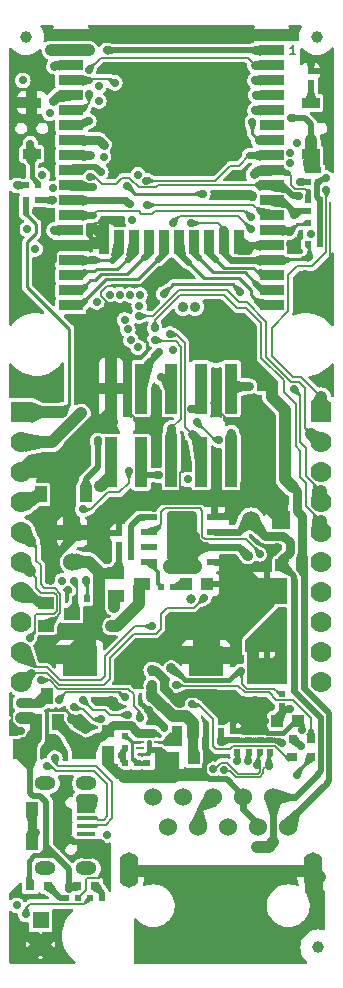
<source format=gbr>
%TF.GenerationSoftware,KiCad,Pcbnew,7.0.9-7.0.9~ubuntu22.04.1*%
%TF.CreationDate,2025-02-21T13:43:35+02:00*%
%TF.ProjectId,ESP32-PoE_Rev_M,45535033-322d-4506-9f45-5f5265765f4d,M*%
%TF.SameCoordinates,PX55f9470PYa244870*%
%TF.FileFunction,Copper,L1,Top*%
%TF.FilePolarity,Positive*%
%FSLAX46Y46*%
G04 Gerber Fmt 4.6, Leading zero omitted, Abs format (unit mm)*
G04 Created by KiCad (PCBNEW 7.0.9-7.0.9~ubuntu22.04.1) date 2025-02-21 13:43:35*
%MOMM*%
%LPD*%
G01*
G04 APERTURE LIST*
%ADD10C,0.190500*%
%TA.AperFunction,NonConductor*%
%ADD11C,0.190500*%
%TD*%
%TA.AperFunction,SMDPad,CuDef*%
%ADD12R,2.000000X0.900000*%
%TD*%
%TA.AperFunction,SMDPad,CuDef*%
%ADD13R,0.900000X2.000000*%
%TD*%
%TA.AperFunction,ComponentPad*%
%ADD14C,1.300000*%
%TD*%
%TA.AperFunction,ComponentPad*%
%ADD15C,2.000000*%
%TD*%
%TA.AperFunction,SMDPad,CuDef*%
%ADD16R,5.000000X5.000000*%
%TD*%
%TA.AperFunction,FiducialPad,Global*%
%ADD17C,1.000000*%
%TD*%
%TA.AperFunction,SMDPad,CuDef*%
%ADD18R,1.000000X4.250000*%
%TD*%
%TA.AperFunction,SMDPad,CuDef*%
%ADD19R,1.400000X1.000000*%
%TD*%
%TA.AperFunction,SMDPad,CuDef*%
%ADD20R,1.000000X1.400000*%
%TD*%
%TA.AperFunction,SMDPad,CuDef*%
%ADD21R,0.550000X0.500000*%
%TD*%
%TA.AperFunction,SMDPad,CuDef*%
%ADD22R,0.500000X0.550000*%
%TD*%
%TA.AperFunction,SMDPad,CuDef*%
%ADD23R,0.800000X0.800000*%
%TD*%
%TA.AperFunction,ComponentPad*%
%ADD24C,1.524000*%
%TD*%
%TA.AperFunction,ComponentPad*%
%ADD25O,1.600000X2.999999*%
%TD*%
%TA.AperFunction,SMDPad,CuDef*%
%ADD26R,1.016000X1.016000*%
%TD*%
%TA.AperFunction,SMDPad,CuDef*%
%ADD27R,1.500000X0.900000*%
%TD*%
%TA.AperFunction,SMDPad,CuDef*%
%ADD28R,0.900000X1.800000*%
%TD*%
%TA.AperFunction,ComponentPad*%
%ADD29R,1.524000X1.524000*%
%TD*%
%TA.AperFunction,SMDPad,CuDef*%
%ADD30R,3.400000X2.200000*%
%TD*%
%TA.AperFunction,SMDPad,CuDef*%
%ADD31R,3.000000X2.500000*%
%TD*%
%TA.AperFunction,SMDPad,CuDef*%
%ADD32R,2.000000X1.700000*%
%TD*%
%TA.AperFunction,SMDPad,CuDef*%
%ADD33R,1.746000X1.192000*%
%TD*%
%TA.AperFunction,SMDPad,CuDef*%
%ADD34R,1.650000X0.500000*%
%TD*%
%TA.AperFunction,SMDPad,CuDef*%
%ADD35R,1.650000X0.325000*%
%TD*%
%TA.AperFunction,SMDPad,CuDef*%
%ADD36R,1.000000X1.100000*%
%TD*%
%TA.AperFunction,ComponentPad*%
%ADD37O,1.800000X1.200000*%
%TD*%
%TA.AperFunction,SMDPad,CuDef*%
%ADD38R,0.700000X0.250000*%
%TD*%
%TA.AperFunction,SMDPad,CuDef*%
%ADD39R,1.400000X0.600000*%
%TD*%
%TA.AperFunction,ComponentPad*%
%ADD40C,1.800000*%
%TD*%
%TA.AperFunction,SMDPad,CuDef*%
%ADD41R,2.600000X3.500000*%
%TD*%
%TA.AperFunction,ComponentPad*%
%ADD42R,1.400000X1.400000*%
%TD*%
%TA.AperFunction,ComponentPad*%
%ADD43C,1.400000*%
%TD*%
%TA.AperFunction,ComponentPad*%
%ADD44R,1.778000X1.778000*%
%TD*%
%TA.AperFunction,ComponentPad*%
%ADD45C,1.778000*%
%TD*%
%TA.AperFunction,ComponentPad*%
%ADD46C,0.700000*%
%TD*%
%TA.AperFunction,ComponentPad*%
%ADD47R,1.600000X1.600000*%
%TD*%
%TA.AperFunction,ViaPad*%
%ADD48C,0.900000*%
%TD*%
%TA.AperFunction,ViaPad*%
%ADD49C,0.700000*%
%TD*%
%TA.AperFunction,ViaPad*%
%ADD50C,0.800000*%
%TD*%
%TA.AperFunction,Conductor*%
%ADD51C,0.152400*%
%TD*%
%TA.AperFunction,Conductor*%
%ADD52C,0.406400*%
%TD*%
%TA.AperFunction,Conductor*%
%ADD53C,1.016000*%
%TD*%
%TA.AperFunction,Conductor*%
%ADD54C,0.508000*%
%TD*%
%TA.AperFunction,Conductor*%
%ADD55C,0.762000*%
%TD*%
%TA.AperFunction,Conductor*%
%ADD56C,0.609600*%
%TD*%
%TA.AperFunction,Conductor*%
%ADD57C,0.254000*%
%TD*%
%TA.AperFunction,Conductor*%
%ADD58C,0.203200*%
%TD*%
%TA.AperFunction,Conductor*%
%ADD59C,0.304800*%
%TD*%
%TA.AperFunction,Conductor*%
%ADD60C,1.270000*%
%TD*%
%TA.AperFunction,Conductor*%
%ADD61C,1.524000*%
%TD*%
%TA.AperFunction,Conductor*%
%ADD62C,2.286000*%
%TD*%
%TA.AperFunction,Conductor*%
%ADD63C,0.200660*%
%TD*%
G04 APERTURE END LIST*
D10*
D11*
X24494714Y77224391D02*
X24059285Y77224391D01*
X24277000Y77224391D02*
X24277000Y77986391D01*
X24277000Y77986391D02*
X24204428Y77877534D01*
X24204428Y77877534D02*
X24131857Y77804962D01*
X24131857Y77804962D02*
X24059285Y77768676D01*
D12*
%TO.P,U6,1,GND*%
%TO.N,GND*%
X5490000Y78842000D03*
%TO.P,U6,2,VDD33(3V3)*%
%TO.N,+3.3V*%
X5490000Y77572000D03*
%TO.P,U6,3,EN*%
%TO.N,/ESP_EN*%
X5490000Y76302000D03*
%TO.P,U6,4,GPI36/SENSOR_VP/ADC1_CH0/RTC_GPIO0*%
%TO.N,/GPI36\u005CU1RXD*%
X5490000Y75032000D03*
%TO.P,U6,5,GPI39/SENSOR_VN/ADC1_CH3/RTC_GPIO3*%
%TO.N,/GPI39*%
X5490000Y73762000D03*
%TO.P,U6,6,GPI34/ADC1_CH6/RTC_GPIO4*%
%TO.N,/GPI34\u005CBUT1*%
X5490000Y72492000D03*
%TO.P,U6,7,GPI35/ADC1_CH7/RTC_GPIO5*%
%TO.N,/GPI35*%
X5490000Y71222000D03*
%TO.P,U6,8,GPIO32/XTAL_32K_P/ADC1_CH4/TOUCH9/RTC_GPIO9*%
%TO.N,/GPIO32*%
X5490000Y69952000D03*
%TO.P,U6,9,GPIO33/XTAL_32K_N/ADC1_CH5/TOUCH8/RTC_GPIO8*%
%TO.N,/GPIO33*%
X5490000Y68682000D03*
%TO.P,U6,10,GPIO25/DAC_1/ADC2_CH8/RTC_GPIO6/EMAC_RXD0*%
%TO.N,/GPIO25\u005CEMAC_RXD0(RMII)*%
X5490000Y67412000D03*
%TO.P,U6,11,GPIO26/DAC_2/ADC2_CH9/RTC_GPIO7/EMAC_RXD1*%
%TO.N,/GPIO26\u005CEMAC_RXD1(RMII)*%
X5490000Y66142000D03*
%TO.P,U6,12,GPIO27/ADC2_CH7/TOUCH7/RTC_GPIO17/EMAC_RX_DV*%
%TO.N,/GPIO27\u005CEMAC_RX_CRS_DV*%
X5490000Y64872000D03*
%TO.P,U6,13,GPIO14/ADC2_CH6/TOUCH6/RTC_GPIO16/MTMS/HSPICLK/HS2_CLK/SD_CLK/EMAC_TXD2*%
%TO.N,/GPIO14\u005CHS2_CLK*%
X5490000Y63602000D03*
%TO.P,U6,14,GPIO12/ADC2_CH5/TOUCH5/RTC_GPIO15/MTDI/HSPIQ/HS2_DATA2/SD_DATA2/EMAC_TXD3*%
%TO.N,/GPIO12\u005CPHY_PWR*%
X5490000Y62332000D03*
%TO.P,U6,15,GND*%
%TO.N,GND*%
X5490000Y61062000D03*
D13*
X8290000Y61332000D03*
D12*
%TO.P,U6,16,GPIO13/ADC2_CH4/TOUCH4/RTC_GPIO14/MTCK/HSPID/HS2_DATA3/SD_DATA3/EMAC_RX_ER*%
%TO.N,/GPIO13\u005CI2C-SDA*%
X5490000Y59792000D03*
D13*
X9560000Y61332000D03*
D12*
%TO.P,U6,17,NC*%
%TO.N,unconnected-(U6-NC-Pad17)*%
X5490000Y58522000D03*
D13*
X10830000Y61332000D03*
D12*
%TO.P,U6,18,NC*%
%TO.N,unconnected-(U6-NC-Pad18)*%
X5490000Y57252000D03*
D13*
X12100000Y61332000D03*
D12*
%TO.P,U6,19,NC*%
%TO.N,unconnected-(U6-NC-Pad19)*%
X5490000Y55982000D03*
D13*
X13370000Y61332000D03*
%TO.P,U6,20,NC*%
%TO.N,unconnected-(U6-NC-Pad20)*%
X14640000Y61332000D03*
D12*
X22490000Y55982000D03*
D13*
%TO.P,U6,21,NC*%
%TO.N,unconnected-(U6-NC-Pad21)*%
X15910000Y61332000D03*
D12*
X22490000Y57252000D03*
D13*
%TO.P,U6,22,NC*%
%TO.N,unconnected-(U6-NC-Pad22)*%
X17180000Y61332000D03*
D12*
X22490000Y58522000D03*
D13*
%TO.P,U6,23,GPIO15/ADC2_CH3/TOUCH3/MTDO/HSPICS0/RTC_GPIO13/HS2_CMD/SD_CMD/EMAC_RXD3*%
%TO.N,/GPIO15\u005CHS2_CMD*%
X18450000Y61332000D03*
D12*
X22490000Y59792000D03*
D13*
%TO.P,U6,24,GPIO2/ADC2_CH2/TOUCH2/RTC_GPIO12/HSPIWP/HS2_DATA0/SD_DATA0*%
%TO.N,/GPIO2\u005CHS2_DATA0*%
X19720000Y61332000D03*
D12*
X22490000Y61062000D03*
%TO.P,U6,25,GPIO0/ADC2_CH1/TOUCH1/RTC_GPIO11/CLK_OUT1/EMAC_TX_CLK*%
%TO.N,/GPIO0*%
X22490000Y62332000D03*
%TO.P,U6,26,GPIO4/ADC2_CH0/TOUCH0/RTC_GPIO10/HSPIHD/HS2_DATA1/SD_DATA1/EMAC_TX_ER*%
%TO.N,/GPIO4\u005CU1TXD*%
X22490000Y63602000D03*
%TO.P,U6,27,NC(GPIO16/HS1_DATA4/U2RXD/EMAC_CLK_OUT)*%
%TO.N,/GPIO16\u005CI2C-SCL*%
X22490000Y64872000D03*
%TO.P,U6,28,NC(GPIO17/HS1_DATA5/U2TXD/EMAC_CLK_OUT_180)*%
%TO.N,/GPIO17\u005CEMAC_CLK_OUT_180*%
X22490000Y66142000D03*
%TO.P,U6,29,GPIO5/VSPICS0/HS1_DATA6/EMAC_RX_CLK*%
%TO.N,/GPIO5\u005CSPI_CS*%
X22490000Y67412000D03*
%TO.P,U6,30,GPIO18/VSPICLK/HS1_DATA7*%
%TO.N,/GPIO18\u005CMDIO(RMII)*%
X22490000Y68682000D03*
%TO.P,U6,31,GPIO19/VSPIQ/U0CTS/EMAC_TXD0*%
%TO.N,/GPIO19\u005CEMAC_TXD0(RMII)*%
X22490000Y69952000D03*
%TO.P,U6,32,NC*%
%TO.N,unconnected-(U6-NC-Pad32)*%
X22490000Y71222000D03*
%TO.P,U6,33,GPIO21/VSPIHD/EMAC_TX_EN*%
%TO.N,/GPIO21\u005CEMAC_TX_EN(RMII)*%
X22490000Y72492000D03*
%TO.P,U6,34,GPIO3/U0RXD/CLK_OUT2*%
%TO.N,/GPIO3\u005CU0RXD*%
X22490000Y73762000D03*
%TO.P,U6,35,GPIO1/U0TXD/CLK_OUT3/EMAC_RXD2*%
%TO.N,/GPIO1\u005CU0TXD*%
X22490000Y75032000D03*
%TO.P,U6,36,GPIO22/VSPIWP/U0RTS/EMAC_TXD1*%
%TO.N,/GPIO22\u005CEMAC_TXD1(RMII)*%
X22490000Y76302000D03*
%TO.P,U6,37,GPIO23/VSPID/HS1_STROBE*%
%TO.N,/GPIO23\u005CMDC(RMII)*%
X22490000Y77572000D03*
%TO.P,U6,38,GND*%
%TO.N,GND*%
X22490000Y78842000D03*
D14*
%TO.P,U6,39,THERMAL_PAD*%
X11190000Y73132000D03*
X11190000Y71332000D03*
X11190000Y69532000D03*
X12990000Y73132000D03*
D15*
X12990000Y71332000D03*
D16*
X12990000Y71332000D03*
D14*
X12990000Y69532000D03*
X14790000Y73132000D03*
X14790000Y71332000D03*
X14790000Y69532000D03*
%TD*%
D17*
%TO.P,FID3,Fid1,FID\u002A*%
%TO.N,unconnected-(FID3-FID\u002A-PadFid1)*%
X26436000Y1621000D03*
%TD*%
D18*
%TO.P,UEXT1,10,10*%
%TO.N,/GPIO5\u005CSPI_CS*%
X19070000Y48942000D03*
%TO.P,UEXT1,9,9*%
%TO.N,/GPIO14\u005CHS2_CLK*%
X19070000Y42692000D03*
%TO.P,UEXT1,8,8*%
%TO.N,/GPIO2\u005CHS2_DATA0*%
X16530000Y48942000D03*
%TO.P,UEXT1,7,7*%
%TO.N,/GPIO15\u005CHS2_CMD*%
X16530000Y42692000D03*
%TO.P,UEXT1,6,6*%
%TO.N,/GPIO13\u005CI2C-SDA*%
X13990000Y48942000D03*
%TO.P,UEXT1,5,5*%
%TO.N,/GPIO16\u005CI2C-SCL*%
X13990000Y42692000D03*
%TO.P,UEXT1,4,4*%
%TO.N,Net-(D4-K)*%
X11450000Y48942000D03*
%TO.P,UEXT1,3,3*%
%TO.N,/GPIO4\u005CU1TXD*%
X11450000Y42692000D03*
%TO.P,UEXT1,2,2*%
%TO.N,GND*%
X8910000Y48942000D03*
%TO.P,UEXT1,1,1*%
%TO.N,+3.3V*%
X8910000Y42692000D03*
%TD*%
D19*
%TO.P,D2,1,A1*%
%TO.N,/GPIO2\u005CHS2_DATA0*%
X3365000Y30765000D03*
%TO.P,D2,2,A2*%
%TO.N,/GPIO0*%
X3365000Y28865000D03*
%TO.P,D2,3,CC*%
%TO.N,/D_Com*%
X5565000Y29815000D03*
%TD*%
D20*
%TO.P,FET2,1*%
%TO.N,+5V*%
X2499040Y20671000D03*
%TO.P,FET2,2*%
%TO.N,Net-(D3-K)*%
X4401500Y20671000D03*
%TO.P,FET2,3*%
%TO.N,Net-(U3-VBAT)*%
X3446460Y22880800D03*
%TD*%
D21*
%TO.P,R48,1*%
%TO.N,+3.3V*%
X26436000Y66391000D03*
%TO.P,R48,2*%
%TO.N,/GPI34\u005CBUT1*%
X26436000Y67407000D03*
%TD*%
%TO.P,R47,1*%
%TO.N,Net-(BUT1-Pad2)*%
X25801000Y74773000D03*
%TO.P,R47,2*%
%TO.N,GND*%
X25801000Y75789000D03*
%TD*%
D22*
%TO.P,R39,1*%
%TO.N,+3.3V*%
X26563000Y61184000D03*
%TO.P,R39,2*%
%TO.N,/GPIO15\u005CHS2_CMD*%
X25547000Y61184000D03*
%TD*%
%TO.P,R32,1*%
%TO.N,+3.3V*%
X1671000Y66137000D03*
%TO.P,R32,2*%
%TO.N,/ESP_EN*%
X2687000Y66137000D03*
%TD*%
%TO.P,R31,1*%
%TO.N,+3.3V*%
X26563000Y63978000D03*
%TO.P,R31,2*%
%TO.N,/GPIO16\u005CI2C-SCL*%
X25547000Y63978000D03*
%TD*%
%TO.P,R4,1*%
%TO.N,+5V*%
X1671000Y64867000D03*
%TO.P,R4,2*%
%TO.N,/GPI39*%
X2687000Y64867000D03*
%TD*%
%TO.P,R8,1*%
%TO.N,Net-(CHRG1-K)*%
X8148000Y5812000D03*
%TO.P,R8,2*%
%TO.N,Net-(U3-CHRGb)*%
X7132000Y5812000D03*
%TD*%
D23*
%TO.P,CHRG1,1,K*%
%TO.N,Net-(CHRG1-K)*%
X7513000Y6828000D03*
%TO.P,CHRG1,2,A*%
%TO.N,+5V*%
X5989000Y6828000D03*
%TD*%
D22*
%TO.P,R5,1*%
%TO.N,Net-(PWR1-K)*%
X5100000Y5812000D03*
%TO.P,R5,2*%
%TO.N,GND*%
X6116000Y5812000D03*
%TD*%
D21*
%TO.P,R13,1*%
%TO.N,Net-(LAN_CON1-RCT)*%
X21483000Y19147000D03*
%TO.P,R13,2*%
%TO.N,/TD+*%
X21483000Y18131000D03*
%TD*%
D22*
%TO.P,R44,1*%
%TO.N,/GPIO0*%
X25547000Y62962000D03*
%TO.P,R44,2*%
%TO.N,+3.3V*%
X26563000Y62962000D03*
%TD*%
D21*
%TO.P,R25,1*%
%TO.N,Net-(U4-NRST)*%
X23388000Y22068000D03*
%TO.P,R25,2*%
%TO.N,+3.3VLAN*%
X23388000Y23084000D03*
%TD*%
D24*
%TO.P,LAN_CON1,10,PW-*%
%TO.N,Spare2*%
X23896000Y11804000D03*
%TO.P,LAN_CON1,9,PW+*%
%TO.N,Spare1*%
X22626000Y14344000D03*
%TO.P,LAN_CON1,8,NC/GND*%
%TO.N,GND*%
X21356000Y11804000D03*
%TO.P,LAN_CON1,7,GND/NC*%
X20086000Y14344000D03*
%TO.P,LAN_CON1,6,RD-*%
%TO.N,/RD-*%
X18816000Y11804000D03*
%TO.P,LAN_CON1,5,RCT*%
%TO.N,Net-(LAN_CON1-RCT)*%
X17546000Y14344000D03*
%TO.P,LAN_CON1,4,TCT*%
X16276000Y11804000D03*
%TO.P,LAN_CON1,3,RD+*%
%TO.N,/RD+*%
X15006000Y14344000D03*
%TO.P,LAN_CON1,2,TD-*%
%TO.N,/TD-*%
X13736000Y11804000D03*
%TO.P,LAN_CON1,1,TD+*%
%TO.N,/TD+*%
X12466000Y14344000D03*
D25*
%TO.P,LAN_CON1,0,Shield*%
%TO.N,Net-(LAN_CON1-Shield)*%
X25981000Y8204000D03*
X10381000Y8204000D03*
%TD*%
D26*
%TO.P,C21,1*%
%TO.N,GND*%
X24683400Y20798000D03*
%TO.P,C21,2*%
%TO.N,Net-(U4-NRST)*%
X22905400Y20798000D03*
%TD*%
%TO.P,C22,1*%
%TO.N,+3.3V*%
X15895000Y17623000D03*
%TO.P,C22,2*%
%TO.N,GND*%
X14117000Y17623000D03*
%TD*%
D22*
%TO.P,R33,1*%
%TO.N,Net-(U5-BS)*%
X13101000Y32101000D03*
%TO.P,R33,2*%
%TO.N,Net-(C12-Pad2)*%
X14117000Y32101000D03*
%TD*%
D19*
%TO.P,FET1,1*%
%TO.N,+5VP*%
X9326560Y33304960D03*
%TO.P,FET1,2*%
%TO.N,+5V*%
X9326560Y31402500D03*
%TO.P,FET1,3*%
%TO.N,/+5V_USB*%
X11536360Y32357540D03*
%TD*%
D20*
%TO.P,D9,1,K*%
%TO.N,Net-(D9-K)*%
X6746000Y39975000D03*
%TO.P,D9,2,A*%
%TO.N,/ESP_EN*%
X2946000Y39975000D03*
%TD*%
D26*
%TO.P,C12,1*%
%TO.N,Net-(D5-K)*%
X17038000Y32355000D03*
%TO.P,C12,2*%
%TO.N,Net-(C12-Pad2)*%
X15260000Y32355000D03*
%TD*%
D27*
%TO.P,RST1,2*%
%TO.N,GND*%
X2171000Y73140000D03*
%TO.P,RST1,1*%
%TO.N,/ESP_EN*%
X2171000Y68786000D03*
%TD*%
D22*
%TO.P,C23,1*%
%TO.N,+5VP*%
X9545000Y35657000D03*
%TO.P,C23,2*%
%TO.N,Net-(U5-FB)*%
X10561000Y35657000D03*
%TD*%
%TO.P,R34,1*%
%TO.N,Net-(U5-FB)*%
X10561000Y36673000D03*
%TO.P,R34,2*%
%TO.N,GND*%
X9545000Y36673000D03*
%TD*%
%TO.P,R38,1*%
%TO.N,+5VP*%
X9545000Y34641000D03*
%TO.P,R38,2*%
%TO.N,Net-(U5-FB)*%
X10561000Y34641000D03*
%TD*%
D28*
%TO.P,L2,2,2*%
%TO.N,+3.3V*%
X15833000Y19528000D03*
%TO.P,L2,1,1*%
%TO.N,Net-(U7-SW)*%
X14433000Y19528000D03*
%TD*%
D22*
%TO.P,R36,1*%
%TO.N,+3.3V*%
X26563000Y64867000D03*
%TO.P,R36,2*%
%TO.N,/GPIO5\u005CSPI_CS*%
X25547000Y64867000D03*
%TD*%
D17*
%TO.P,FID2,Fid1,FID\u002A*%
%TO.N,unconnected-(FID2-FID\u002A-PadFid1)*%
X26309000Y78710000D03*
%TD*%
D21*
%TO.P,R49,2*%
%TO.N,/D_Com*%
X25547000Y66391000D03*
%TO.P,R49,1*%
%TO.N,/GPI34\u005CBUT1*%
X25547000Y67407000D03*
%TD*%
D24*
%TO.P,C27,1,+*%
%TO.N,Spare1*%
X20741000Y37816000D03*
D29*
%TO.P,C27,2,-*%
%TO.N,GND*%
X23241000Y37816000D03*
%TD*%
D30*
%TO.P,D5,2,A*%
%TO.N,GND*%
X22067200Y25018000D03*
%TO.P,D5,1,K*%
%TO.N,Net-(D5-K)*%
X22067200Y31818000D03*
%TD*%
D24*
%TO.P,C25,1,+*%
%TO.N,+5VP*%
X5608000Y34280000D03*
D29*
%TO.P,C25,2,-*%
%TO.N,GND*%
X5608000Y36780000D03*
%TD*%
D22*
%TO.P,R24,1*%
%TO.N,Net-(Q3-C)*%
X6878000Y31085000D03*
%TO.P,R24,2*%
%TO.N,/D_Com*%
X5862000Y31085000D03*
%TD*%
D31*
%TO.P,L4,2,2*%
%TO.N,+5VP*%
X6227000Y25878000D03*
%TO.P,L4,1,1*%
%TO.N,Net-(D5-K)*%
X16927000Y25878000D03*
%TD*%
D21*
%TO.P,R29,1*%
%TO.N,Net-(U7-FB)*%
X10053000Y19528000D03*
%TO.P,R29,2*%
%TO.N,+3.3V*%
X10053000Y18512000D03*
%TD*%
D22*
%TO.P,R30,1*%
%TO.N,Net-(U7-FB)*%
X11958000Y17242000D03*
%TO.P,R30,2*%
%TO.N,GND*%
X12974000Y17242000D03*
%TD*%
D26*
%TO.P,C6,1*%
%TO.N,Net-(D3-K)*%
X8656000Y19909000D03*
%TO.P,C6,2*%
%TO.N,GND*%
X8656000Y18131000D03*
%TD*%
D32*
%TO.P,D3,1,K*%
%TO.N,Net-(D3-K)*%
X6584000Y18385000D03*
D33*
X6457000Y18385000D03*
%TO.P,D3,2,A*%
%TO.N,+5V*%
X1711000Y18385000D03*
D32*
X1584000Y18385000D03*
%TD*%
D34*
%TO.P,USB-UART1,5,GND*%
%TO.N,GND*%
X6726000Y10520500D03*
D35*
%TO.P,USB-UART1,4,ID*%
%TO.N,unconnected-(USB-UART1-ID-Pad4)*%
X6726000Y11258000D03*
%TO.P,USB-UART1,3,D+*%
%TO.N,/D+*%
X6726000Y11908000D03*
%TO.P,USB-UART1,2,D-*%
%TO.N,/D-*%
X6726000Y12558000D03*
D34*
%TO.P,USB-UART1,1,VBUS*%
%TO.N,/+5V_USB*%
X6726000Y13295500D03*
D36*
%TO.P,USB-UART1,0*%
%TO.N,Net-(L3-Pad1)*%
X2176000Y13408000D03*
X2176000Y10408000D03*
D37*
X3326000Y15508000D03*
X3326000Y8308000D03*
X6796000Y15508000D03*
X6796000Y8308000D03*
%TD*%
D38*
%TO.P,U7,6,PG*%
%TO.N,unconnected-(U7-PG-Pad6)*%
X11335000Y18520000D03*
%TO.P,U7,5,FB*%
%TO.N,Net-(U7-FB)*%
X11335000Y19020000D03*
%TO.P,U7,4,EN*%
%TO.N,Net-(D3-K)*%
X11335000Y19520000D03*
%TO.P,U7,3,VIN*%
X12835000Y19520000D03*
%TO.P,U7,2,SW*%
%TO.N,Net-(U7-SW)*%
X12835000Y19020000D03*
%TO.P,U7,1,GND*%
%TO.N,GND*%
X12835000Y18520000D03*
%TD*%
D21*
%TO.P,R10,1*%
%TO.N,Net-(LAN_CON1-RCT)*%
X20594000Y19147000D03*
%TO.P,R10,2*%
%TO.N,/RD-*%
X20594000Y18131000D03*
%TD*%
D22*
%TO.P,C11,1*%
%TO.N,Net-(LAN_CON1-RCT)*%
X18181000Y19909000D03*
%TO.P,C11,2*%
%TO.N,GND*%
X19197000Y19909000D03*
%TD*%
D21*
%TO.P,R12,1*%
%TO.N,Net-(LAN_CON1-RCT)*%
X22372000Y19147000D03*
%TO.P,R12,2*%
%TO.N,/TD-*%
X22372000Y18131000D03*
%TD*%
D23*
%TO.P,ACT1,1,K*%
%TO.N,Net-(ACT1-K)*%
X25801000Y17750000D03*
%TO.P,ACT1,2,A*%
%TO.N,Net-(ACT1-A)*%
X24277000Y17750000D03*
%TD*%
%TO.P,LNK1,1,K*%
%TO.N,Net-(LNK1-K)*%
X25801000Y19274000D03*
%TO.P,LNK1,2,A*%
%TO.N,Net-(LNK1-A)*%
X24277000Y19274000D03*
%TD*%
D21*
%TO.P,R11,1*%
%TO.N,Net-(LAN_CON1-RCT)*%
X19578000Y19147000D03*
%TO.P,R11,2*%
%TO.N,/RD+*%
X19578000Y18131000D03*
%TD*%
D27*
%TO.P,BUT1,2*%
%TO.N,Net-(BUT1-Pad2)*%
X25809000Y73140000D03*
%TO.P,BUT1,1*%
%TO.N,/GPI34\u005CBUT1*%
X25809000Y68786000D03*
%TD*%
D26*
%TO.P,C24,1*%
%TO.N,Spare1*%
X23311800Y34006000D03*
%TO.P,C24,2*%
%TO.N,Spare2*%
X25089800Y34006000D03*
%TD*%
D39*
%TO.P,U5,1,SW*%
%TO.N,Net-(D5-K)*%
X17679000Y34260000D03*
%TO.P,U5,2,ILIM*%
%TO.N,Net-(R28-Pad1)*%
X17679000Y35530000D03*
%TO.P,U5,3,Vin*%
%TO.N,Spare1*%
X17679000Y36800000D03*
%TO.P,U5,4,GND*%
%TO.N,GND*%
X17679000Y38070000D03*
%TO.P,U5,5,FB*%
%TO.N,Net-(U5-FB)*%
X12079000Y38070000D03*
%TO.P,U5,6,EN*%
%TO.N,Net-(U5-EN)*%
X12079000Y36800000D03*
%TO.P,U5,7,POK*%
%TO.N,unconnected-(U5-POK-Pad7)*%
X12079000Y35530000D03*
%TO.P,U5,8,BS*%
%TO.N,Net-(U5-BS)*%
X12079000Y34260000D03*
D40*
%TO.P,U5,9,ILIM*%
%TO.N,Net-(R28-Pad1)*%
X14879000Y36165000D03*
D41*
X14879000Y36165000D03*
%TD*%
D17*
%TO.P,FID1,Fid1,FID\u002A*%
%TO.N,unconnected-(FID1-FID\u002A-PadFid1)*%
X1671000Y78710000D03*
%TD*%
D42*
%TO.P,BAT1,1*%
%TO.N,Net-(U3-VBAT)*%
X2920680Y3919700D03*
D43*
%TO.P,BAT1,2*%
%TO.N,GND*%
X2923220Y1890240D03*
%TD*%
D23*
%TO.P,PWR1,1,K*%
%TO.N,Net-(PWR1-K)*%
X3576000Y6828000D03*
%TO.P,PWR1,2,A*%
%TO.N,+5V*%
X2052000Y6828000D03*
%TD*%
D22*
%TO.P,C29,1*%
%TO.N,Net-(U7-FB)*%
X11069000Y17242000D03*
%TO.P,C29,2*%
%TO.N,+3.3V*%
X10053000Y17242000D03*
%TD*%
D44*
%TO.P,EXT2,1*%
%TO.N,/GPI39*%
X26690000Y46930000D03*
D45*
%TO.P,EXT2,2*%
%TO.N,/GPI36\u005CU1RXD*%
X26690000Y44390000D03*
%TO.P,EXT2,3*%
%TO.N,/GPI35*%
X26690000Y41850000D03*
%TO.P,EXT2,4*%
%TO.N,/GPI34\u005CBUT1*%
X26690000Y39310000D03*
%TO.P,EXT2,5*%
%TO.N,/GPIO33*%
X26690000Y36770000D03*
%TO.P,EXT2,6*%
%TO.N,/GPIO32*%
X26690000Y34230000D03*
%TO.P,EXT2,7*%
%TO.N,/GPIO16\u005CI2C-SCL*%
X26690000Y31690000D03*
%TO.P,EXT2,8*%
%TO.N,/GPIO15\u005CHS2_CMD*%
X26690000Y29150000D03*
%TO.P,EXT2,9*%
%TO.N,/GPIO14\u005CHS2_CLK*%
X26690000Y26610000D03*
%TO.P,EXT2,10*%
%TO.N,/GPIO13\u005CI2C-SDA*%
X26690000Y24070000D03*
%TD*%
D44*
%TO.P,EXT1,1*%
%TO.N,+5V*%
X1290000Y46930000D03*
D45*
%TO.P,EXT1,2*%
%TO.N,+3.3V*%
X1290000Y44390000D03*
%TO.P,EXT1,3*%
%TO.N,GND*%
X1290000Y41850000D03*
%TO.P,EXT1,4*%
%TO.N,/ESP_EN*%
X1290000Y39310000D03*
%TO.P,EXT1,5*%
%TO.N,/GPIO0*%
X1290000Y36770000D03*
%TO.P,EXT1,6*%
%TO.N,/GPIO1\u005CU0TXD*%
X1290000Y34230000D03*
%TO.P,EXT1,7*%
%TO.N,/GPIO2\u005CHS2_DATA0*%
X1290000Y31690000D03*
%TO.P,EXT1,8*%
%TO.N,/GPIO3\u005CU0RXD*%
X1290000Y29150000D03*
%TO.P,EXT1,9*%
%TO.N,/GPIO4\u005CU1TXD*%
X1290000Y26610000D03*
%TO.P,EXT1,10*%
%TO.N,/GPIO5\u005CSPI_CS*%
X1290000Y24070000D03*
%TD*%
D46*
%TO.P,U4,33,GND*%
%TO.N,GND*%
X21094000Y22606000D03*
X20094000Y22606000D03*
X21894000Y21806000D03*
X19294000Y21806000D03*
D47*
X20594000Y21306000D03*
D46*
X21894000Y20806000D03*
X19294000Y20806000D03*
X21094000Y20006000D03*
X20094000Y20006000D03*
%TD*%
D40*
%TO.P,U9,9,EPAD*%
%TO.N,Spare2*%
X17800000Y51913000D03*
%TD*%
D48*
%TO.N,+5V*%
X1290000Y21052000D03*
D49*
X5313542Y6599400D03*
D48*
X9164000Y30450000D03*
X4719000Y46960008D03*
%TO.N,GND*%
X10815000Y39086000D03*
D49*
X12212000Y16302200D03*
D48*
X15133000Y39543200D03*
X12085000Y78837000D03*
X14625000Y78837000D03*
X17165000Y78837000D03*
X19070000Y78837000D03*
X20975000Y78837000D03*
X20594000Y47976000D03*
X21991000Y44801000D03*
X21991000Y43785000D03*
X21991000Y42769000D03*
D49*
X26182000Y55596000D03*
D48*
X12085000Y74392000D03*
X14625000Y74392000D03*
X17419000Y74265000D03*
X17419000Y71725000D03*
X16149000Y72995000D03*
X16149000Y70455000D03*
X18689000Y70455000D03*
X18689000Y72995000D03*
X13355000Y74392000D03*
X16149000Y74265000D03*
X16149000Y71725000D03*
X17419000Y72995000D03*
X18689000Y71725000D03*
X17419000Y70455000D03*
X10815000Y74392000D03*
D49*
X27071000Y50008000D03*
X1036000Y69947000D03*
X8910000Y22576000D03*
D48*
X5100000Y10892000D03*
D49*
X909000Y6193000D03*
D48*
X3830000Y78837000D03*
D49*
X6116000Y48865000D03*
X3957000Y18766000D03*
D48*
X11831000Y39086000D03*
D49*
X12339000Y20798000D03*
D48*
X7513000Y62454000D03*
D49*
X1798000Y49627000D03*
D48*
X20848000Y65248000D03*
X20934360Y27109900D03*
X12339000Y25116000D03*
D49*
X5227000Y31847000D03*
X24023000Y61184000D03*
X9022293Y67138293D03*
X15895000Y16353000D03*
D50*
X17673000Y47722000D03*
D48*
X1163000Y55596000D03*
D49*
X12085000Y21687000D03*
X25039000Y20036000D03*
X1290000Y19909000D03*
D48*
X23261000Y28926000D03*
D49*
X2179000Y74138000D03*
D48*
X23261000Y29942000D03*
D49*
X14752000Y22322000D03*
D48*
X5608000Y20925000D03*
D50*
X3703000Y32736000D03*
D48*
X9545000Y16353000D03*
D49*
X25293000Y58644000D03*
D48*
X8180590Y8987000D03*
D49*
X3957000Y59787000D03*
D48*
X8180590Y9939502D03*
X24150000Y78837000D03*
X7132000Y78842000D03*
D49*
X25801000Y76424000D03*
X19339760Y67082390D03*
D48*
X20594000Y46960000D03*
D49*
%TO.N,Net-(ACT1-K)*%
X24658000Y16226000D03*
%TO.N,Net-(ACT1-A)*%
X15768000Y22195000D03*
D48*
%TO.N,Net-(U3-VBAT)*%
X1290000Y22322000D03*
D49*
%TO.N,/ESP_EN*%
X2052000Y69667600D03*
X4096224Y76226390D03*
D48*
%TO.N,Net-(LAN_CON1-Shield)*%
X13863000Y3018000D03*
X16784000Y3018000D03*
X11958000Y1367000D03*
X20848000Y1367000D03*
X15768000Y5304000D03*
X13482000Y8204000D03*
X19451000Y3018000D03*
X22372000Y3018000D03*
X15133000Y1367000D03*
X20721000Y5304000D03*
X18054000Y1367000D03*
X18054000Y5304000D03*
%TO.N,/+5V_USB*%
X8910000Y28799000D03*
X6370000Y14194000D03*
X7386000Y14194000D03*
D49*
%TO.N,Net-(U1-V3)*%
X11323000Y21052000D03*
X2941000Y24227000D03*
%TO.N,Net-(LAN_CON1-RCT)*%
X18206400Y18994600D03*
X23360000Y18900000D03*
%TO.N,Net-(D5-K)*%
X22930800Y35504600D03*
%TO.N,Net-(U4-NRST)*%
X24023000Y21814000D03*
%TO.N,Net-(D4-K)*%
X12974000Y52040000D03*
%TO.N,/D_Com*%
X3957000Y65883000D03*
X24912000Y66456011D03*
X5735000Y32682288D03*
D48*
%TO.N,Spare1*%
X22245000Y10130000D03*
X15006000Y55850000D03*
X21229000Y10130000D03*
X16022000Y55850000D03*
%TO.N,Spare2*%
X20340000Y52548000D03*
X20340000Y53564000D03*
X20340000Y51532000D03*
D49*
%TO.N,/GPIO33*%
X12593000Y54072000D03*
X7132000Y68677000D03*
%TO.N,/GPIO32*%
X24079390Y68917261D03*
X8275000Y69566000D03*
%TO.N,/GPI39*%
X3957000Y73249008D03*
X3957000Y64867000D03*
X27126388Y65756891D03*
%TO.N,Net-(D6-K)*%
X5735000Y21941000D03*
X8036608Y20925000D03*
%TO.N,Net-(D7-A)*%
X6497000Y22576000D03*
X10307000Y21299900D03*
%TO.N,Net-(D9-K)*%
X7767000Y44547000D03*
%TO.N,Net-(LNK1-K)*%
X14371000Y23846000D03*
%TO.N,Net-(LNK1-A)*%
X24939940Y18666940D03*
%TO.N,Net-(MICRO_SD1-DAT1{slash}RES)*%
X10225725Y66131419D03*
X16657000Y65431390D03*
%TO.N,Net-(MICRO_SD1-DAT0{slash}DO)*%
X11175491Y67038529D03*
X3068000Y67026000D03*
%TO.N,Net-(MICRO_SD1-CLK{slash}SCLK)*%
X20721000Y62454000D03*
X14117000Y62962000D03*
%TO.N,Net-(Q3-C)*%
X10408600Y41981600D03*
X6751000Y32736000D03*
X6497000Y38705000D03*
%TO.N,+3.3VLAN*%
X10688000Y63216000D03*
X19857400Y25065200D03*
D48*
X13990000Y25243000D03*
D49*
X25801000Y62037279D03*
%TO.N,/GPIO0*%
X1798000Y62431520D03*
X24023000Y62200000D03*
%TO.N,/GPI35*%
X909000Y5177000D03*
X8522896Y11143114D03*
X7005000Y71598000D03*
X24658000Y69693000D03*
%TO.N,Net-(U3-CHRGb)*%
X1680000Y4420000D03*
%TO.N,/D+*%
X4119370Y17663373D03*
%TO.N,Net-(L3-Pad1)*%
X2433000Y11400000D03*
%TO.N,/D-*%
X3462750Y17006753D03*
%TO.N,/GPI34\u005CBUT1*%
X25476390Y68042000D03*
X24404000Y48865000D03*
X7005000Y73884000D03*
X24150004Y71852000D03*
%TO.N,/GPIO2\u005CHS2_DATA0*%
X15697422Y47214000D03*
X20455194Y60687806D03*
X2483811Y60752189D03*
%TO.N,/GPI36\u005CU1RXD*%
X11277766Y55088008D03*
X9210469Y74829390D03*
%TO.N,/GPIO3\u005CU0RXD*%
X21168515Y73823514D03*
X3703000Y72233000D03*
%TO.N,/GPIO1\u005CU0TXD*%
X1417000Y75027000D03*
X21102000Y75027000D03*
X2038792Y27852090D03*
%TO.N,/GPIO4\u005CU1TXD*%
X12986700Y41595520D03*
X11958000Y64486000D03*
X12339000Y28799000D03*
%TO.N,/GPIO5\u005CSPI_CS*%
X20594000Y49119000D03*
X16784000Y31212000D03*
X20975000Y67082390D03*
X15387000Y41245000D03*
%TO.N,/GPIO15\u005CHS2_CMD*%
X15692802Y62962000D03*
X25674000Y60041000D03*
X13863000Y53564000D03*
%TO.N,/GPIO16\u005CI2C-SCL*%
X24051140Y68013860D03*
X12593000Y53056000D03*
X8256769Y68567609D03*
X24404000Y63597000D03*
%TO.N,/GPIO14\u005CHS2_CLK*%
X19070000Y45182000D03*
X20721000Y63470000D03*
%TO.N,/GPIO13\u005CI2C-SDA*%
X11277768Y55940413D03*
X16149000Y46071000D03*
X7380421Y59817836D03*
X18054000Y44547000D03*
X13101000Y49881000D03*
%TO.N,/GPIO27\u005CEMAC_RX_CRS_DV*%
X10463227Y64585951D03*
X10469449Y56865235D03*
%TO.N,/GPIO25\u005CEMAC_RXD0(RMII)*%
X9617142Y56878638D03*
X8015981Y67265412D03*
%TO.N,/GPIO18\u005CMDIO(RMII)*%
X11321819Y56873699D03*
X11873301Y66548972D03*
%TO.N,/GPIO26\u005CEMAC_RXD1(RMII)*%
X8764875Y56894355D03*
X7384392Y66010000D03*
%TO.N,/GPIO12\u005CPHY_PWR*%
X4084000Y62327000D03*
%TO.N,/GPIO22\u005CEMAC_TXD1(RMII)*%
X11196000Y52421000D03*
X7005000Y75916000D03*
%TO.N,/GPIO19\u005CEMAC_TXD0(RMII)*%
X20848000Y71471000D03*
X10561000Y53056000D03*
X7848768Y73291179D03*
%TO.N,/GPIO21\u005CEMAC_TX_EN(RMII)*%
X7855772Y74537051D03*
X10307000Y53945000D03*
X21102004Y72487000D03*
%TO.N,/GPIO23\u005CMDC(RMII)*%
X10037444Y54753669D03*
X8529000Y77567000D03*
%TO.N,/GPIO17\u005CEMAC_CLK_OUT_180*%
X24792110Y65248000D03*
X7078945Y66893467D03*
X7675360Y56266360D03*
%TO.N,/TD+*%
X17492660Y16708600D03*
X21279800Y17064200D03*
%TO.N,/TD-*%
X22245000Y16988000D03*
X18445160Y16680660D03*
%TO.N,/RD+*%
X19578000Y17369000D03*
%TO.N,/RD-*%
X20467000Y17369000D03*
%TO.N,Net-(R28-Pad1)*%
X14879000Y33879000D03*
X15895000Y33879000D03*
X13990000Y38197000D03*
X13863000Y33879000D03*
D48*
X20467000Y34768000D03*
D49*
X14879000Y38197000D03*
X15768000Y38197000D03*
%TO.N,+3.3V*%
X14117000Y52167000D03*
D50*
X15641000Y31085000D03*
D48*
X7005000Y77572000D03*
D49*
X9799000Y17877000D03*
X27078536Y66772000D03*
X4719000Y32659800D03*
X13355000Y56955381D03*
D48*
X12339000Y23846000D03*
X7942260Y40716680D03*
X6370000Y46833000D03*
D49*
X19832000Y57120000D03*
X909000Y66137000D03*
D48*
X3830000Y77610610D03*
X12339000Y22830000D03*
D49*
%TO.N,Net-(U5-EN)*%
X21483000Y34895000D03*
%TO.N,Net-(U1-CTS#)*%
X10053000Y22830000D03*
X4465000Y22576000D03*
%TD*%
D51*
%TO.N,GND*%
X26182000Y55596000D02*
X27452000Y56866000D01*
X27452000Y56866000D02*
X27452000Y64740000D01*
D52*
X12085000Y18512000D02*
X12085000Y19020000D01*
D51*
%TO.N,/GPIO17\u005CEMAC_CLK_OUT_180*%
X21229000Y66137000D02*
X12847000Y66137000D01*
X8148000Y66264000D02*
X7518533Y66893467D01*
X12847000Y66137000D02*
X12680370Y65970370D01*
X12680370Y65970370D02*
X11243106Y65970370D01*
X11243106Y65970370D02*
X10441476Y66772000D01*
X7518533Y66893467D02*
X7078945Y66893467D01*
X10441476Y66772000D02*
X9830750Y66772000D01*
X9830750Y66772000D02*
X9322750Y66264000D01*
X9322750Y66264000D02*
X8148000Y66264000D01*
%TO.N,/GPI36\u005CU1RXD*%
X7005000Y75027000D02*
X7132000Y75154000D01*
X7132000Y75154000D02*
X8885859Y75154000D01*
X8885859Y75154000D02*
X9210469Y74829390D01*
D53*
%TO.N,GND*%
X7132000Y78842000D02*
X3835000Y78842000D01*
X7132000Y78842000D02*
X7137000Y78837000D01*
X3835000Y78842000D02*
X3830000Y78837000D01*
X7137000Y78837000D02*
X12085000Y78837000D01*
%TO.N,+3.3V*%
X3868610Y77572000D02*
X3830000Y77610610D01*
X7005000Y77572000D02*
X3868610Y77572000D01*
D54*
%TO.N,/GPI35*%
X7005000Y71598000D02*
X6827200Y71420200D01*
X6827200Y71420200D02*
X5588200Y71420200D01*
X5588200Y71420200D02*
X5390000Y71222000D01*
D51*
%TO.N,/GPI34\u005CBUT1*%
X7005000Y73884000D02*
X7005000Y73096600D01*
X7005000Y73096600D02*
X6674800Y72766400D01*
D54*
X6400400Y72492000D02*
X6674800Y72766400D01*
X5490000Y72492000D02*
X6400400Y72492000D01*
D55*
%TO.N,/GPIO32*%
X8275000Y69566000D02*
X7889000Y69952000D01*
X7889000Y69952000D02*
X5390000Y69952000D01*
D51*
%TO.N,/GPIO14\u005CHS2_CLK*%
X20721000Y63470000D02*
X20183651Y64007349D01*
X20183651Y64007349D02*
X12622349Y64007349D01*
X12622349Y64007349D02*
X12339000Y63724000D01*
X12339000Y63724000D02*
X11450000Y63724000D01*
X7731600Y63952600D02*
X7381000Y63602000D01*
X11450000Y63724000D02*
X11221400Y63952600D01*
X11221400Y63952600D02*
X7731600Y63952600D01*
D55*
%TO.N,/GPIO12\u005CPHY_PWR*%
X4084000Y62327000D02*
X4089000Y62332000D01*
X4089000Y62332000D02*
X5390000Y62332000D01*
D56*
%TO.N,/GPIO13\u005CI2C-SDA*%
X9545000Y61182000D02*
X9545000Y60422000D01*
X9545000Y60422000D02*
X8940836Y59817836D01*
D57*
X8940836Y59817836D02*
X7380421Y59817836D01*
D56*
X7380421Y59817836D02*
X7354585Y59792000D01*
X7354585Y59792000D02*
X5390000Y59792000D01*
D57*
%TO.N,unconnected-(U6-NC-Pad17)*%
X6560500Y58834500D02*
X6624000Y58898000D01*
X6624000Y58898000D02*
X7513000Y58898000D01*
X7513000Y58898000D02*
X7640000Y59025000D01*
X9418000Y59025000D02*
X10307000Y59914000D01*
X7640000Y59025000D02*
X9418000Y59025000D01*
%TO.N,unconnected-(U6-NC-Pad18)*%
X6560500Y57564500D02*
X7132000Y58136000D01*
X7132000Y58136000D02*
X7543132Y58136000D01*
X7543132Y58136000D02*
X8025710Y58618578D01*
X8025710Y58618578D02*
X10281578Y58618578D01*
X10281578Y58618578D02*
X11704000Y60041000D01*
D56*
%TO.N,unconnected-(U6-NC-Pad17)*%
X6560500Y58834500D02*
X6248000Y58522000D01*
X6248000Y58522000D02*
X5390000Y58522000D01*
%TO.N,unconnected-(U6-NC-Pad18)*%
X6560500Y57564500D02*
X6248000Y57252000D01*
X6248000Y57252000D02*
X5390000Y57252000D01*
%TO.N,unconnected-(U6-NC-Pad19)*%
X6248000Y55982000D02*
X5390000Y55982000D01*
D57*
X6624000Y56358000D02*
X8478178Y58212178D01*
X8478178Y58212178D02*
X11145178Y58212178D01*
X11145178Y58212178D02*
X12847000Y59914000D01*
D56*
X6624000Y56358000D02*
X6248000Y55982000D01*
D54*
%TO.N,/GPIO17\u005CEMAC_CLK_OUT_180*%
X22590000Y66142000D02*
X23383000Y66142000D01*
X23383000Y66142000D02*
X24277000Y65248000D01*
X24277000Y65248000D02*
X24792110Y65248000D01*
D57*
%TO.N,unconnected-(U6-NC-Pad20)*%
X21229000Y56358000D02*
X20721000Y56866000D01*
X20721000Y57247000D02*
X19705000Y58263000D01*
X20721000Y56866000D02*
X20721000Y57247000D01*
X16784000Y58263000D02*
X15387000Y59660000D01*
X19705000Y58263000D02*
X16784000Y58263000D01*
D56*
X22590000Y55982000D02*
X21605000Y55982000D01*
X21605000Y55982000D02*
X21229000Y56358000D01*
D54*
%TO.N,/GPI34\u005CBUT1*%
X25547000Y67407000D02*
X25476390Y67477610D01*
X25476390Y67477610D02*
X25476390Y68042000D01*
X25476390Y68042000D02*
X25476390Y68479390D01*
X25476390Y68479390D02*
X25801000Y68804000D01*
D57*
%TO.N,/GPIO19\u005CEMAC_TXD0(RMII)*%
X20848000Y71471000D02*
X20848000Y70518500D01*
X20848000Y70518500D02*
X21414500Y69952000D01*
D55*
X21414500Y69952000D02*
X22590000Y69952000D01*
D54*
%TO.N,/GPIO5\u005CSPI_CS*%
X23896000Y67153000D02*
X23616600Y67153000D01*
X23616600Y67153000D02*
X23357600Y67412000D01*
X23357600Y67412000D02*
X22590000Y67412000D01*
D58*
X23896000Y67153000D02*
X24150000Y66899000D01*
X24150000Y66899000D02*
X24150000Y66197080D01*
X24150000Y66197080D02*
X24495079Y65852001D01*
X24495079Y65852001D02*
X25323999Y65852001D01*
X25323999Y65852001D02*
X25547000Y65629000D01*
D56*
%TO.N,GND*%
X5490000Y61062000D02*
X4520800Y61062000D01*
X4520800Y61062000D02*
X3957000Y60498200D01*
X3957000Y60498200D02*
X3957000Y59787000D01*
X5490000Y61062000D02*
X8020000Y61062000D01*
D55*
X8020000Y61062000D02*
X8290000Y61332000D01*
X8290000Y61332000D02*
X8290000Y61677000D01*
X8290000Y61677000D02*
X7513000Y62454000D01*
D56*
%TO.N,unconnected-(U6-NC-Pad19)*%
X13355000Y60422000D02*
X13355000Y61182000D01*
X12847000Y59914000D02*
X13355000Y60422000D01*
%TO.N,unconnected-(U6-NC-Pad18)*%
X12085000Y60422000D02*
X12085000Y61182000D01*
X11704000Y60041000D02*
X12085000Y60422000D01*
D57*
%TO.N,unconnected-(U6-NC-Pad21)*%
X16276000Y60041000D02*
X17546000Y58771000D01*
D56*
X16276000Y60041000D02*
X15895000Y60422000D01*
X15895000Y60422000D02*
X15895000Y61182000D01*
D57*
X17546000Y58771000D02*
X20213000Y58771000D01*
X20213000Y58771000D02*
X21102000Y57882000D01*
D56*
%TO.N,unconnected-(U6-NC-Pad22)*%
X17673000Y59914000D02*
X17165000Y60422000D01*
X17165000Y60422000D02*
X17165000Y61182000D01*
D57*
X17673000Y59914000D02*
X18409589Y59177411D01*
X21313486Y58771000D02*
X21483000Y58771000D01*
X18409589Y59177411D02*
X20907075Y59177411D01*
X20907075Y59177411D02*
X21313486Y58771000D01*
D56*
%TO.N,/GPIO15\u005CHS2_CMD*%
X22590000Y59792000D02*
X22245000Y59792000D01*
X22245000Y59792000D02*
X22240000Y59787000D01*
X22240000Y59787000D02*
X19070000Y59787000D01*
X19070000Y59787000D02*
X18435000Y60422000D01*
X18435000Y60422000D02*
X18435000Y62454000D01*
D51*
%TO.N,Net-(MICRO_SD1-CLK{slash}SCLK)*%
X14117000Y62962000D02*
X14726600Y63571600D01*
X14726600Y63571600D02*
X19603400Y63571600D01*
X19603400Y63571600D02*
X20721000Y62454000D01*
%TO.N,/GPIO15\u005CHS2_CMD*%
X15692802Y62962000D02*
X17927000Y62962000D01*
X17927000Y62962000D02*
X18435000Y62454000D01*
%TO.N,/GPI36\u005CU1RXD*%
X25801000Y45055000D02*
X25293000Y45563000D01*
X22041800Y54605400D02*
X20416200Y56231000D01*
X25293000Y45563000D02*
X25293000Y48992000D01*
X25293000Y48992000D02*
X24785000Y49500000D01*
X24785000Y49500000D02*
X24150000Y49500000D01*
X24150000Y49500000D02*
X22041800Y51608200D01*
X22041800Y51608200D02*
X22041800Y54605400D01*
X20416200Y56231000D02*
X19736750Y56231000D01*
X19736750Y56231000D02*
X18720750Y57247000D01*
X18720750Y57247000D02*
X14625000Y57247000D01*
X14625000Y57247000D02*
X12466008Y55088008D01*
X12466008Y55088008D02*
X11277766Y55088008D01*
D57*
%TO.N,/GPIO0*%
X25547000Y62962000D02*
X25420000Y62835000D01*
X25420000Y62835000D02*
X24658000Y62835000D01*
X24658000Y62835000D02*
X24023000Y62200000D01*
D52*
X24023000Y62200000D02*
X23891000Y62332000D01*
D54*
X23891000Y62332000D02*
X22590000Y62332000D01*
%TO.N,+3.3V*%
X26563000Y63978000D02*
X26563000Y62962000D01*
X26563000Y62962000D02*
X26563000Y61184000D01*
D52*
%TO.N,+5V*%
X1925000Y6955000D02*
X2052000Y6828000D01*
D54*
X5989000Y6828000D02*
X5542142Y6828000D01*
X5354000Y8225000D02*
X4127401Y9451599D01*
X5354000Y6639858D02*
X5354000Y8225000D01*
X2899266Y14470663D02*
X2283337Y14470663D01*
D57*
X5354000Y47595008D02*
X4719000Y46960008D01*
D54*
X4127401Y9451599D02*
X3746401Y9451599D01*
D57*
X5354000Y53945000D02*
X5354000Y47595008D01*
D53*
X2118040Y21052000D02*
X2499040Y20671000D01*
X1584000Y18425000D02*
X2499040Y19340040D01*
D54*
X2019590Y14734410D02*
X2019590Y18036410D01*
X3398178Y10206178D02*
X3398178Y13971751D01*
D57*
X2560000Y62073000D02*
X1798000Y61311000D01*
D54*
X3398178Y9799822D02*
X3746401Y9451599D01*
D53*
X1290000Y21052000D02*
X2118040Y21052000D01*
X2499040Y19340040D02*
X2499040Y20671000D01*
D54*
X2283337Y14470663D02*
X2019590Y14734410D01*
D57*
X1798000Y57501000D02*
X5354000Y53945000D01*
D52*
X2399034Y9451599D02*
X1925000Y8977565D01*
D54*
X5542142Y6828000D02*
X5313542Y6599400D01*
X3398178Y9825178D02*
X3398178Y9799822D01*
D53*
X4688992Y46930000D02*
X4719000Y46960008D01*
D54*
X4127401Y9451599D02*
X3398178Y10180822D01*
X3746401Y9451599D02*
X3024599Y9451599D01*
D52*
X1925000Y8977565D02*
X1925000Y6955000D01*
D53*
X9326560Y31402500D02*
X9164000Y31239940D01*
D54*
X1671000Y64867000D02*
X1671000Y63724000D01*
X2019590Y18036410D02*
X1607500Y18448500D01*
X3398178Y9825178D02*
X3398178Y10206178D01*
D52*
X3024599Y9451599D02*
X2399034Y9451599D01*
D54*
X3398178Y13971751D02*
X2899266Y14470663D01*
D53*
X9164000Y31239940D02*
X9164000Y30450000D01*
D54*
X5313542Y6599400D02*
X5354000Y6639858D01*
X3024599Y9451599D02*
X3398178Y9825178D01*
D57*
X1671000Y63724000D02*
X2560000Y62835000D01*
X1798000Y61311000D02*
X1798000Y57501000D01*
D54*
X3398178Y10180822D02*
X3398178Y10206178D01*
D53*
X1584000Y18385000D02*
X1584000Y18425000D01*
D57*
X2560000Y62835000D02*
X2560000Y62073000D01*
D53*
X1290000Y46930000D02*
X4688992Y46930000D01*
D54*
%TO.N,GND*%
X9545000Y36673000D02*
X7600000Y36673000D01*
D53*
X8777908Y39086000D02*
X10815000Y39086000D01*
D54*
X20086000Y14448000D02*
X20086000Y14344000D01*
D53*
X7975736Y38283828D02*
X8777908Y39086000D01*
X5368204Y37019796D02*
X5368204Y42402204D01*
X19578000Y78837000D02*
X19070000Y78837000D01*
X8910000Y48484000D02*
X8910000Y50135000D01*
X20340000Y40864000D02*
X20594000Y41118000D01*
D54*
X17165000Y15845000D02*
X18689000Y15845000D01*
D52*
X23438800Y19782000D02*
X24454800Y20798000D01*
D54*
X19794000Y21306000D02*
X20594000Y21306000D01*
X19197000Y20709000D02*
X19294000Y20806000D01*
X6252500Y10520500D02*
X6243000Y10511000D01*
D51*
X6751000Y6447000D02*
X6751000Y7336000D01*
D55*
X17647600Y23185600D02*
X15260000Y23185600D01*
D53*
X8219120Y46253880D02*
X7568880Y46253880D01*
D54*
X6243000Y9685500D02*
X6560500Y9368000D01*
D55*
X18276176Y22557024D02*
X17647600Y23185600D01*
D53*
X7568880Y46253880D02*
X5368204Y44053204D01*
D59*
X12085000Y18512000D02*
X12085000Y18258000D01*
D58*
X10307000Y47087000D02*
X10942000Y46452000D01*
X6726000Y10520500D02*
X6002360Y10520500D01*
D60*
X21483000Y39721000D02*
X23241000Y37963000D01*
D54*
X6560500Y9368000D02*
X7195500Y9368000D01*
D57*
X11958000Y52802000D02*
X11577000Y53183000D01*
D51*
X15133000Y39543200D02*
X14752000Y39924200D01*
X6116000Y5812000D02*
X6751000Y6447000D01*
D54*
X11958000Y16226000D02*
X12212000Y15972000D01*
X6726000Y10520500D02*
X6252500Y10520500D01*
D60*
X23241000Y37963000D02*
X23241000Y37816000D01*
D53*
X5368204Y42402204D02*
X4846000Y41880000D01*
D55*
X14625000Y16353000D02*
X14244000Y15972000D01*
D58*
X8541889Y57628000D02*
X11958000Y57628000D01*
D55*
X13482000Y17496000D02*
X13482000Y15972000D01*
D54*
X20086000Y14344000D02*
X20086000Y14067000D01*
X19294000Y20806000D02*
X19294000Y21806000D01*
D55*
X12974000Y17242000D02*
X12974000Y17623000D01*
D58*
X8529000Y56272988D02*
X8021000Y56780988D01*
D51*
X6894390Y7479390D02*
X7910390Y7479390D01*
D53*
X24145000Y78842000D02*
X24150000Y78837000D01*
D54*
X8910000Y48942000D02*
X8910000Y50135000D01*
X19197000Y19909000D02*
X19997000Y19909000D01*
D57*
X5086746Y21687000D02*
X3576000Y21687000D01*
D54*
X15895000Y16353000D02*
X16657000Y16353000D01*
X19197000Y19909000D02*
X19197000Y20709000D01*
D55*
X8249589Y8918001D02*
X8180590Y8987000D01*
D53*
X14625000Y78837000D02*
X12085000Y78837000D01*
X11831000Y39086000D02*
X12310409Y39086000D01*
X12310409Y39086000D02*
X12945409Y39721000D01*
D55*
X20094000Y20006000D02*
X20564000Y20006000D01*
X8656000Y17242000D02*
X9545000Y16353000D01*
X18512238Y22557024D02*
X18276176Y22557024D01*
X5608000Y36780000D02*
X5608000Y36268319D01*
D54*
X25039000Y20417000D02*
X25039000Y20036000D01*
D55*
X14752000Y22322000D02*
X14752000Y22677600D01*
D53*
X20340000Y40864000D02*
X20340000Y40148278D01*
D55*
X6624002Y9939502D02*
X8180590Y9939502D01*
D58*
X8021000Y57107111D02*
X8541889Y57628000D01*
D52*
X6726000Y10520500D02*
X5903300Y10520500D01*
D55*
X12339000Y25116000D02*
X12593000Y25116000D01*
D53*
X19578000Y78837000D02*
X17165000Y78837000D01*
D55*
X12610000Y16302200D02*
X12212000Y16302200D01*
D53*
X23261000Y26161000D02*
X23261000Y28926000D01*
D54*
X16911000Y16099000D02*
X17165000Y15845000D01*
D55*
X13482000Y15972000D02*
X12212000Y15972000D01*
D53*
X1320000Y41880000D02*
X1290000Y41850000D01*
D56*
X20086000Y13320909D02*
X20086000Y14344000D01*
D57*
X5608000Y20925000D02*
X5608000Y21165746D01*
D56*
X18616921Y22661707D02*
X20038293Y22661707D01*
D58*
X1290000Y19909000D02*
X528000Y20671000D01*
D53*
X20975000Y78837000D02*
X19578000Y78837000D01*
D54*
X8180590Y10398910D02*
X8180590Y9939502D01*
D51*
X14752000Y39924200D02*
X14752000Y41753000D01*
D58*
X528000Y20671000D02*
X528000Y22830000D01*
D54*
X8059000Y10520500D02*
X8180590Y10398910D01*
D58*
X8910000Y48942000D02*
X9976000Y48942000D01*
D54*
X18766780Y38432976D02*
X18766780Y39643220D01*
D58*
X10307000Y48611000D02*
X10307000Y47087000D01*
D52*
X21834000Y20006000D02*
X21894000Y20006000D01*
D58*
X8910000Y50135000D02*
X8910000Y51659000D01*
X8529000Y55469000D02*
X8529000Y56272988D01*
D54*
X7195500Y9368000D02*
X7195500Y10511000D01*
D59*
X12085000Y18258000D02*
X12573000Y18258000D01*
D55*
X13609000Y17623000D02*
X13482000Y17496000D01*
D53*
X11831000Y39086000D02*
X10815000Y39086000D01*
D58*
X11704000Y46452000D02*
X11831000Y46325000D01*
D55*
X13355000Y24354000D02*
X13355000Y23544787D01*
D58*
X17673000Y47722000D02*
X17673000Y47341000D01*
D55*
X12974000Y17623000D02*
X12974000Y18131000D01*
D56*
X2171000Y73140000D02*
X2171000Y74130000D01*
D51*
X14752000Y41753000D02*
X15006000Y42007000D01*
D55*
X13101000Y18131000D02*
X13609000Y17623000D01*
D52*
X19294000Y21806000D02*
X19475771Y21987771D01*
D55*
X8656000Y17242000D02*
X8656000Y18131000D01*
D53*
X21766000Y25116000D02*
X21991000Y24891000D01*
D54*
X21962000Y25018000D02*
X22067200Y25018000D01*
D53*
X4846000Y41880000D02*
X1320000Y41880000D01*
D59*
X12085000Y18258000D02*
X12085000Y18004000D01*
D55*
X14117000Y17623000D02*
X13609000Y17623000D01*
D54*
X18403804Y38070000D02*
X18766780Y38432976D01*
D52*
X16784000Y16226000D02*
X16784000Y17115000D01*
D55*
X12974000Y16666200D02*
X12610000Y16302200D01*
D58*
X18689000Y46325000D02*
X19578000Y46325000D01*
D51*
X8219120Y46253880D02*
X8346120Y46253880D01*
D57*
X5608000Y21165746D02*
X5086746Y21687000D01*
D52*
X24683400Y20772600D02*
X24683400Y20798000D01*
X25039000Y20417000D02*
X24683400Y20772600D01*
D56*
X21356000Y11804000D02*
X21356000Y12050909D01*
D54*
X20038293Y22661707D02*
X20094000Y22606000D01*
D53*
X21483000Y39721000D02*
X20340000Y40864000D01*
D60*
X19451000Y39721000D02*
X21483000Y39721000D01*
D55*
X20594000Y22106000D02*
X20594000Y21306000D01*
D60*
X12945409Y39721000D02*
X18689000Y39721000D01*
D54*
X19997000Y19909000D02*
X20094000Y20006000D01*
D57*
X12835000Y18520000D02*
X12093000Y18520000D01*
D58*
X8910000Y51659000D02*
X8910000Y55088000D01*
D53*
X17165000Y78837000D02*
X14625000Y78837000D01*
D55*
X14752000Y22677600D02*
X15260000Y23185600D01*
X20564000Y20006000D02*
X21094000Y20006000D01*
X5608000Y36268319D02*
X3703000Y34363319D01*
D52*
X19294000Y21806000D02*
X19794000Y21306000D01*
D53*
X19912722Y39721000D02*
X19451000Y39721000D01*
D60*
X18689000Y39721000D02*
X19451000Y39721000D01*
D58*
X9976000Y48942000D02*
X10307000Y48611000D01*
D54*
X18766780Y39643220D02*
X18689000Y39721000D01*
D55*
X12974000Y18131000D02*
X13101000Y18131000D01*
D52*
X17419000Y17750000D02*
X17673000Y17750000D01*
D55*
X20094000Y22606000D02*
X20594000Y22106000D01*
D52*
X24454800Y20798000D02*
X24683400Y20798000D01*
D53*
X22590000Y78842000D02*
X20980000Y78842000D01*
D52*
X22118000Y19782000D02*
X23438800Y19782000D01*
X21894000Y20006000D02*
X22118000Y19782000D01*
D54*
X7730591Y9436999D02*
X8180590Y8987000D01*
D57*
X11958000Y52167000D02*
X11958000Y52802000D01*
D52*
X5903300Y10520500D02*
X5531800Y10892000D01*
D54*
X8910000Y50135000D02*
X8783000Y50262000D01*
D53*
X5608000Y36780000D02*
X7493000Y36780000D01*
D54*
X25801000Y75789000D02*
X25801000Y76424000D01*
D53*
X23261000Y28926000D02*
X23261000Y29942000D01*
X5608000Y36780000D02*
X5368204Y37019796D01*
D55*
X9926000Y15972000D02*
X9545000Y16353000D01*
D53*
X20340000Y40148278D02*
X19912722Y39721000D01*
X7975736Y37262736D02*
X7975736Y38283828D01*
X22590000Y78842000D02*
X24145000Y78842000D01*
D51*
X7910390Y7479390D02*
X8180590Y7749590D01*
D53*
X7493000Y36780000D02*
X7975736Y37262736D01*
D57*
X12093000Y18520000D02*
X12085000Y18512000D01*
D54*
X6243000Y10511000D02*
X6243000Y9685500D01*
D57*
X3576000Y21687000D02*
X3449000Y21560000D01*
D53*
X20594000Y41118000D02*
X20594000Y47976000D01*
D52*
X24683400Y20798000D02*
X24912000Y20798000D01*
D51*
X8180590Y7749590D02*
X8180590Y8987000D01*
D52*
X16911000Y16099000D02*
X16784000Y16226000D01*
D57*
X11450000Y51659000D02*
X11958000Y52167000D01*
D53*
X8910000Y46944760D02*
X8219120Y46253880D01*
D54*
X20934360Y26045640D02*
X21962000Y25018000D01*
D51*
X6751000Y7336000D02*
X6894390Y7479390D01*
D58*
X8910000Y55088000D02*
X8529000Y55469000D01*
D55*
X12212000Y15972000D02*
X9926000Y15972000D01*
X8180590Y8987000D02*
X8180590Y9939502D01*
D54*
X7264499Y9436999D02*
X7730591Y9436999D01*
D55*
X13355000Y23544787D02*
X14577787Y22322000D01*
D57*
X12573000Y18258000D02*
X12835000Y18520000D01*
D55*
X14577787Y22322000D02*
X14752000Y22322000D01*
D54*
X6726000Y10520500D02*
X8059000Y10520500D01*
D57*
X8910000Y51659000D02*
X11450000Y51659000D01*
D53*
X20934360Y27109900D02*
X20934360Y26045640D01*
D55*
X21094000Y20006000D02*
X21834000Y20006000D01*
D52*
X19475771Y21987771D02*
X19475771Y22343685D01*
D56*
X21356000Y12050909D02*
X20086000Y13320909D01*
D55*
X15895000Y16353000D02*
X14625000Y16353000D01*
X12593000Y25116000D02*
X13355000Y24354000D01*
D54*
X18689000Y15845000D02*
X20086000Y14448000D01*
D58*
X8021000Y56780988D02*
X8021000Y57107111D01*
D54*
X7600000Y36673000D02*
X7493000Y36780000D01*
D58*
X10942000Y46452000D02*
X11704000Y46452000D01*
D55*
X12974000Y17242000D02*
X12974000Y16666200D01*
X3703000Y34363319D02*
X3703000Y32736000D01*
D54*
X20094000Y22606000D02*
X20056000Y22606000D01*
D55*
X14244000Y15972000D02*
X13482000Y15972000D01*
D54*
X7195500Y9368000D02*
X7264499Y9436999D01*
D53*
X20980000Y78842000D02*
X20975000Y78837000D01*
D55*
X13609000Y17623000D02*
X12974000Y17623000D01*
D52*
X5531800Y10892000D02*
X5100000Y10892000D01*
D54*
X12212000Y16302200D02*
X12212000Y15972000D01*
D53*
X8910000Y48942000D02*
X8910000Y46944760D01*
D56*
X2171000Y74130000D02*
X2179000Y74138000D01*
D58*
X17673000Y47341000D02*
X18689000Y46325000D01*
D53*
X21991000Y24891000D02*
X23261000Y26161000D01*
D54*
X18512238Y22557024D02*
X18616921Y22661707D01*
X17679000Y38070000D02*
X18403804Y38070000D01*
D53*
X5368204Y44053204D02*
X5368204Y42402204D01*
D54*
X16657000Y16353000D02*
X16911000Y16099000D01*
D52*
X16784000Y17115000D02*
X17419000Y17750000D01*
D59*
%TO.N,Net-(ACT1-K)*%
X25801000Y17562786D02*
X24658000Y16419786D01*
X24658000Y16419786D02*
X24658000Y16226000D01*
X25801000Y17750000D02*
X25801000Y17562786D01*
D54*
%TO.N,Net-(BUT1-Pad2)*%
X25809000Y73140000D02*
X25801000Y73148000D01*
X25809000Y73140000D02*
X25809000Y74765000D01*
X25809000Y74765000D02*
X25801000Y74773000D01*
D52*
%TO.N,Net-(ACT1-A)*%
X24277000Y17750000D02*
X23769000Y17750000D01*
D51*
X18943000Y18385000D02*
X17800000Y18385000D01*
X23670950Y17750000D02*
X22781950Y18639000D01*
X17546000Y20925000D02*
X16276000Y22195000D01*
X17800000Y18385000D02*
X17546000Y18639000D01*
X19197000Y18639000D02*
X18943000Y18385000D01*
X17546000Y18639000D02*
X17546000Y20925000D01*
X16276000Y22195000D02*
X15768000Y22195000D01*
X22781950Y18639000D02*
X19197000Y18639000D01*
X23769000Y17750000D02*
X23670950Y17750000D01*
D55*
%TO.N,Net-(U3-VBAT)*%
X1290000Y22322000D02*
X2887660Y22322000D01*
X2887660Y22322000D02*
X3446460Y22880800D01*
%TO.N,/ESP_EN*%
X1701000Y39721000D02*
X1290000Y39310000D01*
D52*
X2687000Y66357200D02*
X2687000Y66137000D01*
D55*
X2946000Y39975000D02*
X2692000Y39721000D01*
D52*
X2171000Y68786000D02*
X2179000Y68778000D01*
D54*
X2052000Y68905000D02*
X2171000Y68786000D01*
D55*
X5390000Y76302000D02*
X4171834Y76302000D01*
D54*
X2052000Y69667600D02*
X2052000Y68905000D01*
D52*
X2179000Y66865200D02*
X2687000Y66357200D01*
D55*
X2692000Y39721000D02*
X1701000Y39721000D01*
D52*
X2179000Y68778000D02*
X2179000Y66865200D01*
D54*
X2171000Y68786000D02*
X2189000Y68804000D01*
D55*
X4171834Y76302000D02*
X4096224Y76226390D01*
D53*
%TO.N,Net-(LAN_CON1-Shield)*%
X15768000Y5304000D02*
X18054000Y5304000D01*
D55*
X22880000Y8204000D02*
X25981000Y8204000D01*
D53*
X19451000Y3018000D02*
X16784000Y3018000D01*
D54*
X26563000Y7622000D02*
X26563000Y5050000D01*
D53*
X20848000Y3018000D02*
X22372000Y3018000D01*
X18054000Y1367000D02*
X15133000Y1367000D01*
X11958000Y1367000D02*
X11958000Y2510000D01*
X19451000Y3018000D02*
X20848000Y3018000D01*
D55*
X13482000Y8204000D02*
X18033000Y8204000D01*
X18033000Y8204000D02*
X22880000Y8204000D01*
D53*
X20848000Y3018000D02*
X20848000Y1367000D01*
D55*
X10381000Y8204000D02*
X13482000Y8204000D01*
X18054000Y5304000D02*
X18054000Y8183000D01*
D53*
X25981000Y8204000D02*
X26563000Y7622000D01*
D55*
X18054000Y8183000D02*
X18033000Y8204000D01*
D59*
%TO.N,/+5V_USB*%
X7249500Y13295500D02*
X7513000Y13559000D01*
D57*
X6476000Y13208000D02*
X6654000Y13208000D01*
D53*
X11279820Y30660820D02*
X11279820Y32101000D01*
D55*
X11536360Y32357540D02*
X11279820Y32101000D01*
X6370000Y14194000D02*
X6370000Y13651500D01*
D59*
X6726000Y13295500D02*
X7249500Y13295500D01*
D53*
X9418000Y28799000D02*
X11279820Y30660820D01*
D59*
X7513000Y13559000D02*
X7513000Y14067000D01*
D55*
X6370000Y14194000D02*
X7132000Y13432000D01*
D54*
X6726000Y13295500D02*
X6370000Y13651500D01*
X7386000Y14194000D02*
X7386000Y13955500D01*
D59*
X7513000Y14067000D02*
X7386000Y14194000D01*
D55*
X7386000Y14194000D02*
X6370000Y14194000D01*
D53*
X8910000Y28799000D02*
X9418000Y28799000D01*
D54*
X7386000Y13955500D02*
X6726000Y13295500D01*
D57*
%TO.N,Net-(D3-K)*%
X13024800Y19528000D02*
X12770800Y19782000D01*
D55*
X10942000Y20036000D02*
X10561000Y20417000D01*
D57*
X12770800Y19782000D02*
X12466000Y19782000D01*
D55*
X9037000Y20417000D02*
X8021000Y19401000D01*
X4401500Y20671000D02*
X4401500Y20567500D01*
X11196000Y19782000D02*
X12466000Y19782000D01*
D57*
X10942000Y20036000D02*
X11335000Y19643000D01*
X13016800Y19520000D02*
X13024800Y19528000D01*
D55*
X10561000Y20417000D02*
X9037000Y20417000D01*
D57*
X12835000Y19520000D02*
X13016800Y19520000D01*
X11335000Y19643000D02*
X11335000Y19520000D01*
D55*
X10942000Y20036000D02*
X11196000Y19782000D01*
X7600000Y19401000D02*
X6584000Y18385000D01*
D52*
X6584000Y18385000D02*
X6584000Y18472000D01*
D55*
X4401500Y20567500D02*
X6584000Y18385000D01*
X8021000Y19401000D02*
X7600000Y19401000D01*
D51*
%TO.N,Net-(U1-V3)*%
X10357800Y23541200D02*
X4388800Y23541200D01*
X3703000Y24227000D02*
X2941000Y24227000D01*
X11323000Y21560000D02*
X10815000Y22068000D01*
X4388800Y23541200D02*
X3703000Y24227000D01*
X11323000Y21052000D02*
X11323000Y21560000D01*
X10815000Y22068000D02*
X10815000Y23084000D01*
X10815000Y23084000D02*
X10357800Y23541200D01*
D52*
%TO.N,Net-(LAN_CON1-RCT)*%
X23113000Y19147000D02*
X23360000Y18900000D01*
D54*
X16403000Y11931000D02*
X16403000Y13305000D01*
D52*
X20594000Y19147000D02*
X21483000Y19147000D01*
D54*
X18943000Y19147000D02*
X18358800Y19147000D01*
D52*
X21483000Y19147000D02*
X22372000Y19147000D01*
D54*
X16403000Y13305000D02*
X17442000Y14344000D01*
X18181000Y19020000D02*
X18206400Y18994600D01*
D52*
X22372000Y19147000D02*
X23113000Y19147000D01*
D54*
X18181000Y19909000D02*
X18181000Y19020000D01*
X18358800Y19147000D02*
X18206400Y18994600D01*
X19578000Y19147000D02*
X18943000Y19147000D01*
X17442000Y14344000D02*
X17546000Y14344000D01*
D52*
X19578000Y19147000D02*
X20594000Y19147000D01*
D54*
X16276000Y11804000D02*
X16403000Y11931000D01*
%TO.N,Net-(D5-K)*%
X19070000Y33970956D02*
X19070000Y32355000D01*
D60*
X21327000Y31818000D02*
X22067200Y31818000D01*
D54*
X19052478Y33988478D02*
X19070000Y33970956D01*
D57*
X21991000Y32757800D02*
X22499000Y32249800D01*
D60*
X20340000Y29180000D02*
X20340000Y30831000D01*
D57*
X21991000Y34450500D02*
X21991000Y32757800D01*
D54*
X22067200Y31818000D02*
X21512000Y31818000D01*
D57*
X22930800Y35504600D02*
X22930800Y35390300D01*
D60*
X19543108Y28383108D02*
X20340000Y29180000D01*
D61*
X16419000Y26386000D02*
X15006000Y26386000D01*
D60*
X22067200Y31818000D02*
X22067200Y30907200D01*
X22067200Y30907200D02*
X20340000Y29180000D01*
D53*
X17562000Y26513000D02*
X19324000Y26513000D01*
D60*
X16927000Y28383108D02*
X19543108Y28383108D01*
D57*
X22930800Y35390300D02*
X21991000Y34450500D01*
D54*
X22499000Y32249800D02*
X22067200Y31818000D01*
D53*
X16927000Y25878000D02*
X16419000Y26386000D01*
D54*
X19607000Y31818000D02*
X19070000Y32355000D01*
D53*
X16927000Y25878000D02*
X17562000Y26513000D01*
D56*
X18780956Y34260000D02*
X19052478Y33988478D01*
D60*
X21512000Y31818000D02*
X19959000Y33371000D01*
D54*
X17038000Y32355000D02*
X19070000Y32355000D01*
D62*
X16927000Y25878000D02*
X16927000Y28383108D01*
D61*
X22067200Y31818000D02*
X19607000Y31818000D01*
D60*
X20340000Y30831000D02*
X21327000Y31818000D01*
D56*
X17679000Y34260000D02*
X18780956Y34260000D01*
D54*
%TO.N,Net-(U4-NRST)*%
X23388000Y21687000D02*
X23451500Y21623500D01*
X22905400Y21077400D02*
X23451500Y21623500D01*
X23451500Y21623500D02*
X23642000Y21814000D01*
X23388000Y22068000D02*
X23388000Y21687000D01*
X22905400Y20798000D02*
X22905400Y21077400D01*
X23642000Y21814000D02*
X24023000Y21814000D01*
%TO.N,Net-(U5-FB)*%
X10561000Y36673000D02*
X10561000Y36038000D01*
X12079000Y38070000D02*
X11323000Y38070000D01*
X10561000Y34641000D02*
X10561000Y35149000D01*
X10561000Y35657000D02*
X10561000Y35149000D01*
X11323000Y38070000D02*
X10561000Y37308000D01*
X10561000Y37308000D02*
X10561000Y36673000D01*
X10561000Y35657000D02*
X10561000Y36038000D01*
%TO.N,Net-(CHRG1-K)*%
X8148000Y6193000D02*
X8148000Y5812000D01*
X7513000Y6828000D02*
X8148000Y6193000D01*
D56*
%TO.N,Net-(D4-K)*%
X11450000Y48942000D02*
X11450000Y50516000D01*
X11450000Y50516000D02*
X12974000Y52040000D01*
D54*
%TO.N,/D_Com*%
X24977011Y66391000D02*
X24912000Y66456011D01*
X25547000Y66391000D02*
X24977011Y66391000D01*
X5985000Y29815000D02*
X5608000Y29815000D01*
D58*
X5989000Y31212000D02*
X5989000Y32428288D01*
D54*
X5862000Y30112000D02*
X5862000Y31085000D01*
D58*
X5862000Y31085000D02*
X5989000Y31212000D01*
D54*
X5565000Y29815000D02*
X5862000Y30112000D01*
X5989000Y29819000D02*
X5985000Y29815000D01*
X25547000Y66391000D02*
X25420000Y66391000D01*
D58*
X5989000Y32428288D02*
X5735000Y32682288D01*
D53*
%TO.N,+5VP*%
X5481000Y26624000D02*
X5481000Y26640000D01*
D54*
X9545000Y35657000D02*
X9545000Y35022000D01*
X9545000Y34641000D02*
X9545000Y34133000D01*
D55*
X7960040Y33304960D02*
X7894000Y33371000D01*
D53*
X5481000Y26640000D02*
X7005000Y28164000D01*
D54*
X9545000Y34641000D02*
X9545000Y35022000D01*
D60*
X6227000Y25878000D02*
X5465000Y26640000D01*
D53*
X6227000Y25878000D02*
X5481000Y26624000D01*
X7005000Y28164000D02*
X7132000Y28164000D01*
X7132000Y26783000D02*
X6227000Y25878000D01*
X5608000Y34280000D02*
X6985000Y34280000D01*
D55*
X9326560Y33304960D02*
X7960040Y33304960D01*
D54*
X9545000Y33523400D02*
X9545000Y34133000D01*
X9326560Y33304960D02*
X9545000Y33523400D01*
D53*
X7132000Y28164000D02*
X7132000Y26783000D01*
X7132000Y29307000D02*
X7132000Y28164000D01*
X7894000Y30069000D02*
X7132000Y29307000D01*
X6985000Y34280000D02*
X7894000Y33371000D01*
D60*
X5465000Y26640000D02*
X3703000Y26640000D01*
D53*
X7894000Y33371000D02*
X7894000Y30069000D01*
D56*
%TO.N,Spare1*%
X24340118Y32690000D02*
X24340118Y23323631D01*
D54*
X26646629Y16563629D02*
X26309000Y16226000D01*
D55*
X24023000Y35098200D02*
X23311800Y34387000D01*
D54*
X26563000Y21100749D02*
X26646629Y21017120D01*
D56*
X22626000Y14344000D02*
X22626000Y11146000D01*
D55*
X24023000Y35911000D02*
X24023000Y35098200D01*
D56*
X20741000Y37816000D02*
X19725000Y36800000D01*
X23311800Y34006000D02*
X23388000Y34006000D01*
D55*
X20741000Y37816000D02*
X20741000Y37669000D01*
D56*
X17679000Y36800000D02*
X19725000Y36800000D01*
D55*
X21960000Y36450000D02*
X23484000Y36450000D01*
D53*
X21229000Y10130000D02*
X22245000Y10130000D01*
D54*
X24340118Y33053882D02*
X24340118Y32690000D01*
D56*
X22626000Y14344000D02*
X24427000Y14344000D01*
D54*
X23388000Y34006000D02*
X24340118Y33053882D01*
D55*
X23484000Y36450000D02*
X24023000Y35911000D01*
D56*
X22626000Y10511000D02*
X22626000Y11146000D01*
X24340118Y23323631D02*
X26563000Y21100749D01*
X24427000Y14344000D02*
X26309000Y16226000D01*
D53*
X22245000Y10130000D02*
X22626000Y10511000D01*
D54*
X26646629Y21017120D02*
X26646629Y16563629D01*
D55*
X20741000Y37669000D02*
X21960000Y36450000D01*
X23311800Y34387000D02*
X23311800Y34006000D01*
D53*
%TO.N,Spare2*%
X23642000Y47087000D02*
X23642000Y41245000D01*
D55*
X24658000Y38578000D02*
X24658000Y40229000D01*
D53*
X20340000Y52548000D02*
X20340000Y53564000D01*
D56*
X26989008Y21814000D02*
X25252774Y23550234D01*
D54*
X27350400Y15743400D02*
X27071000Y15464000D01*
D53*
X20340000Y51405000D02*
X22499000Y49246000D01*
X20340000Y51532000D02*
X20340000Y52548000D01*
D55*
X25089800Y34006000D02*
X25089800Y38146200D01*
D53*
X22499000Y49246000D02*
X22499000Y48230000D01*
D54*
X26989008Y21814000D02*
X27350400Y21452608D01*
D53*
X20340000Y51532000D02*
X20340000Y51405000D01*
X22499000Y48230000D02*
X23642000Y47087000D01*
D56*
X25252774Y33843026D02*
X25089800Y34006000D01*
D55*
X25089800Y38146200D02*
X24658000Y38578000D01*
D56*
X23896000Y12289000D02*
X27071000Y15464000D01*
X23896000Y11804000D02*
X23896000Y12289000D01*
X25252774Y23550234D02*
X25252774Y33843026D01*
D54*
X27350400Y21452608D02*
X27350400Y15743400D01*
D55*
X24658000Y40229000D02*
X24277000Y40610000D01*
D53*
X23642000Y41245000D02*
X24277000Y40610000D01*
D51*
%TO.N,/GPIO33*%
X12593000Y54707000D02*
X14752000Y56866000D01*
X12593000Y54072000D02*
X12593000Y54707000D01*
X19578000Y55723000D02*
X20340000Y55723000D01*
X20340000Y55723000D02*
X21610000Y54453000D01*
X14752000Y56866000D02*
X18435000Y56866000D01*
X24912000Y43658000D02*
X24912000Y41410474D01*
D55*
X7127000Y68682000D02*
X7132000Y68677000D01*
D51*
X21610000Y54453000D02*
X21610000Y51532000D01*
X24912000Y41410474D02*
X25420000Y40902474D01*
D55*
X5390000Y68682000D02*
X7127000Y68682000D01*
D51*
X23515000Y49627000D02*
X23515000Y48611000D01*
X24531000Y44039000D02*
X24912000Y43658000D01*
X21610000Y51532000D02*
X23515000Y49627000D01*
X25420000Y38959000D02*
X26690000Y37689000D01*
X18435000Y56866000D02*
X19578000Y55723000D01*
X23515000Y48611000D02*
X24531000Y47595000D01*
X24531000Y47595000D02*
X24531000Y44039000D01*
D53*
X26690000Y36770000D02*
X26690000Y37689000D01*
D51*
X25420000Y40902474D02*
X25420000Y38959000D01*
%TO.N,/GPI39*%
X25928000Y59279000D02*
X27126388Y60477388D01*
X24658000Y59279000D02*
X25928000Y59279000D01*
X22499000Y51709800D02*
X22499000Y54072000D01*
X24988189Y49931811D02*
X24276989Y49931811D01*
D54*
X2687000Y64867000D02*
X3957000Y64867000D01*
D56*
X5390000Y73762000D02*
X4469992Y73762000D01*
D51*
X26690000Y48230000D02*
X24988189Y49931811D01*
X22499000Y54072000D02*
X23896000Y55469000D01*
D55*
X4469992Y73762000D02*
X3957000Y73249008D01*
D51*
X23896000Y55469000D02*
X23896000Y58517000D01*
X23896000Y58517000D02*
X24658000Y59279000D01*
X27126388Y60477388D02*
X27126388Y65756891D01*
X24276989Y49931811D02*
X22499000Y51709800D01*
D53*
X26690000Y46930000D02*
X26690000Y48230000D01*
D51*
%TO.N,Net-(D6-K)*%
X6497000Y21814000D02*
X7386000Y20925000D01*
X7386000Y20925000D02*
X8036608Y20925000D01*
X5735000Y21941000D02*
X5862000Y21814000D01*
X5862000Y21814000D02*
X6497000Y21814000D01*
%TO.N,Net-(D7-A)*%
X8402000Y21687000D02*
X7386000Y21687000D01*
X8789100Y21299900D02*
X8402000Y21687000D01*
X10307000Y21299900D02*
X8789100Y21299900D01*
X7386000Y21687000D02*
X6497000Y22576000D01*
D54*
%TO.N,Net-(D9-K)*%
X6746000Y41240000D02*
X7767000Y42261000D01*
X6746000Y39975000D02*
X6746000Y41240000D01*
X7767000Y42261000D02*
X7767000Y44547000D01*
D51*
%TO.N,Net-(LNK1-K)*%
X22245000Y23211000D02*
X22880000Y22576000D01*
X25801000Y21052000D02*
X25801000Y19909000D01*
X24277000Y22576000D02*
X25801000Y21052000D01*
D54*
X25801000Y19274000D02*
X25801000Y19909000D01*
D51*
X20210460Y23211000D02*
X22245000Y23211000D01*
X19626260Y23795200D02*
X20210460Y23211000D01*
X14421800Y23795200D02*
X19626260Y23795200D01*
X22880000Y22576000D02*
X24277000Y22576000D01*
X14371000Y23846000D02*
X14421800Y23795200D01*
D54*
%TO.N,Net-(LNK1-A)*%
X24332880Y19274000D02*
X24277000Y19274000D01*
X24939940Y18666940D02*
X24332880Y19274000D01*
D57*
%TO.N,Net-(MICRO_SD1-DAT1{slash}RES)*%
X10225725Y66131419D02*
X10925754Y65431390D01*
X10925754Y65431390D02*
X16657000Y65431390D01*
D54*
%TO.N,Net-(PWR1-K)*%
X5100000Y5812000D02*
X4592000Y5812000D01*
X4592000Y5812000D02*
X3576000Y6828000D01*
D51*
%TO.N,Net-(Q3-C)*%
X10408600Y40965600D02*
X10408600Y41981600D01*
D57*
X6878000Y32609000D02*
X6751000Y32736000D01*
D51*
X9600315Y40157315D02*
X10408600Y40965600D01*
D57*
X6878000Y31085000D02*
X6878000Y32609000D01*
D51*
X6497000Y38705000D02*
X7171422Y38705000D01*
X8623737Y40157315D02*
X9600315Y40157315D01*
X7171422Y38705000D02*
X8623737Y40157315D01*
%TO.N,+3.3VLAN*%
X19857400Y25065200D02*
X19959000Y24963600D01*
D52*
X19730239Y25065200D02*
X18917439Y24252400D01*
D54*
X13990000Y25243000D02*
X14117000Y25243000D01*
D52*
X18917439Y24252400D02*
X15107600Y24252400D01*
D57*
X23388000Y23084000D02*
X23261000Y23211000D01*
D51*
X19959000Y23947600D02*
X20365400Y23541200D01*
X19959000Y24963600D02*
X19959000Y23947600D01*
X22676800Y23541200D02*
X23007000Y23211000D01*
D57*
X23261000Y23211000D02*
X23007000Y23211000D01*
D51*
X20365400Y23541200D02*
X22676800Y23541200D01*
D52*
X19857400Y25065200D02*
X19730239Y25065200D01*
D54*
X14117000Y25243000D02*
X14879000Y24481000D01*
D52*
X15107600Y24252400D02*
X14879000Y24481000D01*
D51*
%TO.N,/GPIO0*%
X2941000Y32355000D02*
X3245800Y32050200D01*
D53*
X1290000Y36770000D02*
X1320000Y36770000D01*
D51*
X4598412Y31574137D02*
X4598412Y29898412D01*
X3245800Y32050200D02*
X4122349Y32050200D01*
X2560000Y35530000D02*
X2560000Y34341149D01*
D59*
X3365000Y28865000D02*
X3565000Y28865000D01*
X3565000Y28865000D02*
X4109000Y29409000D01*
D51*
X4598412Y29898412D02*
X4109000Y29409000D01*
X2560000Y34341149D02*
X2941000Y33960149D01*
X2052000Y36038000D02*
X2560000Y35530000D01*
X2941000Y33960149D02*
X2941000Y32355000D01*
X4122349Y32050200D02*
X4598412Y31574137D01*
D53*
X1320000Y36770000D02*
X2052000Y36038000D01*
D58*
%TO.N,Net-(U3-CHRGb)*%
X2026097Y5282999D02*
X6602999Y5282999D01*
X1680000Y4936902D02*
X1680000Y4420000D01*
X2026097Y5282999D02*
X1680000Y4936902D01*
X6602999Y5282999D02*
X7132000Y5812000D01*
D59*
%TO.N,Net-(U7-FB)*%
X11958000Y17242000D02*
X11069000Y17242000D01*
D57*
X11069000Y17242000D02*
X10637200Y17673800D01*
X10053000Y19528000D02*
X10129200Y19528000D01*
X10129200Y19528000D02*
X10637200Y19020000D01*
X10637200Y17673800D02*
X10637200Y19020000D01*
X10637200Y19020000D02*
X11335000Y19020000D01*
D59*
%TO.N,Net-(U5-BS)*%
X12847000Y32355000D02*
X13101000Y32101000D01*
X12079000Y34260000D02*
X12313600Y34260000D01*
X12847000Y33371000D02*
X12847000Y32355000D01*
X12079000Y34139000D02*
X12593000Y33625000D01*
X12593000Y33980600D02*
X12593000Y33625000D01*
X12079000Y34260000D02*
X12079000Y34139000D01*
X12593000Y33625000D02*
X12847000Y33371000D01*
X12313600Y34260000D02*
X12593000Y33980600D01*
D63*
%TO.N,/D+*%
X7640000Y11908000D02*
X7750370Y12018370D01*
X9011339Y12568457D02*
X9011339Y15640795D01*
X4404826Y17024830D02*
X4119370Y17310286D01*
X4119370Y17310286D02*
X4119370Y17663373D01*
X8461252Y12018370D02*
X9011339Y12568457D01*
X7750370Y12018370D02*
X8461252Y12018370D01*
X7627304Y17024830D02*
X4404826Y17024830D01*
X9011339Y15640795D02*
X7627304Y17024830D01*
D59*
X6726000Y11908000D02*
X7640000Y11908000D01*
D54*
%TO.N,Net-(C12-Pad2)*%
X15006000Y32101000D02*
X14117000Y32101000D01*
X15260000Y32355000D02*
X15006000Y32101000D01*
D55*
%TO.N,Net-(L3-Pad1)*%
X2176000Y13408000D02*
X2176000Y12164968D01*
D53*
X2176000Y10408000D02*
X2176000Y11143000D01*
D55*
X2176000Y11143000D02*
X2433000Y11400000D01*
X2176000Y11400000D02*
X2176000Y12164968D01*
X2176000Y11400000D02*
X2433000Y11400000D01*
D59*
%TO.N,/D-*%
X6726000Y12558000D02*
X7640000Y12558000D01*
D63*
X8283444Y12447630D02*
X8582079Y12746265D01*
X4227020Y16595570D02*
X3815837Y17006753D01*
X7449496Y16595570D02*
X4227020Y16595570D01*
X8582079Y12746265D02*
X8582079Y15462987D01*
X8582079Y15462987D02*
X7449496Y16595570D01*
X7750370Y12447630D02*
X8283444Y12447630D01*
X3815837Y17006753D02*
X3462750Y17006753D01*
X7640000Y12558000D02*
X7750370Y12447630D01*
D51*
%TO.N,/GPI34\u005CBUT1*%
X24912000Y44445400D02*
X25420000Y43937400D01*
D54*
X25809000Y68786000D02*
X26309000Y68286000D01*
X25809000Y68786000D02*
X25809000Y67526000D01*
X25809000Y71322974D02*
X25279974Y71852000D01*
D51*
X25420000Y43937400D02*
X25420000Y41499000D01*
D54*
X25809000Y67526000D02*
X25928000Y67407000D01*
X25809000Y69955000D02*
X25809000Y71322974D01*
X25547000Y67407000D02*
X25928000Y67407000D01*
D51*
X25420000Y41499000D02*
X26690000Y40229000D01*
X24404000Y48865000D02*
X24912000Y48357000D01*
D53*
X25809000Y68786000D02*
X25809000Y69955000D01*
D54*
X25809000Y68786000D02*
X25946000Y68786000D01*
D53*
X26690000Y39310000D02*
X26690000Y40229000D01*
D54*
X25279974Y71852000D02*
X24150004Y71852000D01*
X26436000Y67407000D02*
X25928000Y67407000D01*
X26309000Y68286000D02*
X26309000Y67407000D01*
D51*
X24912000Y48357000D02*
X24912000Y44445400D01*
D54*
%TO.N,/GPIO2\u005CHS2_DATA0*%
X16530000Y47214000D02*
X16530000Y48942000D01*
D52*
X20467000Y60699612D02*
X20455194Y60687806D01*
D54*
X1701000Y31690000D02*
X1290000Y31690000D01*
D56*
X20478806Y60687806D02*
X20455194Y60687806D01*
D54*
X3365000Y30765000D02*
X3124961Y31005039D01*
D56*
X19716806Y60687806D02*
X19705000Y60676000D01*
X21361000Y61062000D02*
X21356000Y61057000D01*
D55*
X20455194Y60687806D02*
X19716806Y60687806D01*
D56*
X20848000Y61057000D02*
X20478806Y60687806D01*
X19705000Y61182000D02*
X19961000Y61182000D01*
X19705000Y61182000D02*
X19830000Y61057000D01*
X20467000Y61057000D02*
X20848000Y61057000D01*
X15697422Y47214000D02*
X16530000Y47214000D01*
D54*
X3124961Y31005039D02*
X2385961Y31005039D01*
D56*
X22590000Y61062000D02*
X21361000Y61062000D01*
D52*
X20467000Y61057000D02*
X20467000Y60699612D01*
D56*
X19961000Y61182000D02*
X20455194Y60687806D01*
X19830000Y61057000D02*
X20467000Y61057000D01*
X20848000Y61057000D02*
X21356000Y61057000D01*
D54*
X2385961Y31005039D02*
X1701000Y31690000D01*
D56*
%TO.N,/GPI36\u005CU1RXD*%
X5390000Y75032000D02*
X7000000Y75032000D01*
D53*
X26690000Y44390000D02*
X26466000Y44390000D01*
D56*
X7000000Y75032000D02*
X7005000Y75027000D01*
D53*
X26466000Y44390000D02*
X25801000Y45055000D01*
D55*
%TO.N,/GPIO3\u005CU0RXD*%
X21230029Y73762000D02*
X21168515Y73823514D01*
X22590000Y73762000D02*
X21230029Y73762000D01*
D51*
%TO.N,/GPIO1\u005CU0TXD*%
X2941000Y31656500D02*
X4084982Y31656500D01*
X4293601Y30082119D02*
X4026482Y29815000D01*
X2052000Y33371000D02*
X2558588Y32864412D01*
X4293601Y31447881D02*
X4293601Y30082119D01*
X4084982Y31656500D02*
X4293601Y31447881D01*
X2558588Y32864412D02*
X2558588Y32038912D01*
D53*
X2052000Y33468000D02*
X1290000Y34230000D01*
D51*
X4026482Y29815000D02*
X2560000Y29815000D01*
X2417000Y29672000D02*
X2417000Y28230298D01*
X2417000Y28230298D02*
X2038792Y27852090D01*
D55*
X22590000Y75032000D02*
X21107000Y75032000D01*
D51*
X2052000Y33468000D02*
X2052000Y33371000D01*
X2560000Y29815000D02*
X2417000Y29672000D01*
X2558588Y32038912D02*
X2941000Y31656500D01*
D55*
X21107000Y75032000D02*
X21102000Y75027000D01*
D51*
%TO.N,/GPIO4\u005CU1TXD*%
X3442283Y25370000D02*
X4585283Y24227000D01*
X8402000Y24608000D02*
X8402000Y26322500D01*
D54*
X12986700Y41595520D02*
X12956220Y41626000D01*
D51*
X8402000Y26322500D02*
X10878500Y28799000D01*
D53*
X1290000Y26610000D02*
X1323500Y26576500D01*
D51*
X21397342Y64019342D02*
X20930683Y64486000D01*
D56*
X22590000Y63602000D02*
X21814683Y63602000D01*
D51*
X2022000Y25878000D02*
X2530000Y25370000D01*
X4585283Y24227000D02*
X8021000Y24227000D01*
D54*
X12956220Y41626000D02*
X11577000Y41626000D01*
D51*
X20930683Y64486000D02*
X11958000Y64486000D01*
X2530000Y25370000D02*
X3442283Y25370000D01*
D54*
X11577000Y41626000D02*
X11450000Y41753000D01*
D51*
X8021000Y24227000D02*
X8402000Y24608000D01*
D54*
X21814683Y63602000D02*
X21397342Y64019342D01*
X11450000Y41753000D02*
X11450000Y42692000D01*
D51*
X10878500Y28799000D02*
X12339000Y28799000D01*
D55*
X2022000Y25878000D02*
X1290000Y26610000D01*
D51*
%TO.N,/GPIO5\u005CSPI_CS*%
X15895000Y30323000D02*
X16784000Y31212000D01*
D55*
X19247000Y49119000D02*
X19070000Y48942000D01*
D51*
X13101000Y29815000D02*
X13609000Y30323000D01*
D55*
X21304610Y67412000D02*
X20975000Y67082390D01*
D51*
X13609000Y30323000D02*
X15895000Y30323000D01*
X8300400Y23871400D02*
X8783000Y24354000D01*
X3508000Y24862000D02*
X4498600Y23871400D01*
D55*
X20594000Y49119000D02*
X19247000Y49119000D01*
D51*
X2082000Y24862000D02*
X3508000Y24862000D01*
X13101000Y28545000D02*
X13101000Y29815000D01*
X8783000Y24354000D02*
X8783000Y26132000D01*
D55*
X2082000Y24862000D02*
X1290000Y24070000D01*
X22590000Y67412000D02*
X21304610Y67412000D01*
D51*
X4498600Y23871400D02*
X8300400Y23871400D01*
X10815000Y28164000D02*
X12720000Y28164000D01*
X12720000Y28164000D02*
X13101000Y28545000D01*
D52*
X25547000Y64867000D02*
X25547000Y65629000D01*
D51*
X8783000Y26132000D02*
X10815000Y28164000D01*
D57*
%TO.N,/GPIO15\u005CHS2_CMD*%
X24023000Y59914000D02*
X23901000Y59792000D01*
X25674000Y60041000D02*
X25674000Y61057000D01*
X25674000Y61057000D02*
X25547000Y61184000D01*
X25674000Y60041000D02*
X25547000Y59914000D01*
D51*
X15107600Y52827400D02*
X15107600Y45715400D01*
X13863000Y53564000D02*
X14371000Y53564000D01*
D55*
X16530000Y44293000D02*
X15768000Y45055000D01*
D51*
X14371000Y53564000D02*
X15107600Y52827400D01*
D57*
X25547000Y59914000D02*
X24023000Y59914000D01*
D55*
X16530000Y42692000D02*
X16530000Y44293000D01*
D54*
X23901000Y59792000D02*
X22590000Y59792000D01*
D51*
X15107600Y45715400D02*
X15768000Y45055000D01*
D54*
%TO.N,/GPIO16\u005CI2C-SCL*%
X24785000Y63978000D02*
X24404000Y63597000D01*
D51*
X14371000Y52929000D02*
X12720000Y52929000D01*
X13990000Y45563000D02*
X14802800Y46375800D01*
D54*
X24146744Y64101744D02*
X24404000Y63844487D01*
X24785000Y63978000D02*
X24270488Y63978000D01*
X23376487Y64872000D02*
X24146744Y64101744D01*
X24404000Y63844487D02*
X24404000Y63597000D01*
D55*
X13990000Y42692000D02*
X13990000Y45563000D01*
D54*
X24270488Y63978000D02*
X24146744Y64101744D01*
D51*
X12720000Y52929000D02*
X12593000Y53056000D01*
D54*
X22590000Y64872000D02*
X23376487Y64872000D01*
D51*
X14802800Y46375800D02*
X14802800Y52497200D01*
X14802800Y52497200D02*
X14371000Y52929000D01*
D54*
X25547000Y63978000D02*
X24785000Y63978000D01*
D56*
%TO.N,/GPIO14\u005CHS2_CLK*%
X5390000Y63602000D02*
X7381000Y63602000D01*
D55*
X19070000Y45182000D02*
X19070000Y42692000D01*
D52*
%TO.N,/GPIO13\u005CI2C-SDA*%
X13990000Y48942000D02*
X13990000Y49373000D01*
D54*
X13482000Y49881000D02*
X13990000Y49373000D01*
D51*
X16149000Y46071000D02*
X17673000Y44547000D01*
D54*
X13101000Y49881000D02*
X13482000Y49881000D01*
D51*
X17673000Y44547000D02*
X18054000Y44547000D01*
D56*
%TO.N,/GPIO27\u005CEMAC_RX_CRS_DV*%
X10177178Y64872000D02*
X10463227Y64585951D01*
X5390000Y64872000D02*
X10177178Y64872000D01*
D54*
%TO.N,/GPIO25\u005CEMAC_RXD0(RMII)*%
X5390000Y67412000D02*
X5522000Y67280000D01*
X6751000Y67661000D02*
X7620393Y67661000D01*
X5639000Y67661000D02*
X6751000Y67661000D01*
X5522000Y67280000D02*
X6370000Y67280000D01*
X5390000Y67412000D02*
X5639000Y67661000D01*
X6370000Y67280000D02*
X6751000Y67661000D01*
X7620393Y67661000D02*
X8015981Y67265412D01*
D51*
%TO.N,/GPIO18\u005CMDIO(RMII)*%
X11873301Y66548972D02*
X17703972Y66548972D01*
D56*
X22590000Y68682000D02*
X20599000Y68682000D01*
D51*
X18943000Y67788000D02*
X19705000Y67788000D01*
X19705000Y67788000D02*
X20599000Y68682000D01*
X17703972Y66548972D02*
X18943000Y67788000D01*
D54*
%TO.N,/GPIO26\u005CEMAC_RXD1(RMII)*%
X5512000Y66264000D02*
X6624000Y66264000D01*
D56*
X5390000Y66142000D02*
X5522000Y66010000D01*
D54*
X5390000Y66142000D02*
X5512000Y66264000D01*
D56*
X6878000Y66010000D02*
X7384392Y66010000D01*
D54*
X6624000Y66264000D02*
X6878000Y66010000D01*
D56*
X5522000Y66010000D02*
X6878000Y66010000D01*
D55*
%TO.N,/GPIO22\u005CEMAC_TXD1(RMII)*%
X21107000Y76302000D02*
X21102000Y76297000D01*
D51*
X8021000Y76932000D02*
X7005000Y75916000D01*
X21102000Y76297000D02*
X20467000Y76932000D01*
X20467000Y76932000D02*
X8021000Y76932000D01*
D55*
X22590000Y76302000D02*
X21107000Y76302000D01*
%TO.N,/GPIO21\u005CEMAC_TX_EN(RMII)*%
X21102000Y72487000D02*
X21102004Y72487000D01*
X22590000Y72492000D02*
X21107004Y72492000D01*
X21107004Y72492000D02*
X21102004Y72487000D01*
%TO.N,/GPIO23\u005CMDC(RMII)*%
X22590000Y77572000D02*
X21107000Y77572000D01*
X21107000Y77572000D02*
X21102000Y77567000D01*
D54*
X8529000Y77567000D02*
X21102000Y77567000D01*
%TO.N,/GPIO17\u005CEMAC_CLK_OUT_180*%
X22626000Y66137000D02*
X21229000Y66137000D01*
D51*
%TO.N,/TD+*%
X19603951Y16342289D02*
X18681380Y17264860D01*
X18203860Y17264860D02*
X17647600Y16708600D01*
X17647600Y16708600D02*
X17492660Y16708600D01*
X21483000Y16480000D02*
X21345289Y16342289D01*
X21345289Y16342289D02*
X19603951Y16342289D01*
D57*
X21356000Y17140400D02*
X21279800Y17064200D01*
D51*
X21483000Y16861000D02*
X21483000Y16480000D01*
X21279800Y17064200D02*
X21483000Y16861000D01*
D57*
X21356000Y18004000D02*
X21356000Y17140400D01*
X21483000Y18131000D02*
X21356000Y18004000D01*
D51*
X18681380Y17264860D02*
X18203860Y17264860D01*
%TO.N,/TD-*%
X18537870Y16587950D02*
X18923950Y16587950D01*
D57*
X22264220Y18023220D02*
X22264220Y17007220D01*
D51*
X22067200Y16988000D02*
X22245000Y16988000D01*
D57*
X22372000Y18131000D02*
X22264220Y18023220D01*
D51*
X21470300Y16035500D02*
X21787800Y16353000D01*
D55*
X13736000Y11804000D02*
X13713000Y11781000D01*
D51*
X21787800Y16708600D02*
X22067200Y16988000D01*
D57*
X22264220Y17007220D02*
X22245000Y16988000D01*
D51*
X21787800Y16353000D02*
X21787800Y16708600D01*
X18923950Y16587950D02*
X19476400Y16035500D01*
X19476400Y16035500D02*
X21470300Y16035500D01*
X18445160Y16680660D02*
X18537870Y16587950D01*
D57*
%TO.N,/RD+*%
X19578000Y18131000D02*
X19578000Y17369000D01*
%TO.N,/RD-*%
X20594000Y18131000D02*
X20467000Y18004000D01*
X20467000Y18004000D02*
X20467000Y17369000D01*
D56*
%TO.N,Net-(R28-Pad1)*%
X19705000Y35530000D02*
X20467000Y34768000D01*
D55*
X14879000Y38197000D02*
X14879000Y36165000D01*
D56*
X16657000Y35530000D02*
X15895000Y34768000D01*
X15895000Y34768000D02*
X15895000Y33879000D01*
D60*
X13863000Y33879000D02*
X15895000Y33879000D01*
D56*
X17679000Y35530000D02*
X15514000Y35530000D01*
D55*
X15768000Y38197000D02*
X15768000Y37689000D01*
D60*
X14879000Y36165000D02*
X14879000Y33879000D01*
D54*
X15514000Y35530000D02*
X14879000Y36165000D01*
D55*
X13990000Y38197000D02*
X13990000Y37461882D01*
X14879000Y38197000D02*
X13990000Y38197000D01*
X14879000Y38197000D02*
X15768000Y38197000D01*
D56*
X17679000Y35530000D02*
X16657000Y35530000D01*
X17679000Y35530000D02*
X19705000Y35530000D01*
D54*
%TO.N,unconnected-(U6-NC-Pad21)*%
X21732000Y57252000D02*
X21610000Y57374000D01*
D56*
X22590000Y57252000D02*
X21732000Y57252000D01*
D54*
X21102000Y57882000D02*
X21610000Y57374000D01*
D56*
%TO.N,unconnected-(U6-NC-Pad22)*%
X21732000Y58522000D02*
X21483000Y58771000D01*
X22590000Y58522000D02*
X21732000Y58522000D01*
%TO.N,unconnected-(U6-NC-Pad20)*%
X14625000Y60422000D02*
X15387000Y59660000D01*
X14625000Y61182000D02*
X14625000Y60422000D01*
%TO.N,unconnected-(U6-NC-Pad17)*%
X10815000Y60422000D02*
X10307000Y59914000D01*
X10815000Y61182000D02*
X10815000Y60422000D01*
D53*
%TO.N,+3.3V*%
X8051480Y40716680D02*
X8910000Y41575200D01*
X8910000Y41575200D02*
X8910000Y42692000D01*
D52*
X9799000Y17496000D02*
X9799000Y17877000D01*
D53*
X12466000Y22830000D02*
X12339000Y22830000D01*
D52*
X9799000Y18258000D02*
X9799000Y17877000D01*
D53*
X3927000Y44390000D02*
X1290000Y44390000D01*
D55*
X15833000Y17685000D02*
X15895000Y17623000D01*
D53*
X7942260Y40716680D02*
X8051480Y40716680D01*
D54*
X26436000Y66391000D02*
X26309000Y66264000D01*
X26563000Y64867000D02*
X26563000Y63978000D01*
D53*
X6370000Y46833000D02*
X3927000Y44390000D01*
D54*
X26309000Y66264000D02*
X26309000Y65121000D01*
D52*
X10053000Y18512000D02*
X9799000Y18258000D01*
D55*
X15833000Y19528000D02*
X15833000Y17685000D01*
D52*
X10053000Y17242000D02*
X9799000Y17496000D01*
D53*
X15260000Y21179000D02*
X14117000Y21179000D01*
D59*
X26817000Y66772000D02*
X27078536Y66772000D01*
D53*
X14117000Y21179000D02*
X12466000Y22830000D01*
D57*
X13355000Y56955381D02*
X14154619Y57755000D01*
D55*
X12339000Y22830000D02*
X12339000Y23846000D01*
D57*
X19197000Y57755000D02*
X19832000Y57120000D01*
D53*
X15833000Y19528000D02*
X15833000Y20606000D01*
D57*
X14154619Y57755000D02*
X19197000Y57755000D01*
D53*
X15833000Y20606000D02*
X15260000Y21179000D01*
D54*
X1671000Y66137000D02*
X909000Y66137000D01*
D59*
X26436000Y66391000D02*
X26817000Y66772000D01*
D54*
X26309000Y65121000D02*
X26563000Y64867000D01*
D51*
%TO.N,Net-(U5-EN)*%
X21483000Y34895000D02*
X21483000Y35022000D01*
X13125423Y38495743D02*
X13125423Y37459423D01*
D52*
X12466000Y36800000D02*
X12847000Y37181000D01*
D51*
X16627465Y36385035D02*
X16627465Y38607535D01*
X21483000Y35022000D02*
X20340000Y36165000D01*
X16847500Y36165000D02*
X16627465Y36385035D01*
D52*
X12079000Y36800000D02*
X12466000Y36800000D01*
D51*
X13461680Y38832000D02*
X13125423Y38495743D01*
X16627465Y38607535D02*
X16403000Y38832000D01*
X16403000Y38832000D02*
X13461680Y38832000D01*
X13125423Y37459423D02*
X12847000Y37181000D01*
X20340000Y36165000D02*
X16847500Y36165000D01*
D57*
%TO.N,Net-(U7-SW)*%
X12835000Y19020000D02*
X13482000Y19020000D01*
D56*
X13990000Y19528000D02*
X14433000Y19528000D01*
X14433000Y19020000D02*
X14433000Y19528000D01*
X13482000Y19020000D02*
X14433000Y19020000D01*
X13482000Y19020000D02*
X13990000Y19528000D01*
D51*
%TO.N,Net-(U1-CTS#)*%
X4465000Y22576000D02*
X5100000Y23211000D01*
X5100000Y23211000D02*
X9672000Y23211000D01*
X9672000Y23211000D02*
X10053000Y22830000D01*
%TD*%
%TA.AperFunction,Conductor*%
%TO.N,GND*%
G36*
X23722939Y30443499D02*
G01*
X23769432Y30389843D01*
X23780818Y30337501D01*
X23780818Y26752000D01*
X23760816Y26683879D01*
X23707160Y26637386D01*
X23654818Y26626000D01*
X22321200Y26626000D01*
X22321200Y24890000D01*
X22312979Y24862000D01*
X21819291Y24862000D01*
X21813200Y24890000D01*
X21813200Y26626000D01*
X20318602Y26626000D01*
X20258104Y26619495D01*
X20232337Y26609884D01*
X20213000Y26608502D01*
X20213000Y27656000D01*
X23020501Y30463501D01*
X23654818Y30463501D01*
X23722939Y30443499D01*
G37*
%TD.AperFunction*%
%TD*%
%TA.AperFunction,Conductor*%
%TO.N,Net-(D5-K)*%
G36*
X20730535Y36598157D02*
G01*
X20732215Y36597020D01*
X20954124Y36444176D01*
X21287559Y36214516D01*
X21307616Y36200702D01*
X21325239Y36186029D01*
X21451182Y36060086D01*
X21461169Y36047621D01*
X21461393Y36047806D01*
X21466446Y36041698D01*
X21517709Y35993559D01*
X21538900Y35972367D01*
X21538908Y35972360D01*
X21544464Y35968050D01*
X21548978Y35964195D01*
X21583494Y35931783D01*
X21601335Y35921975D01*
X21617853Y35911124D01*
X21633933Y35898651D01*
X21677375Y35879852D01*
X21682707Y35877239D01*
X21724193Y35854433D01*
X21724194Y35854433D01*
X21724197Y35854431D01*
X21743918Y35849368D01*
X21762620Y35842963D01*
X21781289Y35834884D01*
X21781290Y35834884D01*
X21781292Y35834883D01*
X21811453Y35830107D01*
X21828048Y35827478D01*
X21833860Y35826276D01*
X21879718Y35814500D01*
X21900066Y35814500D01*
X21919775Y35812950D01*
X21939879Y35809765D01*
X21974014Y35812992D01*
X21987011Y35814220D01*
X21992944Y35814500D01*
X23168578Y35814500D01*
X23236699Y35794498D01*
X23257673Y35777595D01*
X23350595Y35684673D01*
X23384621Y35622361D01*
X23387500Y35595578D01*
X23387500Y35413625D01*
X23367498Y35345504D01*
X23350589Y35324523D01*
X23341217Y35315153D01*
X23336699Y35311053D01*
X23319621Y35297002D01*
X23306042Y35280416D01*
X23301842Y35275776D01*
X22921877Y34895812D01*
X22909416Y34885827D01*
X22909601Y34885603D01*
X22903497Y34880554D01*
X22855374Y34829308D01*
X22834159Y34808093D01*
X22831770Y34805382D01*
X22771712Y34767519D01*
X22761845Y34765140D01*
X22704499Y34753735D01*
X22620315Y34697484D01*
X22564066Y34613303D01*
X22549300Y34539070D01*
X22549300Y34539067D01*
X22549300Y34026979D01*
X22549301Y33552000D01*
X22529299Y33483879D01*
X22475643Y33437386D01*
X22423301Y33426000D01*
X22321200Y33426000D01*
X22321200Y30183379D01*
X22301198Y30115258D01*
X22284295Y30094284D01*
X20029510Y27839500D01*
X20029508Y27839498D01*
X19973252Y27755306D01*
X19953500Y27656006D01*
X19953500Y26608502D01*
X19954160Y26590004D01*
X19954160Y26590002D01*
X19980943Y26492356D01*
X20043051Y26412396D01*
X20043053Y26412394D01*
X20081030Y26390766D01*
X20130324Y26339675D01*
X20144172Y26270042D01*
X20129944Y26229709D01*
X20132215Y26228768D01*
X20127466Y26217304D01*
X20112700Y26143070D01*
X20112700Y25784981D01*
X20092698Y25716860D01*
X20039042Y25670367D01*
X19970254Y25660059D01*
X19857401Y25674916D01*
X19857400Y25674916D01*
X19699593Y25654140D01*
X19552542Y25593232D01*
X19426266Y25496335D01*
X19420511Y25488836D01*
X19407474Y25475528D01*
X19408056Y25474929D01*
X19403613Y25470617D01*
X19356234Y25414617D01*
X19296965Y25375531D01*
X19260043Y25370000D01*
X19061000Y25370000D01*
X18992879Y25390002D01*
X18946386Y25443658D01*
X18935000Y25496000D01*
X18935000Y25624000D01*
X14919000Y25624000D01*
X14919000Y25567963D01*
X14898998Y25499842D01*
X14845342Y25453349D01*
X14775068Y25443245D01*
X14710488Y25472739D01*
X14693894Y25490155D01*
X14554777Y25667351D01*
X14542270Y25683281D01*
X14539978Y25686395D01*
X14530550Y25700053D01*
X14521199Y25713601D01*
X14521195Y25713604D01*
X14521195Y25713605D01*
X14512476Y25721330D01*
X14508319Y25725369D01*
X14499309Y25734968D01*
X14493613Y25738792D01*
X14486951Y25743942D01*
X14393141Y25827050D01*
X14393140Y25827051D01*
X14393137Y25827053D01*
X14241658Y25906555D01*
X14241656Y25906556D01*
X14241654Y25906557D01*
X14241652Y25906558D01*
X14241651Y25906558D01*
X14075543Y25947500D01*
X14075542Y25947500D01*
X13904458Y25947500D01*
X13904456Y25947500D01*
X13738348Y25906558D01*
X13738341Y25906555D01*
X13586862Y25827053D01*
X13586853Y25827046D01*
X13458802Y25713603D01*
X13458799Y25713600D01*
X13361616Y25572804D01*
X13340891Y25518160D01*
X13298032Y25461560D01*
X13231375Y25437116D01*
X13162086Y25452590D01*
X13133985Y25473748D01*
X13101815Y25505918D01*
X13091831Y25518380D01*
X13091607Y25518194D01*
X13086554Y25524302D01*
X13035306Y25572427D01*
X13014099Y25593635D01*
X13014094Y25593639D01*
X13008520Y25597963D01*
X13004015Y25601811D01*
X12969506Y25634217D01*
X12969499Y25634222D01*
X12951673Y25644022D01*
X12935147Y25654877D01*
X12919066Y25667351D01*
X12919067Y25667351D01*
X12875612Y25686155D01*
X12870279Y25688768D01*
X12828805Y25711568D01*
X12828803Y25711569D01*
X12809085Y25716632D01*
X12790382Y25723036D01*
X12771706Y25731118D01*
X12724941Y25738525D01*
X12719135Y25739727D01*
X12702695Y25743948D01*
X12673286Y25751500D01*
X12665418Y25752493D01*
X12665590Y25753861D01*
X12616613Y25765933D01*
X12590658Y25779555D01*
X12590656Y25779556D01*
X12590654Y25779557D01*
X12590652Y25779558D01*
X12590651Y25779558D01*
X12424543Y25820500D01*
X12424542Y25820500D01*
X12253458Y25820500D01*
X12253456Y25820500D01*
X12087348Y25779558D01*
X12087341Y25779555D01*
X11935862Y25700053D01*
X11935853Y25700046D01*
X11807802Y25586603D01*
X11807799Y25586600D01*
X11710616Y25445805D01*
X11649947Y25285834D01*
X11629326Y25116003D01*
X11629326Y25115998D01*
X11649947Y24946167D01*
X11710616Y24786196D01*
X11808696Y24644103D01*
X11830932Y24576678D01*
X11831000Y24572527D01*
X11831000Y24389474D01*
X11810998Y24321353D01*
X11808696Y24317898D01*
X11710616Y24175805D01*
X11649947Y24015834D01*
X11629326Y23846004D01*
X11629326Y23846001D01*
X11630447Y23836765D01*
X11631336Y23818865D01*
X11631222Y23813594D01*
X11647549Y23600632D01*
X11632813Y23531181D01*
X11582868Y23480723D01*
X11521918Y23465000D01*
X10953870Y23465000D01*
X10885749Y23485002D01*
X10864775Y23501905D01*
X10747111Y23619569D01*
X10603792Y23762888D01*
X10600088Y23766930D01*
X10573649Y23798439D01*
X10547400Y23813594D01*
X10538037Y23819000D01*
X10533406Y23821951D01*
X10499714Y23845542D01*
X10494821Y23847823D01*
X10477733Y23854901D01*
X10472649Y23856752D01*
X10432152Y23863893D01*
X10426784Y23865083D01*
X10387068Y23875724D01*
X10387067Y23875724D01*
X10382134Y23875293D01*
X10346093Y23872140D01*
X10340601Y23871900D01*
X9072769Y23871900D01*
X9004648Y23891902D01*
X8958155Y23945558D01*
X8948051Y24015832D01*
X8977545Y24080412D01*
X8983656Y24086978D01*
X9004694Y24108016D01*
X9008713Y24111699D01*
X9040239Y24138151D01*
X9060802Y24173770D01*
X9063753Y24178400D01*
X9087340Y24212083D01*
X9087340Y24212086D01*
X9089654Y24217047D01*
X9096676Y24234000D01*
X9098550Y24239148D01*
X9098551Y24239149D01*
X9105696Y24279681D01*
X9106873Y24284989D01*
X9117523Y24324733D01*
X9115339Y24349688D01*
X9113940Y24365696D01*
X9113700Y24371188D01*
X9113700Y25942830D01*
X9133702Y26010951D01*
X9150605Y26031925D01*
X9250680Y26132000D01*
X14919000Y26132000D01*
X16673000Y26132000D01*
X16673000Y27636000D01*
X17181000Y27636000D01*
X17181000Y26132000D01*
X18935000Y26132000D01*
X18935000Y27176586D01*
X18934999Y27176598D01*
X18928494Y27237094D01*
X18877444Y27373965D01*
X18877444Y27373966D01*
X18789904Y27490905D01*
X18672965Y27578445D01*
X18536093Y27629495D01*
X18475597Y27636000D01*
X17181000Y27636000D01*
X16673000Y27636000D01*
X15378402Y27636000D01*
X15317906Y27629495D01*
X15181035Y27578445D01*
X15181034Y27578445D01*
X15064095Y27490905D01*
X14976555Y27373966D01*
X14976555Y27373965D01*
X14925505Y27237094D01*
X14919000Y27176598D01*
X14919000Y26132000D01*
X9250680Y26132000D01*
X10915075Y27796395D01*
X10977387Y27830421D01*
X11004170Y27833300D01*
X12702801Y27833300D01*
X12708293Y27833060D01*
X12726177Y27831496D01*
X12749267Y27829476D01*
X12789010Y27840127D01*
X12794331Y27841306D01*
X12834851Y27848449D01*
X12834857Y27848453D01*
X12839995Y27850322D01*
X12856956Y27857348D01*
X12861912Y27859659D01*
X12861911Y27859659D01*
X12861916Y27859660D01*
X12895618Y27883260D01*
X12900229Y27886197D01*
X12935849Y27906761D01*
X12962301Y27938287D01*
X12965983Y27942305D01*
X13322695Y28299017D01*
X13326713Y28302699D01*
X13358239Y28329151D01*
X13378802Y28364770D01*
X13381753Y28369400D01*
X13382175Y28370002D01*
X13405340Y28403083D01*
X13405340Y28403086D01*
X13407654Y28408047D01*
X13414676Y28425000D01*
X13416550Y28430148D01*
X13416551Y28430149D01*
X13423696Y28470681D01*
X13424873Y28475989D01*
X13435523Y28515733D01*
X13433249Y28541729D01*
X13431940Y28556699D01*
X13431700Y28562191D01*
X13431700Y29625830D01*
X13451702Y29693951D01*
X13468605Y29714925D01*
X13709075Y29955395D01*
X13771387Y29989421D01*
X13798170Y29992300D01*
X15877801Y29992300D01*
X15883293Y29992060D01*
X15901177Y29990496D01*
X15924267Y29988476D01*
X15964010Y29999127D01*
X15969331Y30000306D01*
X16009851Y30007449D01*
X16009857Y30007453D01*
X16014995Y30009322D01*
X16031956Y30016348D01*
X16036912Y30018659D01*
X16036911Y30018659D01*
X16036916Y30018660D01*
X16070618Y30042260D01*
X16075229Y30045197D01*
X16110849Y30065761D01*
X16137301Y30097287D01*
X16140983Y30101305D01*
X16457854Y30418176D01*
X16500943Y30446380D01*
X17001783Y30642784D01*
X17005706Y30644360D01*
X17016169Y30651311D01*
X17037675Y30662771D01*
X17088858Y30683970D01*
X17215134Y30780866D01*
X17312030Y30907142D01*
X17312029Y30907142D01*
X17312031Y30907143D01*
X17340824Y30976658D01*
X17372940Y31054194D01*
X17393716Y31212000D01*
X17393716Y31212001D01*
X17393716Y31213000D01*
X17393954Y31213813D01*
X17394794Y31220188D01*
X17395788Y31220058D01*
X17413718Y31281121D01*
X17467374Y31327614D01*
X17519716Y31339000D01*
X17594585Y31339000D01*
X17594597Y31339001D01*
X17655093Y31345506D01*
X17791964Y31396556D01*
X17791965Y31396556D01*
X17908904Y31484096D01*
X17968720Y31564000D01*
X19859200Y31564000D01*
X19859200Y30669403D01*
X19865705Y30608907D01*
X19916755Y30472036D01*
X19916755Y30472035D01*
X20004295Y30355096D01*
X20121234Y30267556D01*
X20258106Y30216506D01*
X20318602Y30210001D01*
X20318615Y30210000D01*
X21813200Y30210000D01*
X21813200Y31564000D01*
X19859200Y31564000D01*
X17968720Y31564000D01*
X17996444Y31601035D01*
X17996444Y31601036D01*
X18047494Y31737907D01*
X18053999Y31798403D01*
X18054000Y31798415D01*
X18054000Y32072000D01*
X19859200Y32072000D01*
X21813200Y32072000D01*
X21813200Y33426000D01*
X20318602Y33426000D01*
X20258106Y33419495D01*
X20121235Y33368445D01*
X20121234Y33368445D01*
X20004295Y33280905D01*
X19916755Y33163966D01*
X19916755Y33163965D01*
X19865705Y33027094D01*
X19859200Y32966598D01*
X19859200Y32072000D01*
X18054000Y32072000D01*
X18054000Y32101000D01*
X16910000Y32101000D01*
X16841879Y32121002D01*
X16795386Y32174658D01*
X16784000Y32227000D01*
X16784000Y32483000D01*
X16804002Y32551121D01*
X16857658Y32597614D01*
X16910000Y32609000D01*
X18054000Y32609000D01*
X18054000Y32911586D01*
X18053999Y32911598D01*
X18047494Y32972094D01*
X17996444Y33108965D01*
X17996444Y33108966D01*
X17908904Y33225905D01*
X17848487Y33271132D01*
X17805940Y33327968D01*
X17800876Y33398783D01*
X17834901Y33461096D01*
X17897213Y33495121D01*
X17923996Y33498000D01*
X18054000Y33498000D01*
X18054000Y34844700D01*
X18074002Y34912821D01*
X18127658Y34959314D01*
X18180000Y34970700D01*
X19388109Y34970700D01*
X19456230Y34950698D01*
X19490257Y34918469D01*
X19736991Y34576808D01*
X19871600Y34390410D01*
X19935800Y34297399D01*
X19949463Y34285295D01*
X19954054Y34280789D01*
X19958076Y34276417D01*
X19960396Y34274860D01*
X19967037Y34269727D01*
X20063859Y34183950D01*
X20063861Y34183949D01*
X20063862Y34183948D01*
X20142469Y34142692D01*
X20215346Y34104443D01*
X20381458Y34063500D01*
X20381459Y34063500D01*
X20552541Y34063500D01*
X20552542Y34063500D01*
X20718654Y34104443D01*
X20870141Y34183950D01*
X20998199Y34297399D01*
X21017780Y34325769D01*
X21072938Y34370468D01*
X21143507Y34378252D01*
X21169888Y34368629D01*
X21170511Y34370130D01*
X21260520Y34332849D01*
X21325194Y34306060D01*
X21483000Y34285284D01*
X21640806Y34306060D01*
X21745541Y34349442D01*
X21787857Y34366969D01*
X21914134Y34463866D01*
X22011031Y34590143D01*
X22044150Y34670103D01*
X22071940Y34737194D01*
X22092716Y34895000D01*
X22071940Y35052806D01*
X22044205Y35119766D01*
X22011031Y35199858D01*
X21914134Y35326135D01*
X21787859Y35423030D01*
X21763052Y35433305D01*
X21739288Y35447790D01*
X21738667Y35446888D01*
X21733571Y35450405D01*
X21275367Y35704228D01*
X21247328Y35725352D01*
X20922433Y36050247D01*
X20585993Y36386687D01*
X20582290Y36390729D01*
X20564223Y36412259D01*
X20535757Y36477300D01*
X20546973Y36547404D01*
X20594311Y36600316D01*
X20662740Y36619236D01*
X20730535Y36598157D01*
G37*
%TD.AperFunction*%
%TD*%
%TA.AperFunction,Conductor*%
%TO.N,Net-(LAN_CON1-Shield)*%
G36*
X25681000Y7476198D02*
G01*
X25696412Y7393750D01*
X25755457Y7298390D01*
X25844962Y7230799D01*
X25952840Y7200105D01*
X26064521Y7210454D01*
X26164922Y7260448D01*
X26240484Y7343334D01*
X26281000Y7447920D01*
X26281000Y8606000D01*
X26616000Y8606000D01*
X26616000Y6356890D01*
X26637495Y6366912D01*
X26637499Y6366914D01*
X26770636Y6460138D01*
X26837910Y6482826D01*
X26906770Y6465541D01*
X26955355Y6413772D01*
X26968893Y6358834D01*
X27016710Y3202912D01*
X26997742Y3134496D01*
X26944797Y3087195D01*
X26874684Y3076028D01*
X26861311Y3078484D01*
X26673966Y3123461D01*
X26436000Y3142189D01*
X26198034Y3123461D01*
X25965926Y3067737D01*
X25745396Y2976390D01*
X25541866Y2851667D01*
X25541864Y2851666D01*
X25360356Y2696644D01*
X25205334Y2515136D01*
X25205333Y2515134D01*
X25080610Y2311604D01*
X24989263Y2091074D01*
X24933539Y1858966D01*
X24914811Y1621000D01*
X24933539Y1383035D01*
X24989263Y1150927D01*
X25080610Y930397D01*
X25205333Y726867D01*
X25205334Y726865D01*
X25360356Y545357D01*
X25441199Y476311D01*
X25480009Y416861D01*
X25480516Y345866D01*
X25442559Y285867D01*
X25378191Y255914D01*
X25359369Y254500D01*
X10941000Y254500D01*
X10872879Y274502D01*
X10826386Y328158D01*
X10815000Y380500D01*
X10815000Y3966600D01*
X10835002Y4034721D01*
X10888658Y4081214D01*
X10958932Y4091318D01*
X11023512Y4061824D01*
X11045105Y4037579D01*
X11052483Y4026758D01*
X11236278Y3828674D01*
X11447542Y3660197D01*
X11447545Y3660195D01*
X11681559Y3525087D01*
X11681563Y3525085D01*
X11770603Y3490140D01*
X11933096Y3426366D01*
X12196538Y3366237D01*
X12349447Y3354779D01*
X12398541Y3351099D01*
X12398544Y3351099D01*
X12533459Y3351099D01*
X12578873Y3354503D01*
X12735462Y3366237D01*
X12998904Y3426366D01*
X13236409Y3519580D01*
X13250436Y3525085D01*
X13250440Y3525087D01*
X13250439Y3525087D01*
X13250443Y3525088D01*
X13484458Y3660197D01*
X13695722Y3828674D01*
X13879517Y4026758D01*
X14031736Y4250022D01*
X14148979Y4493480D01*
X14181672Y4599466D01*
X14228624Y4751682D01*
X14228624Y4751683D01*
X14228627Y4751692D01*
X14268901Y5018891D01*
X22093099Y5018891D01*
X22133373Y4751694D01*
X22133375Y4751682D01*
X22213017Y4493489D01*
X22213024Y4493471D01*
X22330260Y4250028D01*
X22330265Y4250020D01*
X22477054Y4034721D01*
X22482483Y4026758D01*
X22666278Y3828674D01*
X22877542Y3660197D01*
X22877545Y3660195D01*
X23111559Y3525087D01*
X23111563Y3525085D01*
X23200603Y3490140D01*
X23363096Y3426366D01*
X23626538Y3366237D01*
X23779447Y3354779D01*
X23828541Y3351099D01*
X23828544Y3351099D01*
X23963459Y3351099D01*
X24008873Y3354503D01*
X24165462Y3366237D01*
X24428904Y3426366D01*
X24666409Y3519580D01*
X24680436Y3525085D01*
X24680440Y3525087D01*
X24680439Y3525087D01*
X24680443Y3525088D01*
X24914458Y3660197D01*
X25125722Y3828674D01*
X25309517Y4026758D01*
X25461736Y4250022D01*
X25578979Y4493480D01*
X25611672Y4599466D01*
X25658624Y4751682D01*
X25658624Y4751683D01*
X25658627Y4751692D01*
X25698901Y5018891D01*
X25698901Y5289109D01*
X25658627Y5556308D01*
X25658624Y5556319D01*
X25578982Y5814512D01*
X25578975Y5814530D01*
X25461739Y6057973D01*
X25461738Y6057974D01*
X25461737Y6057975D01*
X25461736Y6057978D01*
X25357831Y6210378D01*
X25335985Y6277928D01*
X25346000Y6315822D01*
X25346000Y7569000D01*
X24673000Y7569000D01*
X24673000Y7446897D01*
X24687951Y7275999D01*
X24747186Y7054933D01*
X24747188Y7054927D01*
X24784165Y6975630D01*
X24794826Y6905438D01*
X24765846Y6840625D01*
X24706426Y6801769D01*
X24635432Y6801206D01*
X24623938Y6805090D01*
X24428903Y6881635D01*
X24165465Y6941763D01*
X23963459Y6956901D01*
X23963456Y6956901D01*
X23828544Y6956901D01*
X23828541Y6956901D01*
X23626534Y6941763D01*
X23363099Y6881635D01*
X23111563Y6782916D01*
X23111559Y6782914D01*
X22877545Y6647806D01*
X22666277Y6479325D01*
X22482482Y6281241D01*
X22482478Y6281236D01*
X22330265Y6057981D01*
X22330260Y6057973D01*
X22213024Y5814530D01*
X22213017Y5814512D01*
X22133375Y5556319D01*
X22133373Y5556310D01*
X22133373Y5556308D01*
X22093099Y5289109D01*
X22093099Y5018891D01*
X14268901Y5018891D01*
X14268901Y5289109D01*
X14228627Y5556308D01*
X14228624Y5556319D01*
X14148982Y5814512D01*
X14148975Y5814530D01*
X14031739Y6057973D01*
X14031734Y6057981D01*
X13902598Y6247388D01*
X13879517Y6281242D01*
X13695722Y6479326D01*
X13484458Y6647803D01*
X13484457Y6647804D01*
X13484454Y6647806D01*
X13250440Y6782914D01*
X13250436Y6782916D01*
X13077550Y6850768D01*
X12998904Y6881634D01*
X12998900Y6881635D01*
X12735465Y6941763D01*
X12533459Y6956901D01*
X12533456Y6956901D01*
X12398544Y6956901D01*
X12398541Y6956901D01*
X12196534Y6941763D01*
X11933097Y6881635D01*
X11933096Y6881635D01*
X11738061Y6805090D01*
X11667342Y6798822D01*
X11604460Y6831784D01*
X11569381Y6893509D01*
X11573242Y6964400D01*
X11577835Y6975631D01*
X11614809Y7054923D01*
X11614813Y7054933D01*
X11674048Y7275999D01*
X11689000Y7446897D01*
X11689000Y7569000D01*
X10681000Y7569000D01*
X10681000Y8606000D01*
X25681000Y8606000D01*
X25681000Y7476198D01*
G37*
%TD.AperFunction*%
%TA.AperFunction,Conductor*%
G36*
X10081000Y7569000D02*
G01*
X9872000Y7569000D01*
X9803879Y7589002D01*
X9757386Y7642658D01*
X9746000Y7695000D01*
X9746000Y8606000D01*
X10081000Y8606000D01*
X10081000Y7569000D01*
G37*
%TD.AperFunction*%
%TD*%
%TA.AperFunction,Conductor*%
%TO.N,GND*%
G36*
X5651308Y4856097D02*
G01*
X5697801Y4802441D01*
X5707905Y4732167D01*
X5678411Y4667587D01*
X5662180Y4651935D01*
X5596971Y4599462D01*
X5369369Y4364739D01*
X5369366Y4364735D01*
X5172341Y4103832D01*
X5172337Y4103826D01*
X5008864Y3820681D01*
X5008857Y3820667D01*
X4881416Y3519574D01*
X4792656Y3207613D01*
X4791943Y3205107D01*
X4762663Y3016481D01*
X4741791Y2882023D01*
X4741789Y2882006D01*
X4731721Y2555221D01*
X4761888Y2229679D01*
X4761891Y2229658D01*
X4831837Y1910272D01*
X4940499Y1601912D01*
X5086238Y1309229D01*
X5266838Y1036678D01*
X5266841Y1036675D01*
X5479558Y788391D01*
X5721181Y568123D01*
X5840949Y483341D01*
X5884992Y427657D01*
X5891938Y357001D01*
X5859582Y293806D01*
X5798197Y258135D01*
X5768149Y254500D01*
X380500Y254500D01*
X312379Y274502D01*
X265886Y328158D01*
X254500Y380500D01*
X254500Y714138D01*
X2645143Y714138D01*
X2712649Y696049D01*
X2923220Y677627D01*
X3133790Y696049D01*
X3201295Y714138D01*
X3201296Y714139D01*
X2923221Y992214D01*
X2923220Y992214D01*
X2645143Y714138D01*
X254500Y714138D01*
X254500Y1890240D01*
X1710606Y1890240D01*
X1729028Y1679675D01*
X1747117Y1612165D01*
X2025194Y1890241D01*
X1991187Y1924248D01*
X2469410Y1924248D01*
X2479547Y1788975D01*
X2529107Y1662699D01*
X2613685Y1556641D01*
X2725767Y1480224D01*
X2855393Y1440240D01*
X2956944Y1440240D01*
X3057358Y1455375D01*
X3179577Y1514233D01*
X3279018Y1606500D01*
X3346845Y1723980D01*
X3377030Y1856232D01*
X3374482Y1890239D01*
X3821246Y1890239D01*
X4099321Y1612164D01*
X4099322Y1612165D01*
X4117411Y1679670D01*
X4135833Y1890240D01*
X4117411Y2100811D01*
X4099322Y2168317D01*
X3821246Y1890241D01*
X3821246Y1890239D01*
X3374482Y1890239D01*
X3366893Y1991505D01*
X3317333Y2117781D01*
X3232755Y2223839D01*
X3120673Y2300256D01*
X2991047Y2340240D01*
X2889496Y2340240D01*
X2789082Y2325105D01*
X2666863Y2266247D01*
X2567422Y2173980D01*
X2499595Y2056500D01*
X2469410Y1924248D01*
X1991187Y1924248D01*
X1747117Y2168318D01*
X1729028Y2100808D01*
X1710606Y1890240D01*
X254500Y1890240D01*
X254500Y4601405D01*
X274502Y4669526D01*
X328158Y4716019D01*
X398432Y4726123D01*
X463012Y4696629D01*
X463947Y4695811D01*
X534013Y4633738D01*
X674921Y4559784D01*
X829432Y4521700D01*
X829433Y4521700D01*
X895912Y4521700D01*
X964033Y4501698D01*
X1010526Y4448042D01*
X1020993Y4410888D01*
X1039068Y4262026D01*
X1095498Y4113230D01*
X1185897Y3982265D01*
X1185899Y3982263D01*
X1305011Y3876739D01*
X1305013Y3876738D01*
X1445921Y3802784D01*
X1600432Y3764700D01*
X1600433Y3764700D01*
X1759567Y3764700D01*
X1759568Y3764700D01*
X1759568Y3764701D01*
X1767137Y3765619D01*
X1767302Y3764260D01*
X1830149Y3761499D01*
X1888133Y3720532D01*
X1914764Y3654719D01*
X1915380Y3642277D01*
X1915380Y3174126D01*
X1915381Y3174122D01*
X1918342Y3148592D01*
X1918343Y3148588D01*
X1964445Y3044175D01*
X2045152Y2963468D01*
X2045154Y2963467D01*
X2045155Y2963466D01*
X2149571Y2917362D01*
X2175101Y2914400D01*
X2744896Y2914401D01*
X2813015Y2894399D01*
X2833989Y2877496D01*
X2923219Y2788266D01*
X2923220Y2788266D01*
X3012449Y2877496D01*
X3074761Y2911521D01*
X3101541Y2914401D01*
X3666258Y2914401D01*
X3691789Y2917362D01*
X3796205Y2963466D01*
X3876914Y3044175D01*
X3923018Y3148591D01*
X3925980Y3174121D01*
X3925979Y4665278D01*
X3923018Y4690809D01*
X3919310Y4699205D01*
X3910093Y4769600D01*
X3940397Y4833804D01*
X4000602Y4871432D01*
X4034575Y4876099D01*
X5583187Y4876099D01*
X5651308Y4856097D01*
G37*
%TD.AperFunction*%
%TA.AperFunction,Conductor*%
G36*
X1265755Y7103876D02*
G01*
X1322219Y7060838D01*
X1346452Y6994105D01*
X1346700Y6986207D01*
X1346700Y6382426D01*
X1346701Y6382422D01*
X1348891Y6363535D01*
X1349662Y6356892D01*
X1349663Y6356888D01*
X1395765Y6252475D01*
X1476472Y6171768D01*
X1476474Y6171767D01*
X1476475Y6171766D01*
X1580891Y6125662D01*
X1606421Y6122700D01*
X2497578Y6122701D01*
X2523109Y6125662D01*
X2627525Y6171766D01*
X2708234Y6252475D01*
X2708235Y6252479D01*
X2710049Y6255125D01*
X2714600Y6258841D01*
X2716490Y6260730D01*
X2716681Y6260539D01*
X2765047Y6300022D01*
X2835587Y6308057D01*
X2899274Y6276680D01*
X2917951Y6255125D01*
X2919768Y6252472D01*
X3000472Y6171768D01*
X3000474Y6171767D01*
X3000475Y6171766D01*
X3104891Y6125662D01*
X3130421Y6122700D01*
X3266947Y6122701D01*
X3335068Y6102699D01*
X3338600Y6100345D01*
X3600128Y5919543D01*
X3644787Y5864352D01*
X3652519Y5793777D01*
X3620868Y5730226D01*
X3559883Y5693876D01*
X3528476Y5689899D01*
X2090543Y5689899D01*
X1961651Y5689899D01*
X1950613Y5686314D01*
X1940236Y5682942D01*
X1921022Y5678330D01*
X1898791Y5674809D01*
X1898788Y5674808D01*
X1878737Y5664591D01*
X1860476Y5657027D01*
X1839067Y5650071D01*
X1820848Y5636834D01*
X1803995Y5626508D01*
X1783947Y5616293D01*
X1783945Y5616291D01*
X1761020Y5593365D01*
X1664898Y5497244D01*
X1602586Y5463219D01*
X1531770Y5468285D01*
X1474934Y5510832D01*
X1472107Y5514764D01*
X1403102Y5614736D01*
X1403100Y5614738D01*
X1283988Y5720262D01*
X1143077Y5794217D01*
X988569Y5832300D01*
X988568Y5832300D01*
X829432Y5832300D01*
X829430Y5832300D01*
X674923Y5794217D01*
X674922Y5794217D01*
X534013Y5720263D01*
X504229Y5693876D01*
X466092Y5660089D01*
X464053Y5658283D01*
X399800Y5628083D01*
X329420Y5637414D01*
X275257Y5683315D01*
X254508Y5751212D01*
X254500Y5752596D01*
X254500Y6160456D01*
X274502Y6228577D01*
X292181Y6250321D01*
X415910Y6371922D01*
X1132381Y7076073D01*
X1194986Y7109555D01*
X1265755Y7103876D01*
G37*
%TD.AperFunction*%
%TA.AperFunction,Conductor*%
G36*
X5693277Y16169938D02*
G01*
X5739770Y16116282D01*
X5749874Y16046008D01*
X5727093Y15989880D01*
X5707667Y15963143D01*
X5630266Y15789297D01*
X5590700Y15603152D01*
X5590700Y15603151D01*
X5590700Y15412849D01*
X5630266Y15226706D01*
X5676220Y15123490D01*
X5707670Y15052853D01*
X5819527Y14898896D01*
X5823945Y14893989D01*
X5823000Y14893139D01*
X5856603Y14838608D01*
X5855259Y14767624D01*
X5824153Y14716310D01*
X5775745Y14667902D01*
X5685193Y14523789D01*
X5685192Y14523786D01*
X5657723Y14445284D01*
X5616347Y14387594D01*
X5550347Y14361431D01*
X5538795Y14360900D01*
X5442057Y14360900D01*
X5340997Y14345668D01*
X5340995Y14345668D01*
X5340994Y14345667D01*
X5217990Y14286432D01*
X5117908Y14193568D01*
X5049644Y14075332D01*
X5019265Y13942231D01*
X5019265Y13942229D01*
X5029467Y13806082D01*
X5029467Y13806080D01*
X5057585Y13734439D01*
X5079347Y13678992D01*
X5079348Y13678991D01*
X5164467Y13572253D01*
X5164470Y13572251D01*
X5277274Y13495342D01*
X5407736Y13455100D01*
X5407737Y13455100D01*
X5469700Y13455100D01*
X5537821Y13435098D01*
X5584314Y13381442D01*
X5595700Y13329100D01*
X5595700Y12999926D01*
X5595701Y12999922D01*
X5598662Y12974391D01*
X5616543Y12933892D01*
X5625759Y12863496D01*
X5616543Y12832109D01*
X5598662Y12791611D01*
X5598661Y12791609D01*
X5595700Y12766084D01*
X5595700Y12349926D01*
X5595701Y12349922D01*
X5598662Y12324391D01*
X5616543Y12283892D01*
X5625759Y12213496D01*
X5616543Y12182109D01*
X5598662Y12141611D01*
X5598661Y12141609D01*
X5595700Y12116084D01*
X5595700Y11699926D01*
X5595701Y11699922D01*
X5598662Y11674391D01*
X5616543Y11633892D01*
X5625759Y11563496D01*
X5616543Y11532109D01*
X5598662Y11491611D01*
X5598661Y11491609D01*
X5595700Y11466084D01*
X5595700Y11239597D01*
X5575698Y11171476D01*
X5545210Y11138729D01*
X5538094Y11133403D01*
X5450555Y11016466D01*
X5450555Y11016465D01*
X5399505Y10879594D01*
X5393000Y10819098D01*
X5393000Y10770500D01*
X7917714Y10770500D01*
X7985835Y10750498D01*
X8021409Y10716077D01*
X8028794Y10705378D01*
X8028795Y10705377D01*
X8147907Y10599853D01*
X8147909Y10599852D01*
X8288817Y10525898D01*
X8443328Y10487814D01*
X8443329Y10487814D01*
X8602463Y10487814D01*
X8602464Y10487814D01*
X8753846Y10525127D01*
X8824774Y10522008D01*
X8882756Y10481039D01*
X8909385Y10415225D01*
X8910000Y10402788D01*
X8910000Y6460133D01*
X8889998Y6392012D01*
X8836342Y6345519D01*
X8766068Y6335415D01*
X8701488Y6364909D01*
X8674171Y6398379D01*
X8651155Y6439312D01*
X8648284Y6445093D01*
X8630370Y6486332D01*
X8630369Y6486334D01*
X8630369Y6486335D01*
X8618864Y6500476D01*
X8606776Y6518238D01*
X8597843Y6534126D01*
X8589540Y6542429D01*
X8566040Y6565929D01*
X8561725Y6570711D01*
X8533343Y6605596D01*
X8533341Y6605599D01*
X8533337Y6605602D01*
X8533336Y6605603D01*
X8518440Y6616118D01*
X8502010Y6629959D01*
X8442825Y6689144D01*
X8422472Y6715814D01*
X8234845Y7044817D01*
X8218299Y7107234D01*
X8218299Y7273575D01*
X8218299Y7273578D01*
X8215338Y7299109D01*
X8188751Y7359323D01*
X8169234Y7403526D01*
X8088527Y7484233D01*
X8088525Y7484234D01*
X7984107Y7530339D01*
X7984108Y7530339D01*
X7958583Y7533300D01*
X7958579Y7533300D01*
X7899449Y7533300D01*
X7831328Y7553302D01*
X7784835Y7606958D01*
X7774731Y7677232D01*
X7797513Y7733361D01*
X7884332Y7852856D01*
X7961734Y8026706D01*
X8001300Y8212849D01*
X8001300Y8403151D01*
X7961734Y8589294D01*
X7884332Y8763143D01*
X7884330Y8763146D01*
X7884329Y8763148D01*
X7772473Y8917104D01*
X7631060Y9044433D01*
X7631050Y9044440D01*
X7466248Y9139589D01*
X7466242Y9139592D01*
X7285258Y9198396D01*
X7285261Y9198396D01*
X7143453Y9213300D01*
X7143448Y9213300D01*
X6448552Y9213300D01*
X6448546Y9213300D01*
X6306740Y9198396D01*
X6125757Y9139592D01*
X6125751Y9139589D01*
X5960949Y9044440D01*
X5960939Y9044433D01*
X5819526Y8917104D01*
X5819525Y8917103D01*
X5751945Y8824088D01*
X5695722Y8780735D01*
X5624986Y8774660D01*
X5562195Y8807792D01*
X5560978Y8808992D01*
X4584426Y9785543D01*
X4584415Y9785556D01*
X4529627Y9840343D01*
X4483686Y9889534D01*
X4477002Y9894972D01*
X4477316Y9895359D01*
X4464692Y9905278D01*
X4427742Y9942228D01*
X5019265Y9942228D01*
X5025009Y9865573D01*
X5029467Y9806082D01*
X5029467Y9806080D01*
X5056179Y9738023D01*
X5079347Y9678992D01*
X5079348Y9678991D01*
X5164467Y9572253D01*
X5164470Y9572251D01*
X5277274Y9495342D01*
X5407736Y9455100D01*
X5407737Y9455100D01*
X5509939Y9455100D01*
X5509943Y9455100D01*
X5611003Y9470332D01*
X5734010Y9529569D01*
X5834091Y9622432D01*
X5878587Y9699502D01*
X5929968Y9748493D01*
X5987705Y9762500D01*
X6476000Y9762500D01*
X6476000Y10270500D01*
X6976000Y10270500D01*
X6976000Y9762500D01*
X7599585Y9762500D01*
X7599597Y9762501D01*
X7660093Y9769006D01*
X7796964Y9820056D01*
X7796965Y9820056D01*
X7913904Y9907596D01*
X8001444Y10024535D01*
X8001444Y10024536D01*
X8052494Y10161407D01*
X8058999Y10221903D01*
X8059000Y10221915D01*
X8059000Y10270500D01*
X6976000Y10270500D01*
X6476000Y10270500D01*
X5787160Y10270500D01*
X5719039Y10290502D01*
X5716181Y10292394D01*
X5674726Y10320658D01*
X5674725Y10320659D01*
X5674724Y10320659D01*
X5593645Y10345668D01*
X5544264Y10360900D01*
X5442057Y10360900D01*
X5340997Y10345668D01*
X5340995Y10345668D01*
X5340994Y10345667D01*
X5217990Y10286432D01*
X5117908Y10193568D01*
X5049644Y10075332D01*
X5019265Y9942231D01*
X5019265Y9942229D01*
X5019265Y9942228D01*
X4427742Y9942228D01*
X3994383Y10375587D01*
X3960357Y10437899D01*
X3957478Y10464682D01*
X3957478Y13962215D01*
X3959776Y14029485D01*
X3949129Y14073172D01*
X3947924Y14079513D01*
X3941801Y14124067D01*
X3934537Y14140788D01*
X3927686Y14161163D01*
X3923375Y14178855D01*
X3923374Y14178861D01*
X3901330Y14218067D01*
X3898459Y14223848D01*
X3880546Y14265088D01*
X3869049Y14279219D01*
X3856958Y14296984D01*
X3848022Y14312876D01*
X3848021Y14312878D01*
X3848019Y14312880D01*
X3848016Y14312884D01*
X3816224Y14344676D01*
X3811899Y14349467D01*
X3783522Y14384347D01*
X3783520Y14384349D01*
X3783519Y14384350D01*
X3772410Y14392192D01*
X3728294Y14447818D01*
X3721255Y14518465D01*
X3753528Y14581702D01*
X3809400Y14614268D01*
X3808979Y14615564D01*
X3996242Y14676409D01*
X3996244Y14676411D01*
X3996247Y14676411D01*
X4161053Y14771562D01*
X4179592Y14788254D01*
X4302473Y14898897D01*
X4302473Y14898898D01*
X4302475Y14898899D01*
X4414332Y15052856D01*
X4491734Y15226706D01*
X4531300Y15412849D01*
X4531300Y15603151D01*
X4491734Y15789294D01*
X4414332Y15963143D01*
X4414330Y15963146D01*
X4414329Y15963148D01*
X4394908Y15989879D01*
X4371049Y16056747D01*
X4387130Y16125898D01*
X4438044Y16175379D01*
X4496844Y16189940D01*
X5625156Y16189940D01*
X5693277Y16169938D01*
G37*
%TD.AperFunction*%
%TA.AperFunction,Conductor*%
G36*
X9106121Y18618998D02*
G01*
X9152614Y18565342D01*
X9164000Y18513000D01*
X9164000Y18073704D01*
X9158333Y18042755D01*
X9159892Y18042370D01*
X9158067Y18034970D01*
X9138887Y17877003D01*
X9138887Y17876998D01*
X9158067Y17719032D01*
X9159892Y17711631D01*
X9158326Y17711246D01*
X9164000Y17680297D01*
X9164000Y17115000D01*
X9212585Y17115000D01*
X9212597Y17115001D01*
X9273093Y17121506D01*
X9273098Y17121507D01*
X9325320Y17140985D01*
X9396136Y17146051D01*
X9458448Y17112027D01*
X9464572Y17105450D01*
X9466918Y17102743D01*
X9496416Y17038164D01*
X9497700Y17020224D01*
X9497700Y16921427D01*
X9497701Y16921421D01*
X9500662Y16895892D01*
X9500663Y16895888D01*
X9546765Y16791475D01*
X9627472Y16710768D01*
X9627474Y16710767D01*
X9627475Y16710766D01*
X9731891Y16664662D01*
X9757421Y16661700D01*
X10348578Y16661701D01*
X10374109Y16664662D01*
X10478525Y16710766D01*
X10478526Y16710767D01*
X10488157Y16717364D01*
X10490322Y16714203D01*
X10534217Y16738171D01*
X10605032Y16733106D01*
X10632523Y16715438D01*
X10633843Y16717364D01*
X10643473Y16710768D01*
X10643475Y16710766D01*
X10747891Y16664662D01*
X10773421Y16661700D01*
X11364578Y16661701D01*
X11390109Y16664662D01*
X11462608Y16696674D01*
X11533001Y16705891D01*
X11564390Y16696675D01*
X11636891Y16664662D01*
X11662421Y16661700D01*
X12253578Y16661701D01*
X12254902Y16661701D01*
X12323023Y16641699D01*
X12355766Y16611215D01*
X12361093Y16604099D01*
X12361099Y16604094D01*
X12478034Y16516556D01*
X12614906Y16465506D01*
X12675402Y16459001D01*
X12675415Y16459000D01*
X12724000Y16459000D01*
X12724000Y17366000D01*
X12744002Y17434121D01*
X12797658Y17480614D01*
X12850000Y17492000D01*
X13098000Y17492000D01*
X13166121Y17471998D01*
X13212614Y17418342D01*
X13224000Y17366000D01*
X13224000Y16459000D01*
X13272585Y16459000D01*
X13272597Y16459001D01*
X13333093Y16465506D01*
X13469964Y16516556D01*
X13469965Y16516556D01*
X13557212Y16581868D01*
X13599726Y16597726D01*
X13609000Y16606999D01*
X13609000Y18005000D01*
X13629002Y18073121D01*
X13682658Y18119614D01*
X13735000Y18131000D01*
X14499000Y18131000D01*
X14567121Y18110998D01*
X14613614Y18057342D01*
X14625000Y18005000D01*
X14625000Y16607000D01*
X14673585Y16607000D01*
X14673597Y16607001D01*
X14734093Y16613506D01*
X14870964Y16664556D01*
X14870965Y16664556D01*
X14987904Y16752096D01*
X15044071Y16827126D01*
X15100906Y16869673D01*
X15171722Y16874738D01*
X15200314Y16862397D01*
X15200794Y16863482D01*
X15211475Y16858766D01*
X15315891Y16812662D01*
X15341421Y16809700D01*
X16448578Y16809701D01*
X16474109Y16812662D01*
X16578525Y16858766D01*
X16630219Y16910461D01*
X16692529Y16944484D01*
X16763345Y16939420D01*
X16820181Y16896874D01*
X16844992Y16830354D01*
X16844394Y16806177D01*
X16832547Y16708604D01*
X16832547Y16708598D01*
X16851728Y16550626D01*
X16908158Y16401830D01*
X16998557Y16270865D01*
X16998559Y16270863D01*
X17117671Y16165339D01*
X17117673Y16165338D01*
X17258581Y16091384D01*
X17413092Y16053300D01*
X17413093Y16053300D01*
X17572227Y16053300D01*
X17572228Y16053300D01*
X17726739Y16091384D01*
X17867647Y16165338D01*
X17869581Y16167052D01*
X17871299Y16167860D01*
X17873915Y16169665D01*
X17874215Y16169231D01*
X17933830Y16197257D01*
X18004212Y16187932D01*
X18036691Y16167060D01*
X18070173Y16137398D01*
X18211081Y16063444D01*
X18365592Y16025360D01*
X18365593Y16025360D01*
X18524727Y16025360D01*
X18524728Y16025360D01*
X18679239Y16063444D01*
X18747782Y16099418D01*
X18817395Y16113365D01*
X18883497Y16087462D01*
X18895432Y16076946D01*
X19039283Y15933095D01*
X19073309Y15870783D01*
X19068244Y15799968D01*
X19025697Y15743132D01*
X18959177Y15718321D01*
X18950188Y15718000D01*
X10179000Y15718000D01*
X10110879Y15738002D01*
X10064386Y15791658D01*
X10053000Y15844000D01*
X10053000Y15845000D01*
X9432972Y15845000D01*
X9364851Y15865002D01*
X9343879Y15881902D01*
X9343591Y15882190D01*
X9322672Y15903109D01*
X9322655Y15903128D01*
X8184905Y17040878D01*
X8150879Y17103190D01*
X8148000Y17129973D01*
X8148000Y18513000D01*
X8168002Y18581121D01*
X8221658Y18627614D01*
X8274000Y18639000D01*
X9038000Y18639000D01*
X9106121Y18618998D01*
G37*
%TD.AperFunction*%
%TA.AperFunction,Conductor*%
G36*
X16679303Y21251842D02*
G01*
X16684924Y21246554D01*
X17127595Y20803883D01*
X17161621Y20741571D01*
X17164500Y20714788D01*
X17164500Y18691634D01*
X17161818Y18665777D01*
X17159554Y18654984D01*
X17162110Y18634482D01*
X17164016Y18619191D01*
X17164500Y18611400D01*
X17164500Y18607385D01*
X17164499Y18607385D01*
X17168403Y18583997D01*
X17175303Y18528643D01*
X17177588Y18520968D01*
X17180180Y18513418D01*
X17180181Y18513415D01*
X17180182Y18513414D01*
X17206729Y18464359D01*
X17211158Y18455300D01*
X17231225Y18414252D01*
X17235868Y18407749D01*
X17240782Y18401435D01*
X17273012Y18371766D01*
X17281819Y18363659D01*
X17493020Y18152458D01*
X17509402Y18132285D01*
X17513325Y18126281D01*
X17515440Y18123044D01*
X17543437Y18101253D01*
X17543900Y18100893D01*
X17549757Y18095720D01*
X17552584Y18092893D01*
X17552592Y18092886D01*
X17552906Y18092662D01*
X17571889Y18079109D01*
X17615915Y18044842D01*
X17615917Y18044842D01*
X17622955Y18041032D01*
X17630127Y18037527D01*
X17630130Y18037525D01*
X17662836Y18027789D01*
X17683590Y18021609D01*
X17725113Y18007354D01*
X17736339Y18003500D01*
X17736345Y18003500D01*
X17744250Y18002181D01*
X17752156Y18001195D01*
X17752157Y18001196D01*
X17752158Y18001195D01*
X17807884Y18003500D01*
X18871701Y18003500D01*
X18939822Y17983498D01*
X18986315Y17929842D01*
X18997701Y17877500D01*
X18997701Y17835421D01*
X19000662Y17809890D01*
X19003150Y17800745D01*
X19000480Y17800019D01*
X19007786Y17744243D01*
X19002345Y17722444D01*
X18993075Y17695722D01*
X18951851Y17637920D01*
X18885921Y17611580D01*
X18838082Y17616256D01*
X18797794Y17628250D01*
X18745044Y17646359D01*
X18745043Y17646360D01*
X18745041Y17646360D01*
X18745038Y17646360D01*
X18737128Y17647681D01*
X18729222Y17648666D01*
X18673496Y17646360D01*
X18256494Y17646360D01*
X18230635Y17649042D01*
X18219843Y17651305D01*
X18184052Y17646844D01*
X18176262Y17646360D01*
X18172249Y17646360D01*
X18148843Y17642455D01*
X18144248Y17641883D01*
X18093504Y17635557D01*
X18085792Y17633260D01*
X18078277Y17630680D01*
X18029213Y17604129D01*
X17979113Y17579636D01*
X17972603Y17574988D01*
X17966297Y17570080D01*
X17928518Y17529041D01*
X17775829Y17376353D01*
X17713517Y17342327D01*
X17656580Y17343109D01*
X17572229Y17363900D01*
X17572228Y17363900D01*
X17413092Y17363900D01*
X17413090Y17363900D01*
X17258583Y17325817D01*
X17258582Y17325817D01*
X17117671Y17251862D01*
X16998559Y17146338D01*
X16998558Y17146337D01*
X16937994Y17058596D01*
X16882835Y17013897D01*
X16812266Y17006115D01*
X16748693Y17037721D01*
X16712299Y17098680D01*
X16708299Y17130167D01*
X16708299Y18176578D01*
X16705338Y18202109D01*
X16659234Y18306525D01*
X16657711Y18308048D01*
X16654068Y18314066D01*
X16652636Y18316157D01*
X16652753Y18316238D01*
X16626553Y18359523D01*
X16587758Y18483539D01*
X16583469Y18540246D01*
X16589151Y18577297D01*
X16588989Y18672404D01*
X16588989Y18672407D01*
X16588494Y18678677D01*
X16588299Y18683635D01*
X16588299Y19202653D01*
X16595370Y19244269D01*
X16596818Y19248406D01*
X16630926Y19345879D01*
X16646300Y19482328D01*
X16646300Y20651672D01*
X16646300Y20697637D01*
X16636856Y20739012D01*
X16635676Y20745959D01*
X16630926Y20788121D01*
X16616908Y20828180D01*
X16614958Y20834948D01*
X16605517Y20876316D01*
X16596989Y20894026D01*
X16587109Y20914542D01*
X16584404Y20921074D01*
X16576101Y20944800D01*
X16570394Y20961110D01*
X16547823Y20997032D01*
X16544410Y21003206D01*
X16525998Y21041440D01*
X16524764Y21042987D01*
X16499545Y21074612D01*
X16495456Y21080375D01*
X16489146Y21090417D01*
X16469835Y21158737D01*
X16490527Y21226651D01*
X16544652Y21272598D01*
X16615025Y21281988D01*
X16679303Y21251842D01*
G37*
%TD.AperFunction*%
%TA.AperFunction,Conductor*%
G36*
X3759062Y21855499D02*
G01*
X3805555Y21801843D01*
X3815659Y21731569D01*
X3786165Y21666989D01*
X3741835Y21634237D01*
X3725974Y21627235D01*
X3645267Y21546528D01*
X3645266Y21546526D01*
X3599161Y21442108D01*
X3596200Y21416584D01*
X3596200Y19925426D01*
X3596201Y19925422D01*
X3598643Y19904362D01*
X3599162Y19899892D01*
X3599163Y19899888D01*
X3645265Y19795475D01*
X3725972Y19714768D01*
X3725974Y19714767D01*
X3725975Y19714766D01*
X3830391Y19668662D01*
X3855921Y19665700D01*
X4191479Y19665701D01*
X4259599Y19645699D01*
X4272285Y19636378D01*
X4542495Y19410525D01*
X4616116Y19348990D01*
X4647069Y19310502D01*
X5262559Y18128371D01*
X5264459Y18124723D01*
X5278700Y18066534D01*
X5278700Y17800019D01*
X5278701Y17556460D01*
X5258699Y17488339D01*
X5205044Y17441846D01*
X5152701Y17430460D01*
X4899721Y17430460D01*
X4831600Y17450462D01*
X4785107Y17504118D01*
X4773978Y17564507D01*
X4778546Y17635887D01*
X4778728Y17641376D01*
X4778788Y17651305D01*
X4778806Y17654367D01*
X4779265Y17661580D01*
X4779483Y17663373D01*
X4760301Y17821348D01*
X4703871Y17970143D01*
X4703871Y17970144D01*
X4613472Y18101109D01*
X4613470Y18101111D01*
X4494358Y18206635D01*
X4353447Y18280590D01*
X4198939Y18318673D01*
X4198938Y18318673D01*
X4039802Y18318673D01*
X4039800Y18318673D01*
X3885293Y18280590D01*
X3885292Y18280590D01*
X3744381Y18206635D01*
X3625269Y18101111D01*
X3625267Y18101109D01*
X3534868Y17970144D01*
X3478438Y17821348D01*
X3471921Y17767679D01*
X3443853Y17702466D01*
X3384984Y17662780D01*
X3376995Y17660530D01*
X3228679Y17623972D01*
X3228672Y17623970D01*
X3087755Y17550012D01*
X3086873Y17549402D01*
X3086124Y17549156D01*
X3081014Y17546473D01*
X3080568Y17547323D01*
X3019448Y17527167D01*
X2950706Y17544915D01*
X2902471Y17597011D01*
X2889299Y17653099D01*
X2889299Y18361159D01*
X2893461Y18393276D01*
X2906148Y18441406D01*
X2940043Y18569989D01*
X2948393Y18592611D01*
X2982556Y18663422D01*
X3006943Y18697764D01*
X3055137Y18745957D01*
X3106425Y18797245D01*
X3138927Y18829747D01*
X3161509Y18865689D01*
X3165577Y18871422D01*
X3192038Y18904600D01*
X3210455Y18942846D01*
X3213856Y18948999D01*
X3236434Y18984930D01*
X3250450Y19024989D01*
X3253145Y19031493D01*
X3271557Y19069724D01*
X3280996Y19111085D01*
X3282952Y19117872D01*
X3296965Y19157917D01*
X3296966Y19157919D01*
X3301716Y19200084D01*
X3302900Y19207045D01*
X3306784Y19224061D01*
X3312340Y19248403D01*
X3312340Y19431677D01*
X3312340Y20008213D01*
X3312428Y20011543D01*
X3313773Y20036964D01*
X3313136Y20045159D01*
X3313561Y20045193D01*
X3312340Y20056903D01*
X3312340Y20762638D01*
X3307498Y20783853D01*
X3304339Y20811889D01*
X3304339Y21416575D01*
X3304339Y21416578D01*
X3301378Y21442109D01*
X3274376Y21503264D01*
X3255274Y21546526D01*
X3248388Y21553412D01*
X3214362Y21615724D01*
X3219427Y21686539D01*
X3259774Y21741690D01*
X3293133Y21767826D01*
X3296118Y21770022D01*
X3346104Y21804524D01*
X3364583Y21825384D01*
X3371378Y21833053D01*
X3431521Y21870779D01*
X3465691Y21875501D01*
X3690941Y21875501D01*
X3759062Y21855499D01*
G37*
%TD.AperFunction*%
%TA.AperFunction,Conductor*%
G36*
X11994747Y18168830D02*
G01*
X12051585Y18126286D01*
X12051589Y18126281D01*
X12127496Y18024882D01*
X12124750Y18022828D01*
X12150822Y17975083D01*
X12145757Y17904268D01*
X12103210Y17847432D01*
X12036690Y17822621D01*
X12027701Y17822300D01*
X11662425Y17822300D01*
X11662421Y17822299D01*
X11636891Y17819338D01*
X11636884Y17819337D01*
X11564392Y17787328D01*
X11493997Y17778110D01*
X11462605Y17787328D01*
X11390107Y17819339D01*
X11390108Y17819339D01*
X11364583Y17822300D01*
X11364579Y17822300D01*
X11273766Y17822300D01*
X11210436Y17839372D01*
X11183946Y17854773D01*
X11135109Y17906303D01*
X11121883Y17976057D01*
X11148469Y18041888D01*
X11206426Y18082895D01*
X11247276Y18089701D01*
X11730575Y18089701D01*
X11730578Y18089701D01*
X11756109Y18092662D01*
X11860525Y18138766D01*
X11861623Y18139865D01*
X11864114Y18141225D01*
X11870157Y18145364D01*
X11870575Y18144754D01*
X11923931Y18173891D01*
X11994747Y18168830D01*
G37*
%TD.AperFunction*%
%TA.AperFunction,Conductor*%
G36*
X463012Y20902470D02*
G01*
X499428Y20848863D01*
X515167Y20803883D01*
X552345Y20697634D01*
X552606Y20696890D01*
X573873Y20663044D01*
X650114Y20541705D01*
X779704Y20412115D01*
X779706Y20412114D01*
X779707Y20412113D01*
X934890Y20314606D01*
X1107879Y20254074D01*
X1244328Y20238700D01*
X1438778Y20238700D01*
X1506899Y20218698D01*
X1553392Y20165042D01*
X1563496Y20094768D01*
X1537606Y20034542D01*
X1531121Y20026341D01*
X1521608Y20014313D01*
X1517806Y20007246D01*
X1517801Y20007235D01*
X1483914Y19904370D01*
X1483911Y19904355D01*
X1479275Y19872112D01*
X1469170Y19837699D01*
X1461213Y19820277D01*
X1441827Y19790112D01*
X1429290Y19775643D01*
X1402184Y19752156D01*
X1386068Y19741799D01*
X1353454Y19726903D01*
X1335078Y19721506D01*
X1299572Y19716400D01*
X1279987Y19716400D01*
X1169812Y19696179D01*
X1169810Y19696179D01*
X1169809Y19696178D01*
X1162040Y19693227D01*
X1162037Y19693226D01*
X1162036Y19693225D01*
X1162033Y19693224D01*
X1066185Y19635171D01*
X1066182Y19635169D01*
X995145Y19572086D01*
X930927Y19541810D01*
X911481Y19540300D01*
X538425Y19540300D01*
X538421Y19540299D01*
X512891Y19537338D01*
X512887Y19537337D01*
X431394Y19501354D01*
X360998Y19492136D01*
X296794Y19522441D01*
X259166Y19582646D01*
X254500Y19616618D01*
X254500Y20807246D01*
X274502Y20875367D01*
X328158Y20921860D01*
X398432Y20931964D01*
X463012Y20902470D01*
G37*
%TD.AperFunction*%
%TA.AperFunction,Conductor*%
G36*
X12401719Y25506539D02*
G01*
X12484215Y25486206D01*
X12491484Y25483941D01*
X12542352Y25464650D01*
X12552612Y25462121D01*
X12596112Y25450951D01*
X12596112Y25450950D01*
X12625761Y25443337D01*
X12645510Y25438265D01*
X12649563Y25437327D01*
X12652642Y25436613D01*
X12665609Y25433928D01*
X12672790Y25432617D01*
X12675026Y25432264D01*
X12676666Y25432004D01*
X12697759Y25426766D01*
X12700675Y25425767D01*
X12720572Y25416971D01*
X12722340Y25415999D01*
X12723996Y25415088D01*
X12730468Y25411725D01*
X12742372Y25405893D01*
X12749017Y25402829D01*
X12752616Y25401272D01*
X12771765Y25390942D01*
X12774328Y25389258D01*
X12791395Y25375805D01*
X12794267Y25373108D01*
X12799705Y25368237D01*
X12801468Y25366731D01*
X12804430Y25364200D01*
X12808052Y25360851D01*
X12819338Y25349565D01*
X12853768Y25317233D01*
X12865869Y25304139D01*
X12864987Y25305240D01*
X12869196Y25300542D01*
X12876367Y25292536D01*
X12922254Y25246649D01*
X12938660Y25232393D01*
X12975442Y25204699D01*
X12982532Y25199666D01*
X12989621Y25194633D01*
X12989622Y25194633D01*
X12989623Y25194632D01*
X13094454Y25149750D01*
X13163743Y25134276D01*
X13163750Y25134276D01*
X13164933Y25134011D01*
X13227056Y25099643D01*
X13256400Y25052655D01*
X13305191Y24913215D01*
X13395745Y24769098D01*
X13516097Y24648746D01*
X13584002Y24606079D01*
X13660214Y24558192D01*
X13666456Y24556008D01*
X13689329Y24545325D01*
X13694256Y24542390D01*
X13694259Y24542389D01*
X13694260Y24542388D01*
X13832699Y24476388D01*
X13885581Y24429018D01*
X13904459Y24360577D01*
X13883338Y24292795D01*
X13881205Y24290025D01*
X13881228Y24290009D01*
X13786498Y24152771D01*
X13730068Y24003975D01*
X13710887Y23846003D01*
X13710887Y23845998D01*
X13730068Y23688026D01*
X13786498Y23539230D01*
X13876897Y23408265D01*
X13876899Y23408263D01*
X13996011Y23302739D01*
X13996013Y23302738D01*
X14136921Y23228784D01*
X14291432Y23190700D01*
X14291433Y23190700D01*
X14450567Y23190700D01*
X14450568Y23190700D01*
X14605079Y23228784D01*
X14605086Y23228789D01*
X14613634Y23232029D01*
X14615725Y23232687D01*
X14618703Y23233740D01*
X14618710Y23233740D01*
X15000904Y23368727D01*
X15107876Y23406508D01*
X15149837Y23413700D01*
X19416047Y23413700D01*
X19484168Y23393698D01*
X19505142Y23376796D01*
X19706247Y23175690D01*
X19903482Y22978455D01*
X19919866Y22958279D01*
X19925900Y22949044D01*
X19925901Y22949043D01*
X19925903Y22949041D01*
X19954354Y22926897D01*
X19960213Y22921724D01*
X19963052Y22918885D01*
X19982357Y22905102D01*
X19995095Y22895188D01*
X20026375Y22870842D01*
X20026377Y22870842D01*
X20026379Y22870840D01*
X20033402Y22867040D01*
X20040591Y22863525D01*
X20094042Y22847612D01*
X20146799Y22829500D01*
X20146803Y22829500D01*
X20154709Y22828181D01*
X20162618Y22827195D01*
X20162618Y22827196D01*
X20162619Y22827195D01*
X20218355Y22829500D01*
X22034787Y22829500D01*
X22102908Y22809498D01*
X22123882Y22792596D01*
X22349158Y22567319D01*
X22573022Y22343455D01*
X22589406Y22323279D01*
X22595440Y22314044D01*
X22595441Y22314043D01*
X22595443Y22314041D01*
X22623894Y22291897D01*
X22629753Y22286724D01*
X22632592Y22283885D01*
X22651897Y22270102D01*
X22670009Y22256005D01*
X22695915Y22235842D01*
X22695917Y22235842D01*
X22695919Y22235840D01*
X22702942Y22232040D01*
X22710128Y22228527D01*
X22710131Y22228525D01*
X22717649Y22226287D01*
X22777231Y22187681D01*
X22806483Y22122991D01*
X22807700Y22105524D01*
X22807700Y21899825D01*
X22787698Y21831704D01*
X22760111Y21801196D01*
X22555681Y21638671D01*
X22489911Y21611936D01*
X22477271Y21611300D01*
X22351825Y21611300D01*
X22351820Y21611299D01*
X22326291Y21608338D01*
X22326287Y21608337D01*
X22221874Y21562235D01*
X22141167Y21481528D01*
X22141166Y21481526D01*
X22095061Y21377108D01*
X22092100Y21351584D01*
X22092100Y20244426D01*
X22092101Y20244422D01*
X22095062Y20218892D01*
X22095063Y20218888D01*
X22141165Y20114475D01*
X22221872Y20033768D01*
X22221874Y20033767D01*
X22221875Y20033766D01*
X22326291Y19987662D01*
X22351821Y19984700D01*
X23458978Y19984701D01*
X23473685Y19986407D01*
X23543656Y19974389D01*
X23596023Y19926449D01*
X23614158Y19857808D01*
X23603470Y19810355D01*
X23574661Y19745108D01*
X23571700Y19719584D01*
X23571700Y19692596D01*
X23551698Y19624475D01*
X23498042Y19577982D01*
X23427768Y19567878D01*
X23393356Y19577983D01*
X23386288Y19581211D01*
X23363128Y19594952D01*
X23359206Y19597888D01*
X23359202Y19597890D01*
X23309819Y19616310D01*
X23305665Y19618031D01*
X23257738Y19639918D01*
X23257724Y19639922D01*
X23252876Y19640619D01*
X23226801Y19647274D01*
X23222204Y19648989D01*
X23222199Y19648990D01*
X23169627Y19652751D01*
X23165160Y19653231D01*
X23149370Y19655500D01*
X23149368Y19655500D01*
X23133413Y19655500D01*
X23128917Y19655661D01*
X23076352Y19659421D01*
X23076351Y19659420D01*
X23071566Y19658379D01*
X23044784Y19655500D01*
X22964197Y19655500D01*
X22941017Y19657651D01*
X22816496Y19680961D01*
X22704624Y19701904D01*
X22700494Y19702533D01*
X22694203Y19703490D01*
X22687398Y19704291D01*
X22687399Y19704291D01*
X22687390Y19704292D01*
X22687392Y19704292D01*
X22659327Y19706311D01*
X22659325Y19706311D01*
X22644092Y19703877D01*
X22624219Y19702300D01*
X22051423Y19702300D01*
X22051411Y19702299D01*
X22043267Y19701355D01*
X22036041Y19700936D01*
X22034209Y19700936D01*
X22034196Y19700934D01*
X21950682Y19685301D01*
X21904315Y19685301D01*
X21815625Y19701904D01*
X21810760Y19702644D01*
X21805203Y19703490D01*
X21798398Y19704291D01*
X21798399Y19704291D01*
X21798390Y19704292D01*
X21798392Y19704292D01*
X21770327Y19706311D01*
X21770325Y19706311D01*
X21755092Y19703877D01*
X21735219Y19702300D01*
X21162423Y19702300D01*
X21162411Y19702299D01*
X21154267Y19701355D01*
X21147041Y19700936D01*
X21145209Y19700936D01*
X21145196Y19700934D01*
X21061682Y19685301D01*
X21015315Y19685301D01*
X20926625Y19701904D01*
X20921760Y19702644D01*
X20916203Y19703490D01*
X20909398Y19704291D01*
X20909399Y19704291D01*
X20909390Y19704292D01*
X20909392Y19704292D01*
X20881327Y19706311D01*
X20881325Y19706311D01*
X20866092Y19703877D01*
X20846219Y19702300D01*
X20273423Y19702300D01*
X20273411Y19702299D01*
X20265267Y19701355D01*
X20258041Y19700936D01*
X20256209Y19700936D01*
X20256196Y19700934D01*
X20109182Y19673414D01*
X20062815Y19673414D01*
X19910625Y19701904D01*
X19905760Y19702644D01*
X19900203Y19703490D01*
X19893398Y19704291D01*
X19893399Y19704291D01*
X19893390Y19704292D01*
X19893392Y19704292D01*
X19865327Y19706311D01*
X19865325Y19706311D01*
X19850092Y19703877D01*
X19830219Y19702300D01*
X19686468Y19702300D01*
X19663457Y19705463D01*
X19663411Y19705127D01*
X19654877Y19706300D01*
X19654874Y19706300D01*
X19073000Y19706300D01*
X19004879Y19726302D01*
X18958386Y19779958D01*
X18947000Y19832300D01*
X18947000Y20692000D01*
X19447000Y20692000D01*
X19447000Y20159000D01*
X19955000Y20159000D01*
X19955000Y20232586D01*
X19954999Y20232598D01*
X19948494Y20293094D01*
X19897444Y20429965D01*
X19897444Y20429966D01*
X19809904Y20546905D01*
X19692965Y20634445D01*
X19556093Y20685495D01*
X19495597Y20692000D01*
X19447000Y20692000D01*
X18947000Y20692000D01*
X18898402Y20692000D01*
X18837906Y20685495D01*
X18701035Y20634445D01*
X18701034Y20634445D01*
X18584097Y20546906D01*
X18578771Y20539790D01*
X18521934Y20497244D01*
X18477903Y20489300D01*
X18053500Y20489300D01*
X17985379Y20509302D01*
X17938886Y20562958D01*
X17927500Y20615300D01*
X17927500Y20872367D01*
X17930182Y20898227D01*
X17932445Y20909017D01*
X17927983Y20944811D01*
X17927500Y20952601D01*
X17927500Y20956612D01*
X17923596Y20980005D01*
X17916696Y21035361D01*
X17914426Y21042987D01*
X17911818Y21050581D01*
X17911818Y21050586D01*
X17885270Y21099642D01*
X17860776Y21149746D01*
X17860773Y21149749D01*
X17860773Y21149750D01*
X17856127Y21156258D01*
X17851219Y21162564D01*
X17810180Y21200342D01*
X16582980Y22427543D01*
X16566591Y22447724D01*
X16560560Y22456956D01*
X16532103Y22479105D01*
X16526245Y22484278D01*
X16523413Y22487110D01*
X16523402Y22487120D01*
X16504099Y22500901D01*
X16460086Y22535158D01*
X16453064Y22538958D01*
X16445872Y22542474D01*
X16445870Y22542475D01*
X16445867Y22542476D01*
X16396698Y22557115D01*
X16358250Y22576188D01*
X16206783Y22687012D01*
X16206780Y22687014D01*
X16206746Y22687031D01*
X16206692Y22687068D01*
X16202575Y22689609D01*
X16202693Y22689802D01*
X16180760Y22704798D01*
X16142986Y22738263D01*
X16002077Y22812217D01*
X15847569Y22850300D01*
X15847568Y22850300D01*
X15688432Y22850300D01*
X15688430Y22850300D01*
X15533923Y22812217D01*
X15533922Y22812217D01*
X15393011Y22738262D01*
X15273899Y22632738D01*
X15273897Y22632736D01*
X15183498Y22501771D01*
X15127068Y22352975D01*
X15107887Y22195003D01*
X15107887Y22194998D01*
X15115356Y22133488D01*
X15103711Y22063453D01*
X15056051Y22010832D01*
X14990275Y21992300D01*
X14506070Y21992300D01*
X14437949Y22012302D01*
X14416975Y22029205D01*
X13105568Y23340612D01*
X13071542Y23402924D01*
X13069032Y23439339D01*
X13071398Y23470192D01*
X13097871Y23815496D01*
X13098132Y23822158D01*
X13098255Y23835710D01*
X13098648Y23842183D01*
X13099079Y23846000D01*
X13080022Y24015133D01*
X13023808Y24175786D01*
X12952027Y24290025D01*
X12933254Y24319903D01*
X12812902Y24440255D01*
X12668789Y24530806D01*
X12668786Y24530808D01*
X12508133Y24587022D01*
X12339000Y24606079D01*
X12338999Y24606079D01*
X12256528Y24596787D01*
X12186596Y24609037D01*
X12134388Y24657150D01*
X12122762Y24682528D01*
X12103384Y24741288D01*
X12064068Y24820374D01*
X11996080Y24918871D01*
X11981966Y24945763D01*
X11958865Y25006675D01*
X11951599Y25036156D01*
X11943748Y25100822D01*
X11943748Y25131180D01*
X11951599Y25195847D01*
X11958865Y25225327D01*
X11981967Y25286243D01*
X11996076Y25313126D01*
X12033082Y25366739D01*
X12053213Y25389463D01*
X12101985Y25432670D01*
X12126965Y25449913D01*
X12184639Y25480182D01*
X12213034Y25490950D01*
X12276284Y25506539D01*
X12306436Y25510200D01*
X12371566Y25510200D01*
X12401719Y25506539D01*
G37*
%TD.AperFunction*%
%TA.AperFunction,Conductor*%
G36*
X5391354Y21381289D02*
G01*
X5500921Y21323784D01*
X5655432Y21285700D01*
X5655433Y21285700D01*
X5814565Y21285700D01*
X5814568Y21285700D01*
X5932301Y21314721D01*
X5939449Y21316049D01*
X5945799Y21316854D01*
X5945805Y21316854D01*
X6294606Y21394354D01*
X6365441Y21389604D01*
X6411028Y21360450D01*
X6763886Y21007591D01*
X7079022Y20692455D01*
X7095406Y20672279D01*
X7101440Y20663044D01*
X7101441Y20663043D01*
X7101443Y20663041D01*
X7129894Y20640897D01*
X7135753Y20635724D01*
X7138591Y20632886D01*
X7144379Y20628754D01*
X7157900Y20619099D01*
X7201912Y20584844D01*
X7201915Y20584842D01*
X7201916Y20584842D01*
X7208941Y20581040D01*
X7216134Y20577523D01*
X7269586Y20561611D01*
X7334576Y20539299D01*
X7342419Y20535999D01*
X7693437Y20359525D01*
X7747567Y20332311D01*
X7799445Y20283842D01*
X7816883Y20215020D01*
X7794344Y20147696D01*
X7780073Y20130648D01*
X7773637Y20124211D01*
X7711328Y20090182D01*
X7684535Y20087300D01*
X7622646Y20087300D01*
X7618841Y20087415D01*
X7558258Y20091080D01*
X7558257Y20091080D01*
X7558256Y20091080D01*
X7498560Y20080141D01*
X7494798Y20079568D01*
X7434548Y20072253D01*
X7434546Y20072252D01*
X7425641Y20068875D01*
X7403688Y20062755D01*
X7394327Y20061040D01*
X7394323Y20061038D01*
X7338966Y20036126D01*
X7335452Y20034670D01*
X7278719Y20013154D01*
X7278718Y20013153D01*
X7270876Y20007741D01*
X7251035Y19996551D01*
X7242347Y19992641D01*
X7242340Y19992636D01*
X7194566Y19955208D01*
X7191501Y19952953D01*
X7141560Y19918480D01*
X7141555Y19918476D01*
X7101294Y19873031D01*
X7098686Y19870261D01*
X7055467Y19827043D01*
X7029892Y19807321D01*
X6977656Y19776829D01*
X6952567Y19765650D01*
X6798795Y19716402D01*
X6727819Y19714674D01*
X6698172Y19726816D01*
X5699289Y20293724D01*
X5658714Y20330403D01*
X5230032Y20934688D01*
X5206931Y21001821D01*
X5206799Y21007591D01*
X5206799Y21269722D01*
X5226801Y21337843D01*
X5280457Y21384336D01*
X5350731Y21394440D01*
X5391354Y21381289D01*
G37*
%TD.AperFunction*%
%TA.AperFunction,Conductor*%
G36*
X11484266Y23134698D02*
G01*
X11530759Y23081042D01*
X11541353Y23014592D01*
X11541074Y23012124D01*
X11541074Y23012121D01*
X11520554Y22830000D01*
X11541074Y22647879D01*
X11561198Y22590369D01*
X11598326Y22484262D01*
X11601606Y22474890D01*
X11625549Y22436785D01*
X11699114Y22319705D01*
X11828704Y22190115D01*
X11973753Y22098975D01*
X11983890Y22092606D01*
X12063386Y22064790D01*
X12110863Y22034957D01*
X13477113Y20668707D01*
X13606707Y20539113D01*
X13618733Y20531557D01*
X13665772Y20478380D01*
X13677700Y20424868D01*
X13677700Y20123983D01*
X13657698Y20055862D01*
X13619288Y20018851D01*
X13619356Y20018763D01*
X13618545Y20018135D01*
X13615847Y20015534D01*
X13613094Y20013906D01*
X13599556Y20000369D01*
X13584530Y19987536D01*
X13569040Y19976282D01*
X13569038Y19976280D01*
X13540132Y19941340D01*
X13536136Y19936949D01*
X13517532Y19918346D01*
X13455220Y19884320D01*
X13384405Y19889385D01*
X13367577Y19898121D01*
X13256107Y19947339D01*
X13256109Y19947339D01*
X13255231Y19947440D01*
X13254329Y19947823D01*
X13246965Y19949826D01*
X13247238Y19950830D01*
X13189870Y19975161D01*
X13180659Y19983505D01*
X13152621Y20011543D01*
X13098803Y20065362D01*
X13076333Y20095900D01*
X13052188Y20141904D01*
X13034963Y20174725D01*
X12924445Y20299475D01*
X12924444Y20299476D01*
X12883608Y20327663D01*
X12787285Y20394151D01*
X12631446Y20453254D01*
X12507523Y20468300D01*
X12507517Y20468300D01*
X11956423Y20468300D01*
X11888302Y20488302D01*
X11841809Y20541958D01*
X11831705Y20612232D01*
X11852725Y20665875D01*
X11907501Y20745230D01*
X11963931Y20894025D01*
X11977020Y21001821D01*
X11983113Y21051998D01*
X11983113Y21052003D01*
X11963931Y21209975D01*
X11907501Y21358771D01*
X11849976Y21442109D01*
X11817102Y21489736D01*
X11817097Y21489740D01*
X11811443Y21496123D01*
X11807752Y21500703D01*
X11713467Y21629567D01*
X11694395Y21668011D01*
X11691407Y21678043D01*
X11688819Y21685584D01*
X11662269Y21734646D01*
X11637777Y21784744D01*
X11633129Y21791254D01*
X11628216Y21797567D01*
X11587182Y21835340D01*
X11544060Y21878462D01*
X11499537Y21922985D01*
X11494712Y21928402D01*
X11488669Y21936028D01*
X11483629Y21941909D01*
X11483620Y21941919D01*
X11462304Y21964413D01*
X11462302Y21964415D01*
X11461270Y21965087D01*
X11440969Y21981554D01*
X11233405Y22189118D01*
X11199379Y22251430D01*
X11196500Y22278213D01*
X11196500Y23028700D01*
X11216502Y23096821D01*
X11270158Y23143314D01*
X11322500Y23154700D01*
X11416145Y23154700D01*
X11484266Y23134698D01*
G37*
%TD.AperFunction*%
%TA.AperFunction,Conductor*%
G36*
X463012Y23207762D02*
G01*
X465357Y23205679D01*
X538481Y23139017D01*
X567191Y23112844D01*
X567197Y23112840D01*
X707082Y23026227D01*
X754470Y22973360D01*
X765753Y22903266D01*
X737349Y22838199D01*
X729849Y22830006D01*
X695745Y22795902D01*
X605194Y22651790D01*
X605193Y22651789D01*
X605192Y22651786D01*
X548978Y22491133D01*
X529921Y22322000D01*
X548978Y22152867D01*
X605192Y21992214D01*
X613423Y21979114D01*
X695745Y21848098D01*
X726736Y21817107D01*
X760762Y21754795D01*
X755697Y21683980D01*
X726736Y21638917D01*
X650114Y21562296D01*
X552605Y21407109D01*
X499429Y21255140D01*
X458051Y21197448D01*
X392050Y21171286D01*
X322383Y21184959D01*
X271167Y21234127D01*
X254500Y21296755D01*
X254500Y23112538D01*
X274502Y23180659D01*
X328158Y23227152D01*
X398432Y23237256D01*
X463012Y23207762D01*
G37*
%TD.AperFunction*%
%TA.AperFunction,Conductor*%
G36*
X5001631Y22077542D02*
G01*
X5055796Y22031643D01*
X5076546Y21963746D01*
X5075636Y21947180D01*
X5074887Y21941008D01*
X5074887Y21940996D01*
X5090032Y21816259D01*
X5078387Y21746224D01*
X5030726Y21693603D01*
X4962182Y21675102D01*
X4950433Y21675911D01*
X4947079Y21676300D01*
X4590701Y21676300D01*
X4522580Y21696302D01*
X4476087Y21749958D01*
X4465983Y21820232D01*
X4495477Y21884812D01*
X4555203Y21923196D01*
X4560526Y21924634D01*
X4699079Y21958784D01*
X4839987Y22032738D01*
X4867001Y22056671D01*
X4931250Y22086872D01*
X5001631Y22077542D01*
G37*
%TD.AperFunction*%
%TA.AperFunction,Conductor*%
G36*
X4239976Y21956552D02*
G01*
X4265009Y21950382D01*
X4369454Y21924639D01*
X4430807Y21888916D01*
X4463108Y21825693D01*
X4456101Y21755043D01*
X4412010Y21699397D01*
X4344834Y21676422D01*
X4339299Y21676300D01*
X4157019Y21676300D01*
X4088898Y21696302D01*
X4042405Y21749958D01*
X4032301Y21820232D01*
X4061795Y21884812D01*
X4106125Y21917564D01*
X4121985Y21924566D01*
X4121987Y21924568D01*
X4131617Y21931164D01*
X4132569Y21929774D01*
X4183030Y21957332D01*
X4239976Y21956552D01*
G37*
%TD.AperFunction*%
%TA.AperFunction,Conductor*%
G36*
X9306495Y22809498D02*
G01*
X9351128Y22759737D01*
X9447098Y22567319D01*
X9450050Y22562527D01*
X9449599Y22562250D01*
X9462876Y22538054D01*
X9468495Y22523238D01*
X9468501Y22523227D01*
X9558897Y22392265D01*
X9558899Y22392263D01*
X9678011Y22286739D01*
X9678013Y22286738D01*
X9818921Y22212784D01*
X9973432Y22174700D01*
X9973433Y22174700D01*
X10080276Y22174700D01*
X10148397Y22154698D01*
X10194890Y22101042D01*
X10204994Y22030768D01*
X10175500Y21966188D01*
X10115774Y21927804D01*
X10110440Y21926364D01*
X10100964Y21924029D01*
X10072918Y21917116D01*
X10066275Y21913629D01*
X10043385Y21905141D01*
X10043530Y21904704D01*
X10038000Y21902876D01*
X10037995Y21902875D01*
X10037995Y21902874D01*
X9615282Y21718305D01*
X9554869Y21691927D01*
X9504450Y21681400D01*
X8999313Y21681400D01*
X8931192Y21701402D01*
X8910217Y21718305D01*
X8812263Y21816259D01*
X8708977Y21919546D01*
X8692589Y21939727D01*
X8691757Y21941000D01*
X8686560Y21948956D01*
X8658103Y21971105D01*
X8652245Y21976278D01*
X8649413Y21979110D01*
X8649402Y21979120D01*
X8630099Y21992901D01*
X8586086Y22027158D01*
X8579064Y22030958D01*
X8571872Y22034474D01*
X8571870Y22034475D01*
X8570251Y22034957D01*
X8518412Y22050391D01*
X8465664Y22068499D01*
X8465663Y22068500D01*
X8465661Y22068500D01*
X8465658Y22068500D01*
X8457748Y22069821D01*
X8449842Y22070806D01*
X8394116Y22068500D01*
X7596212Y22068500D01*
X7528091Y22088502D01*
X7507117Y22105405D01*
X7334248Y22278274D01*
X7306040Y22321369D01*
X7301002Y22334216D01*
X7226881Y22523230D01*
X7174227Y22657500D01*
X7167979Y22728221D01*
X7200957Y22791093D01*
X7262692Y22826156D01*
X7291530Y22829500D01*
X9238374Y22829500D01*
X9306495Y22809498D01*
G37*
%TD.AperFunction*%
%TA.AperFunction,Conductor*%
G36*
X22702200Y24509000D02*
G01*
X22682198Y24440879D01*
X22628542Y24394386D01*
X22576200Y24383000D01*
X21558200Y24383000D01*
X21490079Y24403002D01*
X21443586Y24456658D01*
X21432200Y24509000D01*
X21432200Y24862000D01*
X22702200Y24862000D01*
X22702200Y24509000D01*
G37*
%TD.AperFunction*%
%TA.AperFunction,Conductor*%
G36*
X22604786Y30047787D02*
G01*
X22618931Y30095958D01*
X22618932Y30095969D01*
X22619890Y30100365D01*
X22621636Y30099985D01*
X22648009Y30157770D01*
X22654145Y30164362D01*
X22672756Y30182973D01*
X22687783Y30195807D01*
X22699849Y30204572D01*
X22748415Y30258512D01*
X22750653Y30260870D01*
X22766935Y30277150D01*
X22781414Y30295030D01*
X22783557Y30297539D01*
X22797059Y30312535D01*
X22832109Y30351461D01*
X22832112Y30351468D01*
X22835993Y30356806D01*
X22837439Y30355755D01*
X22882485Y30398699D01*
X22940213Y30412701D01*
X22969701Y30412701D01*
X22604786Y30047787D01*
G37*
%TD.AperFunction*%
%TA.AperFunction,Conductor*%
G36*
X5287846Y32189879D02*
G01*
X5319385Y32169829D01*
X5538396Y31979617D01*
X5538721Y31979335D01*
X5577037Y31919565D01*
X5582100Y31884205D01*
X5582100Y31778135D01*
X5562098Y31710014D01*
X5551451Y31695769D01*
X5529809Y31670715D01*
X5485355Y31637818D01*
X5436474Y31616234D01*
X5436472Y31616233D01*
X5355767Y31535528D01*
X5355766Y31535526D01*
X5309661Y31431108D01*
X5306700Y31405584D01*
X5306700Y31193468D01*
X5303537Y31170454D01*
X5303873Y31170407D01*
X5302700Y31161874D01*
X5302700Y30978750D01*
X5282698Y30910629D01*
X5273569Y30898175D01*
X5202781Y30813072D01*
X5143841Y30773491D01*
X5072859Y30772060D01*
X5012371Y30809231D01*
X4981582Y30873204D01*
X4979912Y30893647D01*
X4979912Y31521503D01*
X4982594Y31547363D01*
X4984857Y31558153D01*
X4980395Y31593947D01*
X4979912Y31601737D01*
X4979912Y31605743D01*
X4979912Y31605748D01*
X4976007Y31629144D01*
X4969108Y31684497D01*
X4969106Y31684502D01*
X4966826Y31692162D01*
X4964231Y31699722D01*
X4937688Y31748769D01*
X4913188Y31798885D01*
X4908559Y31805369D01*
X4903633Y31811697D01*
X4903632Y31811699D01*
X4903629Y31811702D01*
X4888844Y31825313D01*
X4852272Y31886166D01*
X4854407Y31957130D01*
X4894568Y32015676D01*
X4944028Y32040353D01*
X4953075Y32042583D01*
X4953075Y32042584D01*
X4953079Y32042584D01*
X5093987Y32116538D01*
X5153214Y32169009D01*
X5217465Y32199210D01*
X5287846Y32189879D01*
G37*
%TD.AperFunction*%
%TA.AperFunction,Conductor*%
G36*
X9234109Y56336449D02*
G01*
X9235406Y56338918D01*
X9242155Y56335376D01*
X9383063Y56261422D01*
X9537574Y56223338D01*
X9537575Y56223338D01*
X9696709Y56223338D01*
X9696710Y56223338D01*
X9851221Y56261422D01*
X9966592Y56321973D01*
X9971971Y56324796D01*
X10041584Y56338743D01*
X10089081Y56324797D01*
X10094462Y56321973D01*
X10235370Y56248019D01*
X10389881Y56209935D01*
X10389882Y56209935D01*
X10508156Y56209935D01*
X10576277Y56189933D01*
X10622770Y56136277D01*
X10633237Y56068748D01*
X10617655Y55940417D01*
X10617655Y55940411D01*
X10636836Y55782439D01*
X10693266Y55633643D01*
X10726298Y55585788D01*
X10748534Y55518363D01*
X10730787Y55449620D01*
X10726299Y55442637D01*
X10693265Y55394780D01*
X10693263Y55394775D01*
X10659592Y55305991D01*
X10616734Y55249390D01*
X10550078Y55224946D01*
X10480788Y55240418D01*
X10458226Y55256360D01*
X10438285Y55274026D01*
X10412431Y55296931D01*
X10412430Y55296932D01*
X10271521Y55370886D01*
X10117013Y55408969D01*
X10117012Y55408969D01*
X9957876Y55408969D01*
X9957874Y55408969D01*
X9803367Y55370886D01*
X9803366Y55370886D01*
X9662455Y55296931D01*
X9543343Y55191407D01*
X9543341Y55191405D01*
X9452942Y55060440D01*
X9396512Y54911644D01*
X9377331Y54753672D01*
X9377331Y54753667D01*
X9396512Y54595695D01*
X9452942Y54446899D01*
X9508987Y54365705D01*
X9543342Y54315933D01*
X9630559Y54238666D01*
X9668284Y54178524D01*
X9667536Y54110459D01*
X9667892Y54110371D01*
X9667518Y54108857D01*
X9667504Y54107531D01*
X9666386Y54104262D01*
X9666067Y54102971D01*
X9646887Y53945003D01*
X9646887Y53944998D01*
X9666068Y53787026D01*
X9722498Y53638230D01*
X9812896Y53507266D01*
X9911274Y53420111D01*
X9948999Y53359967D01*
X9948219Y53288975D01*
X9945533Y53281120D01*
X9920067Y53213973D01*
X9900887Y53056003D01*
X9900887Y53055998D01*
X9920068Y52898026D01*
X9976498Y52749230D01*
X10066897Y52618265D01*
X10066899Y52618263D01*
X10186011Y52512739D01*
X10186013Y52512738D01*
X10326921Y52438784D01*
X10455664Y52407052D01*
X10517017Y52371328D01*
X10549318Y52308105D01*
X10550590Y52299903D01*
X10555068Y52263026D01*
X10611498Y52114230D01*
X10701897Y51983265D01*
X10701899Y51983263D01*
X10821011Y51877739D01*
X10821013Y51877738D01*
X10961921Y51803784D01*
X11116432Y51765700D01*
X11116433Y51765700D01*
X11275567Y51765700D01*
X11275568Y51765700D01*
X11430079Y51803784D01*
X11570987Y51877738D01*
X11690102Y51983264D01*
X11780501Y52114230D01*
X11836931Y52263025D01*
X11853648Y52400700D01*
X11856113Y52420998D01*
X11856113Y52421003D01*
X11836842Y52579713D01*
X11848487Y52649748D01*
X11896147Y52702370D01*
X11964691Y52720871D01*
X12032356Y52699377D01*
X12065619Y52666477D01*
X12098897Y52618265D01*
X12098899Y52618263D01*
X12218011Y52512739D01*
X12276966Y52481797D01*
X12327989Y52432428D01*
X12344221Y52363312D01*
X12320510Y52296392D01*
X12313063Y52287060D01*
X12037643Y51973615D01*
X12037639Y51973609D01*
X12034855Y51968972D01*
X12015930Y51944744D01*
X11859707Y51788520D01*
X11855923Y51785033D01*
X11839021Y51770690D01*
X11839019Y51770688D01*
X11828686Y51757971D01*
X11824339Y51753152D01*
X11480391Y51409205D01*
X11418079Y51375179D01*
X11391296Y51372300D01*
X10904425Y51372300D01*
X10904421Y51372299D01*
X10878891Y51369338D01*
X10878887Y51369337D01*
X10774474Y51323235D01*
X10693767Y51242528D01*
X10693766Y51242526D01*
X10647661Y51138108D01*
X10644700Y51112584D01*
X10644700Y46771426D01*
X10644701Y46771422D01*
X10647662Y46745892D01*
X10647663Y46745888D01*
X10688207Y46654064D01*
X10697425Y46583668D01*
X10667120Y46519464D01*
X10606915Y46481836D01*
X10535924Y46482731D01*
X10516396Y46490572D01*
X10439262Y46529309D01*
X10439261Y46529310D01*
X10382173Y46542840D01*
X10268001Y46569900D01*
X10136153Y46569900D01*
X10136149Y46569900D01*
X10050178Y46559852D01*
X9980196Y46571811D01*
X9927788Y46619707D01*
X9909595Y46688332D01*
X9911117Y46700020D01*
X9910652Y46700070D01*
X9917999Y46768403D01*
X9918000Y46768415D01*
X9918000Y48442000D01*
X9410000Y48442000D01*
X9410000Y46308999D01*
X9423946Y46295053D01*
X9444566Y46288998D01*
X9491059Y46235342D01*
X9501163Y46165068D01*
X9485564Y46120002D01*
X9483969Y46117238D01*
X9440718Y45972768D01*
X9433491Y45948629D01*
X9423715Y45780782D01*
X9423257Y45772925D01*
X9452952Y45604517D01*
X9453821Y45599592D01*
X9523531Y45437987D01*
X9523533Y45437984D01*
X9613967Y45316511D01*
X9638602Y45249926D01*
X9623328Y45180592D01*
X9572993Y45130522D01*
X9503579Y45115614D01*
X9483434Y45119069D01*
X9455582Y45122300D01*
X8364425Y45122300D01*
X8364421Y45122299D01*
X8338891Y45119338D01*
X8338887Y45119337D01*
X8257482Y45083393D01*
X8187086Y45074175D01*
X8148033Y45087089D01*
X8001077Y45164217D01*
X7846569Y45202300D01*
X7846568Y45202300D01*
X7687432Y45202300D01*
X7687430Y45202300D01*
X7532923Y45164217D01*
X7532922Y45164217D01*
X7392011Y45090262D01*
X7272899Y44984738D01*
X7272897Y44984736D01*
X7182498Y44853771D01*
X7126068Y44704975D01*
X7106887Y44547003D01*
X7110740Y44515267D01*
X7111511Y44493990D01*
X7111395Y44491595D01*
X7111395Y44491588D01*
X7196408Y43871698D01*
X7204193Y43814938D01*
X7204733Y43812495D01*
X7207700Y43785314D01*
X7207700Y42544860D01*
X7187698Y42476739D01*
X7170795Y42455765D01*
X6357270Y41642240D01*
X6313809Y41601650D01*
X6308068Y41596288D01*
X6308065Y41596285D01*
X6284698Y41557861D01*
X6281067Y41552527D01*
X6253898Y41516699D01*
X6253897Y41516697D01*
X6247209Y41499738D01*
X6237656Y41480505D01*
X6228181Y41464924D01*
X6216045Y41421614D01*
X6213989Y41415500D01*
X6197493Y41373665D01*
X6195629Y41355534D01*
X6191619Y41334432D01*
X6186700Y41316874D01*
X6186700Y41286683D01*
X6173757Y41231059D01*
X5970659Y40818259D01*
X5953712Y40776362D01*
X5952675Y40773140D01*
X5952673Y40773130D01*
X5952147Y40770858D01*
X5944653Y40748354D01*
X5943663Y40746114D01*
X5943661Y40746105D01*
X5940700Y40720582D01*
X5940700Y39229426D01*
X5940701Y39229422D01*
X5942491Y39213984D01*
X5943662Y39203892D01*
X5943663Y39203888D01*
X5954773Y39178726D01*
X5963991Y39108330D01*
X5943205Y39056256D01*
X5912500Y39011773D01*
X5912496Y39011765D01*
X5856068Y38862975D01*
X5836887Y38705003D01*
X5836887Y38704998D01*
X5856068Y38547026D01*
X5912498Y38398230D01*
X6002897Y38267265D01*
X6002899Y38267263D01*
X6122011Y38161739D01*
X6122016Y38161735D01*
X6175553Y38133638D01*
X6226577Y38084271D01*
X6243000Y38022070D01*
X6243000Y37415000D01*
X6878000Y37415000D01*
X6878000Y37590586D01*
X6877999Y37590598D01*
X6871494Y37651094D01*
X6820444Y37787965D01*
X6820444Y37787966D01*
X6727504Y37912118D01*
X6729560Y37913658D01*
X6702041Y37964054D01*
X6707106Y38034869D01*
X6749653Y38091705D01*
X6771611Y38104891D01*
X6773879Y38105957D01*
X6773883Y38105957D01*
X7234310Y38322142D01*
X7272277Y38333120D01*
X7281782Y38334304D01*
X7281784Y38334306D01*
X7289433Y38336583D01*
X7297006Y38339182D01*
X7297008Y38339182D01*
X7297866Y38339646D01*
X7346063Y38365730D01*
X7396168Y38390224D01*
X7396172Y38390229D01*
X7402688Y38394880D01*
X7408984Y38399780D01*
X7446763Y38440820D01*
X8744856Y39738911D01*
X8807168Y39772936D01*
X8833951Y39775815D01*
X9547681Y39775815D01*
X9573539Y39773134D01*
X9584332Y39770870D01*
X9620124Y39775332D01*
X9627915Y39775815D01*
X9631926Y39775815D01*
X9655320Y39779719D01*
X9663202Y39780702D01*
X9710675Y39786619D01*
X9710677Y39786621D01*
X9718326Y39788898D01*
X9725899Y39791497D01*
X9725901Y39791497D01*
X9774956Y39818045D01*
X9825061Y39842539D01*
X9825065Y39842544D01*
X9831581Y39847195D01*
X9837877Y39852095D01*
X9875656Y39893135D01*
X9985136Y40002615D01*
X10465760Y40483240D01*
X10528069Y40517262D01*
X10598884Y40512198D01*
X10655720Y40469651D01*
X10670116Y40445037D01*
X10693766Y40391475D01*
X10693767Y40391474D01*
X10693767Y40391473D01*
X10774472Y40310768D01*
X10774474Y40310767D01*
X10774475Y40310766D01*
X10878891Y40264662D01*
X10904421Y40261700D01*
X11995578Y40261701D01*
X12021109Y40264662D01*
X12125525Y40310766D01*
X12206234Y40391475D01*
X12252338Y40495891D01*
X12255300Y40521421D01*
X12255299Y40912377D01*
X12275301Y40980496D01*
X12328956Y41026989D01*
X12399230Y41037094D01*
X12403871Y41036338D01*
X12836872Y40957417D01*
X12840636Y40956611D01*
X12852288Y40953739D01*
X12907125Y40940221D01*
X12907130Y40940221D01*
X12907132Y40940220D01*
X12928728Y40940220D01*
X12934508Y40939954D01*
X12937669Y40939664D01*
X12937670Y40939663D01*
X12946575Y40938843D01*
X12981292Y40937602D01*
X12981297Y40937604D01*
X12981936Y40937657D01*
X13006844Y40940220D01*
X13058700Y40940220D01*
X13126821Y40920218D01*
X13173314Y40866562D01*
X13184700Y40814220D01*
X13184700Y40521426D01*
X13184701Y40521422D01*
X13187662Y40495892D01*
X13187663Y40495888D01*
X13233765Y40391475D01*
X13314472Y40310768D01*
X13314474Y40310767D01*
X13314475Y40310766D01*
X13418891Y40264662D01*
X13444421Y40261700D01*
X14535578Y40261701D01*
X14561109Y40264662D01*
X14665525Y40310766D01*
X14746234Y40391475D01*
X14792338Y40495891D01*
X14795300Y40521421D01*
X14795299Y40613771D01*
X14815300Y40681889D01*
X14868956Y40728382D01*
X14939229Y40738487D01*
X15003810Y40708994D01*
X15004851Y40708082D01*
X15012011Y40701739D01*
X15012013Y40701738D01*
X15152921Y40627784D01*
X15307432Y40589700D01*
X15307433Y40589700D01*
X15466567Y40589700D01*
X15466568Y40589700D01*
X15466569Y40589701D01*
X15466575Y40589701D01*
X15570986Y40615437D01*
X15641914Y40612320D01*
X15699897Y40571350D01*
X15726302Y40507617D01*
X15727662Y40495892D01*
X15727663Y40495888D01*
X15773765Y40391475D01*
X15854472Y40310768D01*
X15854474Y40310767D01*
X15854475Y40310766D01*
X15958891Y40264662D01*
X15984421Y40261700D01*
X17075578Y40261701D01*
X17101109Y40264662D01*
X17205525Y40310766D01*
X17286234Y40391475D01*
X17332338Y40495891D01*
X17335300Y40521421D01*
X17335299Y44028242D01*
X17355301Y44096362D01*
X17408957Y44142855D01*
X17479231Y44152959D01*
X17543811Y44123465D01*
X17551044Y44116681D01*
X17577254Y44090077D01*
X17583366Y44084043D01*
X17594980Y44076428D01*
X17609432Y44065381D01*
X17679013Y44003738D01*
X17819921Y43929784D01*
X17974432Y43891700D01*
X17974433Y43891700D01*
X18138700Y43891700D01*
X18206821Y43871698D01*
X18253314Y43818042D01*
X18264700Y43765700D01*
X18264700Y40521426D01*
X18264701Y40521422D01*
X18267662Y40495892D01*
X18267663Y40495888D01*
X18313765Y40391475D01*
X18394472Y40310768D01*
X18394474Y40310767D01*
X18394475Y40310766D01*
X18498891Y40264662D01*
X18524421Y40261700D01*
X19615578Y40261701D01*
X19641109Y40264662D01*
X19745525Y40310766D01*
X19826234Y40391475D01*
X19872338Y40495891D01*
X19875300Y40521421D01*
X19875299Y44781903D01*
X19875580Y44787850D01*
X19879275Y44826837D01*
X19879010Y44833143D01*
X19877302Y44842609D01*
X19875838Y44858963D01*
X19875509Y44858943D01*
X19875299Y44862562D01*
X19875299Y44862578D01*
X19872338Y44888109D01*
X19872336Y44888113D01*
X19870950Y44893210D01*
X19865152Y44912144D01*
X19865054Y44912119D01*
X19864561Y44914075D01*
X19864174Y44915338D01*
X19864001Y44916298D01*
X19755630Y45248696D01*
X19750345Y45272551D01*
X19741252Y45347449D01*
X19682152Y45503282D01*
X19682150Y45503284D01*
X19682150Y45503286D01*
X19613807Y45602297D01*
X19587476Y45640444D01*
X19536762Y45685372D01*
X19462726Y45750962D01*
X19315153Y45828415D01*
X19315151Y45828416D01*
X19153333Y45868300D01*
X19153332Y45868300D01*
X18986668Y45868300D01*
X18986666Y45868300D01*
X18824848Y45828416D01*
X18737419Y45782529D01*
X18667805Y45768583D01*
X18601703Y45794487D01*
X18560099Y45852016D01*
X18554778Y45872217D01*
X18526180Y46034404D01*
X18456469Y46196012D01*
X18366031Y46317491D01*
X18341397Y46384075D01*
X18356671Y46453409D01*
X18407006Y46503479D01*
X18476419Y46518387D01*
X18496559Y46514933D01*
X18498889Y46514663D01*
X18498891Y46514662D01*
X18524421Y46511700D01*
X19615578Y46511701D01*
X19641109Y46514662D01*
X19745525Y46560766D01*
X19826234Y46641475D01*
X19872338Y46745891D01*
X19875300Y46771421D01*
X19875299Y48233455D01*
X19895301Y48301575D01*
X19948957Y48348068D01*
X19951414Y48349158D01*
X20121706Y48422440D01*
X20171509Y48432700D01*
X20635513Y48432700D01*
X20635517Y48432700D01*
X20672605Y48437204D01*
X20759446Y48447747D01*
X20759449Y48447748D01*
X20915282Y48506848D01*
X20947287Y48528941D01*
X21014711Y48551177D01*
X21083454Y48533431D01*
X21105300Y48516922D01*
X21110567Y48511956D01*
X21212217Y48460271D01*
X21280338Y48440269D01*
X21367759Y48427700D01*
X21559700Y48427700D01*
X21627821Y48407698D01*
X21674314Y48354042D01*
X21685700Y48301700D01*
X21685700Y48138361D01*
X21695137Y48097011D01*
X21696321Y48090044D01*
X21701073Y48047885D01*
X21701075Y48047874D01*
X21709407Y48024063D01*
X21715086Y48007834D01*
X21717041Y48001050D01*
X21726482Y47959688D01*
X21726485Y47959680D01*
X21744889Y47921462D01*
X21747594Y47914931D01*
X21761606Y47874890D01*
X21765118Y47869300D01*
X21784173Y47838974D01*
X21787591Y47832788D01*
X21806002Y47794559D01*
X21832451Y47761394D01*
X21836542Y47755628D01*
X21859113Y47719707D01*
X21891615Y47687205D01*
X22475499Y47103321D01*
X22791795Y46787025D01*
X22825821Y46724713D01*
X22828700Y46697930D01*
X22828700Y41153361D01*
X22838137Y41112011D01*
X22839321Y41105044D01*
X22844073Y41062885D01*
X22844075Y41062874D01*
X22851394Y41041959D01*
X22858086Y41022834D01*
X22860041Y41016050D01*
X22863636Y41000302D01*
X22869483Y40974684D01*
X22887339Y40937603D01*
X22887889Y40936462D01*
X22890594Y40929931D01*
X22896187Y40913947D01*
X22904606Y40889890D01*
X22919263Y40866562D01*
X22927173Y40853974D01*
X22930591Y40847788D01*
X22949002Y40809559D01*
X22975451Y40776394D01*
X22979542Y40770628D01*
X23002113Y40734707D01*
X23034615Y40702205D01*
X23403592Y40333228D01*
X23734206Y40002614D01*
X23787882Y39959809D01*
X23841560Y39917002D01*
X23900370Y39888681D01*
X23953065Y39841106D01*
X23971700Y39775160D01*
X23971700Y39212000D01*
X23951698Y39143879D01*
X23898042Y39097386D01*
X23884422Y39094424D01*
X23876000Y39086001D01*
X23876000Y37307000D01*
X23855998Y37238879D01*
X23802342Y37192386D01*
X23750000Y37181000D01*
X22732000Y37181000D01*
X22663879Y37201002D01*
X22617386Y37254658D01*
X22606000Y37307000D01*
X22606000Y37850008D01*
X22787190Y37850008D01*
X22797327Y37714735D01*
X22846887Y37588459D01*
X22931465Y37482401D01*
X23043547Y37405984D01*
X23173173Y37366000D01*
X23274724Y37366000D01*
X23375138Y37381135D01*
X23497357Y37439993D01*
X23596798Y37532260D01*
X23664625Y37649740D01*
X23694810Y37781992D01*
X23684673Y37917265D01*
X23635113Y38043541D01*
X23550535Y38149599D01*
X23438453Y38226016D01*
X23308827Y38266000D01*
X23207276Y38266000D01*
X23106862Y38250865D01*
X22984643Y38192007D01*
X22885202Y38099740D01*
X22817375Y37982260D01*
X22787190Y37850008D01*
X22606000Y37850008D01*
X22606000Y39086000D01*
X22430402Y39086000D01*
X22369906Y39079495D01*
X22233035Y39028445D01*
X22233034Y39028445D01*
X22116095Y38940905D01*
X22028555Y38823966D01*
X22028555Y38823965D01*
X21977505Y38687094D01*
X21971000Y38626598D01*
X21971000Y38282480D01*
X21950998Y38214359D01*
X21897342Y38167866D01*
X21827068Y38157762D01*
X21762488Y38187256D01*
X21731361Y38228054D01*
X21729638Y38231652D01*
X21728879Y38232923D01*
X21725302Y38238624D01*
X21632721Y38411829D01*
X21499347Y38574347D01*
X21336829Y38707721D01*
X21336827Y38707722D01*
X21336826Y38707723D01*
X21151414Y38806828D01*
X21106524Y38820445D01*
X20950227Y38867857D01*
X20950226Y38867858D01*
X20950220Y38867859D01*
X20741003Y38888464D01*
X20740997Y38888464D01*
X20531779Y38867859D01*
X20330585Y38806828D01*
X20145173Y38707723D01*
X19999069Y38587819D01*
X19982653Y38574347D01*
X19849279Y38411829D01*
X19801339Y38322141D01*
X19750172Y38226415D01*
X19747805Y38220700D01*
X19747709Y38220740D01*
X19746155Y38216879D01*
X19746471Y38216753D01*
X19744320Y38211351D01*
X19744319Y38211348D01*
X19456992Y37489502D01*
X19413215Y37433608D01*
X19346169Y37410255D01*
X19339925Y37410100D01*
X18968423Y37410100D01*
X18900302Y37430102D01*
X18853809Y37483758D01*
X18843705Y37554032D01*
X18850368Y37580133D01*
X18880494Y37660904D01*
X18886999Y37721403D01*
X18887000Y37721415D01*
X18887000Y37770000D01*
X17505000Y37770000D01*
X17436879Y37790002D01*
X17390386Y37843658D01*
X17379000Y37896000D01*
X17379000Y38878000D01*
X17979000Y38878000D01*
X17979000Y38370000D01*
X18887000Y38370000D01*
X18887000Y38418586D01*
X18886999Y38418598D01*
X18880494Y38479094D01*
X18829444Y38615965D01*
X18829444Y38615966D01*
X18741904Y38732905D01*
X18624965Y38820445D01*
X18488093Y38871495D01*
X18427597Y38878000D01*
X17979000Y38878000D01*
X17379000Y38878000D01*
X16948713Y38878000D01*
X16880592Y38898002D01*
X16859617Y38914905D01*
X16709977Y39064546D01*
X16693590Y39084726D01*
X16692757Y39086001D01*
X16687560Y39093956D01*
X16665851Y39110853D01*
X16659103Y39116105D01*
X16653245Y39121278D01*
X16650413Y39124110D01*
X16650402Y39124120D01*
X16631099Y39137901D01*
X16587086Y39172158D01*
X16580064Y39175958D01*
X16572872Y39179474D01*
X16572870Y39179475D01*
X16572867Y39179476D01*
X16519412Y39195391D01*
X16466664Y39213499D01*
X16466663Y39213500D01*
X16466661Y39213500D01*
X16466658Y39213500D01*
X16458748Y39214821D01*
X16450842Y39215806D01*
X16395116Y39213500D01*
X13514314Y39213500D01*
X13488455Y39216182D01*
X13477661Y39218446D01*
X13454155Y39215515D01*
X13441870Y39213984D01*
X13434080Y39213500D01*
X13430069Y39213500D01*
X13406675Y39209597D01*
X13401653Y39208971D01*
X13351318Y39202697D01*
X13343680Y39200423D01*
X13336096Y39197819D01*
X13336094Y39197819D01*
X13336094Y39197818D01*
X13287038Y39171271D01*
X13270336Y39163106D01*
X13236936Y39146778D01*
X13230412Y39142120D01*
X13224117Y39137220D01*
X13186339Y39096182D01*
X12892881Y38802725D01*
X12872703Y38786338D01*
X12863467Y38780305D01*
X12841318Y38751849D01*
X12836159Y38746005D01*
X12833315Y38743160D01*
X12833310Y38743154D01*
X12833309Y38743152D01*
X12820457Y38725152D01*
X12819522Y38723843D01*
X12785263Y38679827D01*
X12781453Y38672785D01*
X12777947Y38665613D01*
X12762029Y38612146D01*
X12760594Y38607967D01*
X12719547Y38550039D01*
X12653698Y38523499D01*
X12641428Y38522900D01*
X12445979Y38522900D01*
X12380511Y38541243D01*
X12303921Y38587819D01*
X12155874Y38629300D01*
X12155872Y38629300D01*
X11332554Y38629300D01*
X11265266Y38631599D01*
X11265265Y38631599D01*
X11221563Y38620951D01*
X11215225Y38619746D01*
X11170689Y38613625D01*
X11170681Y38613623D01*
X11153960Y38606360D01*
X11133609Y38599517D01*
X11115894Y38595199D01*
X11115891Y38595198D01*
X11076688Y38573156D01*
X11070911Y38570287D01*
X11029662Y38552368D01*
X11029660Y38552367D01*
X11015524Y38540866D01*
X10997765Y38528779D01*
X10981872Y38519843D01*
X10950069Y38488041D01*
X10945279Y38483718D01*
X10910402Y38455344D01*
X10910400Y38455342D01*
X10899886Y38440446D01*
X10886046Y38424016D01*
X10172270Y37710240D01*
X10128809Y37669650D01*
X10123068Y37664288D01*
X10123065Y37664285D01*
X10099698Y37625861D01*
X10096067Y37620527D01*
X10068898Y37584699D01*
X10068897Y37584697D01*
X10062209Y37567738D01*
X10052656Y37548505D01*
X10043180Y37532922D01*
X10039747Y37525017D01*
X10036629Y37526372D01*
X10007460Y37479821D01*
X9943220Y37449592D01*
X9910395Y37448818D01*
X9843600Y37456000D01*
X9795000Y37456000D01*
X9795000Y36549000D01*
X9774998Y36480879D01*
X9721342Y36434386D01*
X9669000Y36423000D01*
X8787000Y36423000D01*
X8787000Y36349403D01*
X8793505Y36288907D01*
X8844555Y36152036D01*
X8844555Y36152035D01*
X8932093Y36035100D01*
X8932095Y36035098D01*
X8939209Y36029772D01*
X8981756Y35972937D01*
X8989700Y35928904D01*
X8989700Y35765468D01*
X8986537Y35742454D01*
X8986873Y35742407D01*
X8985700Y35733874D01*
X8985700Y34454674D01*
X8965698Y34386553D01*
X8961286Y34380134D01*
X8801023Y34161720D01*
X8744598Y34118631D01*
X8699437Y34110260D01*
X8678844Y34110260D01*
X8669615Y34110942D01*
X8669612Y34110861D01*
X8663443Y34111166D01*
X8663441Y34111166D01*
X8663438Y34111166D01*
X8663436Y34111166D01*
X8646425Y34110335D01*
X8643352Y34110260D01*
X8580986Y34110260D01*
X8580980Y34110259D01*
X8555451Y34107298D01*
X8546760Y34104935D01*
X8424199Y34075767D01*
X8353298Y34079454D01*
X8305932Y34109248D01*
X7921000Y34494180D01*
X7527795Y34887385D01*
X7495293Y34919887D01*
X7459372Y34942458D01*
X7453606Y34946549D01*
X7420441Y34972998D01*
X7382212Y34991409D01*
X7376030Y34994825D01*
X7340110Y35017394D01*
X7340109Y35017395D01*
X7340108Y35017395D01*
X7300069Y35031406D01*
X7293538Y35034111D01*
X7284741Y35038347D01*
X7255316Y35052517D01*
X7213950Y35061959D01*
X7207166Y35063914D01*
X7190937Y35069593D01*
X7167126Y35077925D01*
X7167121Y35077926D01*
X7167119Y35077927D01*
X7167115Y35077927D01*
X7124956Y35082679D01*
X7117989Y35083863D01*
X7076640Y35093300D01*
X7076637Y35093300D01*
X7030672Y35093300D01*
X6655171Y35093300D01*
X6620102Y35098279D01*
X6051730Y35262979D01*
X5991868Y35301150D01*
X5962146Y35365626D01*
X5972000Y35435935D01*
X6018302Y35489755D01*
X6086352Y35509999D01*
X6086799Y35510000D01*
X6418585Y35510000D01*
X6418597Y35510001D01*
X6479093Y35516506D01*
X6615964Y35567556D01*
X6615965Y35567556D01*
X6732904Y35655096D01*
X6820444Y35772035D01*
X6820444Y35772036D01*
X6871494Y35908907D01*
X6877999Y35969403D01*
X6878000Y35969415D01*
X6878000Y36145000D01*
X4338000Y36145000D01*
X4338000Y35969403D01*
X4344505Y35908907D01*
X4395555Y35772036D01*
X4395555Y35772035D01*
X4483095Y35655096D01*
X4600034Y35567556D01*
X4736906Y35516506D01*
X4797402Y35510001D01*
X4797415Y35510000D01*
X5142025Y35510000D01*
X5210146Y35489998D01*
X5256639Y35436342D01*
X5266743Y35366068D01*
X5237249Y35301488D01*
X5201421Y35272878D01*
X5012173Y35171723D01*
X4849653Y35038347D01*
X4716277Y34875827D01*
X4617172Y34690415D01*
X4556141Y34489221D01*
X4535536Y34280004D01*
X4535536Y34279997D01*
X4556141Y34070780D01*
X4556142Y34070774D01*
X4556143Y34070773D01*
X4558300Y34063663D01*
X4617172Y33869586D01*
X4714106Y33688235D01*
X4716279Y33684171D01*
X4802507Y33579101D01*
X4850162Y33521033D01*
X4877915Y33455686D01*
X4865933Y33385707D01*
X4818020Y33333316D01*
X4752762Y33315100D01*
X4639430Y33315100D01*
X4484923Y33277017D01*
X4484922Y33277017D01*
X4344011Y33203062D01*
X4224899Y33097538D01*
X4224897Y33097536D01*
X4134498Y32966571D01*
X4078068Y32817775D01*
X4058887Y32659803D01*
X4058887Y32659798D01*
X4069440Y32572888D01*
X4057795Y32502853D01*
X4010135Y32450231D01*
X3944359Y32431700D01*
X3456013Y32431700D01*
X3387892Y32451702D01*
X3366912Y32468610D01*
X3359399Y32476124D01*
X3325378Y32538439D01*
X3322500Y32565214D01*
X3322500Y33907516D01*
X3325182Y33933376D01*
X3327445Y33944166D01*
X3322983Y33979960D01*
X3322500Y33987750D01*
X3322500Y33991761D01*
X3318596Y34015154D01*
X3312919Y34060701D01*
X3311696Y34070510D01*
X3311695Y34070512D01*
X3309417Y34078164D01*
X3306818Y34085735D01*
X3280272Y34134787D01*
X3255776Y34184895D01*
X3255772Y34184899D01*
X3251129Y34191403D01*
X3246216Y34197716D01*
X3205181Y34235490D01*
X2978404Y34462268D01*
X2944379Y34524580D01*
X2941500Y34551363D01*
X2941500Y35477367D01*
X2944182Y35503227D01*
X2946445Y35514017D01*
X2941983Y35549808D01*
X2941500Y35557600D01*
X2941500Y35561613D01*
X2937594Y35585017D01*
X2934569Y35609285D01*
X2930695Y35640361D01*
X2930694Y35640364D01*
X2928410Y35648037D01*
X2925818Y35655585D01*
X2925818Y35655586D01*
X2907286Y35689831D01*
X2898409Y35710429D01*
X2878145Y35772036D01*
X2858013Y35833239D01*
X2854864Y35900643D01*
X2865300Y35946363D01*
X2865300Y36129637D01*
X2824517Y36308316D01*
X2744998Y36473440D01*
X2744997Y36473441D01*
X2744997Y36473442D01*
X2659386Y36580794D01*
X2646810Y36593370D01*
X2610172Y36630008D01*
X2579579Y36679729D01*
X2535411Y36814008D01*
X5154190Y36814008D01*
X5164327Y36678735D01*
X5213887Y36552459D01*
X5298465Y36446401D01*
X5410547Y36369984D01*
X5540173Y36330000D01*
X5641724Y36330000D01*
X5742138Y36345135D01*
X5864357Y36403993D01*
X5963798Y36496260D01*
X6031625Y36613740D01*
X6061810Y36745992D01*
X6051673Y36881265D01*
X6035293Y36923000D01*
X8787000Y36923000D01*
X9295000Y36923000D01*
X9295000Y37456000D01*
X9246402Y37456000D01*
X9185906Y37449495D01*
X9049035Y37398445D01*
X9049034Y37398445D01*
X8932095Y37310905D01*
X8844555Y37193966D01*
X8844555Y37193965D01*
X8793505Y37057094D01*
X8787000Y36996598D01*
X8787000Y36923000D01*
X6035293Y36923000D01*
X6002113Y37007541D01*
X5917535Y37113599D01*
X5805453Y37190016D01*
X5675827Y37230000D01*
X5574276Y37230000D01*
X5473862Y37214865D01*
X5351643Y37156007D01*
X5252202Y37063740D01*
X5184375Y36946260D01*
X5154190Y36814008D01*
X2535411Y36814008D01*
X2457707Y37050244D01*
X2415166Y37179577D01*
X2411072Y37193965D01*
X2408422Y37203279D01*
X2408343Y37203437D01*
X2403944Y37212274D01*
X2401944Y37216713D01*
X2398964Y37224072D01*
X2398964Y37224073D01*
X2398112Y37225319D01*
X2393726Y37232792D01*
X2365874Y37288726D01*
X2309764Y37401411D01*
X2299502Y37415000D01*
X4338000Y37415000D01*
X4973000Y37415000D01*
X4973000Y38050000D01*
X4797402Y38050000D01*
X4736906Y38043495D01*
X4600035Y37992445D01*
X4600034Y37992445D01*
X4483095Y37904905D01*
X4395555Y37787966D01*
X4395555Y37787965D01*
X4344505Y37651094D01*
X4338000Y37590598D01*
X4338000Y37415000D01*
X2299502Y37415000D01*
X2215398Y37526372D01*
X2176382Y37578038D01*
X2169079Y37584696D01*
X2012810Y37727155D01*
X1824626Y37843673D01*
X1824619Y37843676D01*
X1621128Y37922509D01*
X1564833Y37965768D01*
X1540863Y38032596D01*
X1556827Y38101774D01*
X1607658Y38151340D01*
X1621128Y38157491D01*
X1729030Y38199293D01*
X1824626Y38236327D01*
X2012810Y38352845D01*
X2091603Y38424676D01*
X2112609Y38439286D01*
X2112373Y38439656D01*
X2117281Y38442794D01*
X2117282Y38442796D01*
X2117288Y38442798D01*
X2760486Y38943153D01*
X2826535Y38969192D01*
X2837851Y38969701D01*
X3491575Y38969701D01*
X3491578Y38969701D01*
X3517109Y38972662D01*
X3621525Y39018766D01*
X3702234Y39099475D01*
X3748338Y39203891D01*
X3751300Y39229421D01*
X3751299Y40720578D01*
X3748338Y40746109D01*
X3706124Y40841716D01*
X3702234Y40850526D01*
X3621527Y40931233D01*
X3621525Y40931234D01*
X3517107Y40977339D01*
X3517108Y40977339D01*
X3491583Y40980300D01*
X2623348Y40980300D01*
X2555227Y41000302D01*
X2508734Y41053958D01*
X2498630Y41124232D01*
X2517867Y41175219D01*
X2522837Y41182828D01*
X2615833Y41394837D01*
X2615836Y41394844D01*
X2672667Y41619266D01*
X2691787Y41850000D01*
X2672667Y42080735D01*
X2621361Y42283338D01*
X2621360Y42283338D01*
X1379094Y41041070D01*
X1316782Y41007045D01*
X1245967Y41012109D01*
X1200904Y41041070D01*
X481069Y41760905D01*
X471674Y41778111D01*
X790000Y41778111D01*
X830507Y41640156D01*
X908239Y41519202D01*
X1016900Y41425048D01*
X1147685Y41365320D01*
X1254237Y41350000D01*
X1325763Y41350000D01*
X1432315Y41365320D01*
X1563100Y41425048D01*
X1671761Y41519202D01*
X1749493Y41640156D01*
X1790000Y41778111D01*
X1790000Y41921889D01*
X1749493Y42059844D01*
X1671761Y42180798D01*
X1563100Y42274952D01*
X1432315Y42334680D01*
X1325763Y42350000D01*
X1254237Y42350000D01*
X1147685Y42334680D01*
X1016900Y42274952D01*
X908239Y42180798D01*
X830507Y42059844D01*
X790000Y41921889D01*
X790000Y41778111D01*
X471674Y41778111D01*
X447043Y41823217D01*
X452108Y41894032D01*
X481069Y41939095D01*
X1732387Y43190413D01*
X1733705Y43213013D01*
X1775500Y43270403D01*
X1825498Y43293648D01*
X3111100Y43573812D01*
X3137929Y43576700D01*
X4018634Y43576700D01*
X4018637Y43576700D01*
X4059995Y43586140D01*
X4066956Y43587324D01*
X4109121Y43592074D01*
X4149169Y43606089D01*
X4155955Y43608044D01*
X4197316Y43617483D01*
X4235547Y43635895D01*
X4242051Y43638590D01*
X4282110Y43652606D01*
X4318041Y43675184D01*
X4324194Y43678585D01*
X4362440Y43697002D01*
X4395618Y43723463D01*
X4401351Y43727531D01*
X4437293Y43750113D01*
X4566887Y43879707D01*
X6977385Y46290205D01*
X7062998Y46397560D01*
X7142517Y46562685D01*
X7183300Y46741363D01*
X7183300Y46924637D01*
X7142517Y47103316D01*
X7062998Y47268440D01*
X6948729Y47411729D01*
X6805440Y47525998D01*
X6640316Y47605517D01*
X6461637Y47646300D01*
X6278363Y47646300D01*
X6194362Y47627128D01*
X6099686Y47605518D01*
X6099684Y47605517D01*
X5968554Y47542369D01*
X5898501Y47530835D01*
X5833332Y47559005D01*
X5793739Y47617936D01*
X5788677Y47641792D01*
X5788433Y47643952D01*
X5788434Y47643957D01*
X5788432Y47643963D01*
X5787376Y47653345D01*
X5788282Y47653448D01*
X5786300Y47668509D01*
X5786300Y48442000D01*
X7902000Y48442000D01*
X7902000Y46768403D01*
X7908505Y46707907D01*
X7959555Y46571036D01*
X7959555Y46571035D01*
X8047095Y46454096D01*
X8164034Y46366556D01*
X8300906Y46315506D01*
X8361402Y46309001D01*
X8361415Y46309000D01*
X8410000Y46309000D01*
X8410000Y48442000D01*
X7902000Y48442000D01*
X5786300Y48442000D01*
X5786300Y49442000D01*
X7902000Y49442000D01*
X8410000Y49442000D01*
X8410000Y51575000D01*
X9410000Y51575000D01*
X9410000Y49442000D01*
X9918000Y49442000D01*
X9918000Y51115586D01*
X9917999Y51115598D01*
X9911494Y51176094D01*
X9860444Y51312965D01*
X9860444Y51312966D01*
X9772904Y51429905D01*
X9655965Y51517445D01*
X9519093Y51568495D01*
X9458597Y51575000D01*
X9410000Y51575000D01*
X8410000Y51575000D01*
X8361402Y51575000D01*
X8300906Y51568495D01*
X8164035Y51517445D01*
X8164034Y51517445D01*
X8047095Y51429905D01*
X7959555Y51312966D01*
X7959555Y51312965D01*
X7908505Y51176094D01*
X7902000Y51115598D01*
X7902000Y49442000D01*
X5786300Y49442000D01*
X5786300Y53917182D01*
X5786696Y53924241D01*
X5789721Y53951083D01*
X5790877Y53961347D01*
X5780266Y54017428D01*
X5771760Y54073862D01*
X5771759Y54073865D01*
X5769348Y54081682D01*
X5766650Y54089392D01*
X5739985Y54139844D01*
X5715218Y54191273D01*
X5715218Y54191274D01*
X5715215Y54191277D01*
X5710623Y54198012D01*
X5705753Y54204612D01*
X5680389Y54229975D01*
X5665405Y54244959D01*
X5626579Y54286803D01*
X5626577Y54286805D01*
X5619201Y54292686D01*
X5619769Y54293399D01*
X5607709Y54302655D01*
X4898759Y55011606D01*
X4864734Y55073918D01*
X4869799Y55144734D01*
X4912346Y55201569D01*
X4978866Y55226380D01*
X4987855Y55226701D01*
X6535575Y55226701D01*
X6535578Y55226701D01*
X6561109Y55229662D01*
X6665525Y55275766D01*
X6746234Y55356475D01*
X6792338Y55460891D01*
X6795300Y55486421D01*
X6795299Y55614299D01*
X6815301Y55682419D01*
X6832198Y55703389D01*
X6982949Y55854139D01*
X7045262Y55888163D01*
X7116077Y55883097D01*
X7172913Y55840550D01*
X7175739Y55836619D01*
X7181255Y55828627D01*
X7181259Y55828623D01*
X7300371Y55723099D01*
X7300373Y55723098D01*
X7441281Y55649144D01*
X7595792Y55611060D01*
X7595793Y55611060D01*
X7754927Y55611060D01*
X7754928Y55611060D01*
X7909439Y55649144D01*
X8050347Y55723098D01*
X8169462Y55828624D01*
X8259861Y55959590D01*
X8316291Y56108385D01*
X8326402Y56191653D01*
X8354469Y56256866D01*
X8413337Y56296553D01*
X8484316Y56298113D01*
X8510037Y56288034D01*
X8530796Y56277139D01*
X8685307Y56239055D01*
X8685308Y56239055D01*
X8844442Y56239055D01*
X8844443Y56239055D01*
X8998954Y56277139D01*
X9117590Y56339405D01*
X9187203Y56353351D01*
X9234109Y56336449D01*
G37*
%TD.AperFunction*%
%TA.AperFunction,Conductor*%
G36*
X14887454Y45387796D02*
G01*
X14918326Y45365151D01*
X15048791Y45234686D01*
X15082815Y45172376D01*
X15085465Y45137984D01*
X15077920Y45013259D01*
X15077919Y45013259D01*
X15107961Y44849329D01*
X15107964Y44849319D01*
X15123541Y44814708D01*
X15176363Y44697343D01*
X15253353Y44599074D01*
X15253358Y44599068D01*
X15387039Y44465387D01*
X15421065Y44403075D01*
X15422282Y44396688D01*
X15721897Y42570148D01*
X15722786Y42565110D01*
X15724700Y42543230D01*
X15724700Y41997504D01*
X15704698Y41929383D01*
X15651042Y41882890D01*
X15580768Y41872786D01*
X15568546Y41875165D01*
X15466569Y41900300D01*
X15466568Y41900300D01*
X15307432Y41900300D01*
X15307430Y41900300D01*
X15152923Y41862217D01*
X15152922Y41862217D01*
X15012011Y41788262D01*
X15012010Y41788262D01*
X15004851Y41781918D01*
X14940598Y41751718D01*
X14870217Y41761050D01*
X14816055Y41806951D01*
X14795307Y41874849D01*
X14795299Y41876231D01*
X14795299Y44773226D01*
X14795714Y44780451D01*
X14799666Y44814708D01*
X14799659Y44820096D01*
X14797002Y44842609D01*
X14795734Y44853360D01*
X14795299Y44860750D01*
X14795299Y44862575D01*
X14795298Y44862584D01*
X14792339Y44888101D01*
X14792338Y44888102D01*
X14792338Y44888109D01*
X14792334Y44888116D01*
X14789988Y44896742D01*
X14706655Y45246884D01*
X14710341Y45317783D01*
X14751774Y45375435D01*
X14817799Y45401535D01*
X14887454Y45387796D01*
G37*
%TD.AperFunction*%
%TA.AperFunction,Conductor*%
G36*
X12568994Y49467252D02*
G01*
X12605140Y49444823D01*
X12606895Y49443268D01*
X12606898Y49443264D01*
X12717766Y49345044D01*
X12726014Y49337737D01*
X12792968Y49302598D01*
X12866921Y49263784D01*
X12868419Y49263415D01*
X12869402Y49262843D01*
X12874054Y49261078D01*
X12873760Y49260306D01*
X12929775Y49227694D01*
X12953582Y49191861D01*
X13174012Y48691362D01*
X13184700Y48640576D01*
X13184700Y46771426D01*
X13184701Y46771422D01*
X13187662Y46745892D01*
X13187663Y46745888D01*
X13233765Y46641475D01*
X13314472Y46560768D01*
X13314474Y46560767D01*
X13314475Y46560766D01*
X13418891Y46514662D01*
X13444421Y46511700D01*
X14094987Y46511701D01*
X14163107Y46491699D01*
X14209600Y46438043D01*
X14219704Y46367770D01*
X14190211Y46303189D01*
X14184081Y46296606D01*
X14173287Y46285812D01*
X14110975Y46251786D01*
X14080953Y46250383D01*
X14080953Y46249300D01*
X13906666Y46249300D01*
X13744848Y46209416D01*
X13744846Y46209415D01*
X13597273Y46131962D01*
X13472525Y46021446D01*
X13472523Y46021443D01*
X13377849Y45884286D01*
X13318746Y45728447D01*
X13303700Y45604524D01*
X13303700Y45389214D01*
X13300276Y45360041D01*
X13190023Y44896798D01*
X13187661Y44888111D01*
X13184700Y44862587D01*
X13184700Y44860722D01*
X13184266Y44853338D01*
X13180339Y44820039D01*
X13180338Y44820034D01*
X13180333Y44814657D01*
X13184284Y44780429D01*
X13184700Y44773198D01*
X13184700Y42376820D01*
X13164698Y42308699D01*
X13111042Y42262206D01*
X13058700Y42250820D01*
X12974263Y42250820D01*
X12968557Y42251079D01*
X12944766Y42253242D01*
X12926553Y42251522D01*
X12922078Y42251099D01*
X12916158Y42250820D01*
X12907132Y42250820D01*
X12904596Y42250513D01*
X12890418Y42248111D01*
X12393143Y42201159D01*
X12323444Y42214669D01*
X12272113Y42263717D01*
X12255299Y42326598D01*
X12255299Y44862578D01*
X12252338Y44888109D01*
X12225168Y44949644D01*
X12206234Y44992526D01*
X12125527Y45073233D01*
X12125525Y45073234D01*
X12021107Y45119339D01*
X12021108Y45119339D01*
X11995582Y45122300D01*
X10904425Y45122300D01*
X10904421Y45122299D01*
X10878887Y45119338D01*
X10877540Y45118971D01*
X10875994Y45119002D01*
X10869476Y45118246D01*
X10869372Y45119135D01*
X10806558Y45120391D01*
X10747612Y45159962D01*
X10719417Y45225120D01*
X10730925Y45295178D01*
X10752814Y45327015D01*
X10788029Y45364339D01*
X10876031Y45516762D01*
X10926509Y45685370D01*
X10936743Y45861075D01*
X10906180Y46034404D01*
X10836469Y46196012D01*
X10746031Y46317491D01*
X10721397Y46384075D01*
X10736671Y46453409D01*
X10787006Y46503479D01*
X10856419Y46518387D01*
X10876559Y46514933D01*
X10878889Y46514663D01*
X10878891Y46514662D01*
X10904421Y46511700D01*
X11995578Y46511701D01*
X12021109Y46514662D01*
X12125525Y46560766D01*
X12206234Y46641475D01*
X12252338Y46745891D01*
X12255300Y46771421D01*
X12255299Y48784485D01*
X12258999Y48814795D01*
X12311822Y49027925D01*
X12399286Y49380823D01*
X12435089Y49442131D01*
X12498353Y49474351D01*
X12568994Y49467252D01*
G37*
%TD.AperFunction*%
%TA.AperFunction,Conductor*%
G36*
X17484410Y50745816D02*
G01*
X17688312Y50707700D01*
X17688315Y50707700D01*
X17911685Y50707700D01*
X17911688Y50707700D01*
X18115550Y50745809D01*
X18186183Y50738664D01*
X18241744Y50694466D01*
X18264589Y50627245D01*
X18264700Y50621954D01*
X18264700Y46771426D01*
X18264701Y46771422D01*
X18267662Y46745892D01*
X18267663Y46745888D01*
X18308207Y46654064D01*
X18317425Y46583668D01*
X18287120Y46519464D01*
X18226915Y46481836D01*
X18155924Y46482731D01*
X18136396Y46490572D01*
X18059262Y46529309D01*
X18059261Y46529310D01*
X18002173Y46542840D01*
X17888001Y46569900D01*
X17756153Y46569900D01*
X17756150Y46569900D01*
X17625190Y46554593D01*
X17453367Y46492055D01*
X17382513Y46487553D01*
X17320473Y46522072D01*
X17286944Y46584652D01*
X17292571Y46655425D01*
X17294988Y46661302D01*
X17332338Y46745891D01*
X17335300Y46771421D01*
X17335299Y50621955D01*
X17355301Y50690075D01*
X17408957Y50736568D01*
X17479231Y50746672D01*
X17484410Y50745816D01*
G37*
%TD.AperFunction*%
%TA.AperFunction,Conductor*%
G36*
X4885169Y51116996D02*
G01*
X4918932Y51054541D01*
X4921700Y51028275D01*
X4921700Y47915505D01*
X4901698Y47847384D01*
X4848042Y47800891D01*
X4834671Y47795683D01*
X4784871Y47779486D01*
X4745900Y47773308D01*
X4627363Y47773308D01*
X4509731Y47746459D01*
X4481695Y47743300D01*
X3169221Y47743300D01*
X3119587Y47753488D01*
X2308518Y48101090D01*
X2308492Y48101100D01*
X2268618Y48113598D01*
X2262012Y48116083D01*
X2250113Y48121337D01*
X2250104Y48121339D01*
X2224581Y48124300D01*
X2224579Y48124300D01*
X2207989Y48124300D01*
X2202319Y48124556D01*
X2174708Y48127050D01*
X2174703Y48127050D01*
X2174569Y48127022D01*
X2174446Y48126996D01*
X2148524Y48124300D01*
X380500Y48124300D01*
X312379Y48144302D01*
X265886Y48197958D01*
X254500Y48250300D01*
X254500Y50951444D01*
X274502Y51019565D01*
X328158Y51066058D01*
X398432Y51076162D01*
X463012Y51046668D01*
X476181Y51033426D01*
X653558Y50826391D01*
X895181Y50606123D01*
X1162040Y50417217D01*
X1450091Y50262537D01*
X1754967Y50144427D01*
X2072046Y50064679D01*
X2396523Y50024500D01*
X2396525Y50024500D01*
X2641657Y50024500D01*
X2641665Y50024500D01*
X2886334Y50039591D01*
X3207722Y50099668D01*
X3519291Y50198785D01*
X3519293Y50198787D01*
X3519296Y50198787D01*
X3657859Y50262537D01*
X3816317Y50335440D01*
X4094300Y50507559D01*
X4349024Y50712534D01*
X4576628Y50947259D01*
X4678379Y51081999D01*
X4695150Y51104207D01*
X4752164Y51146515D01*
X4823000Y51151282D01*
X4885169Y51116996D01*
G37*
%TD.AperFunction*%
%TA.AperFunction,Conductor*%
G36*
X27708969Y51069060D02*
G01*
X27742732Y51006605D01*
X27745500Y50980339D01*
X27745500Y48369726D01*
X27725498Y48301605D01*
X27671842Y48255112D01*
X27601568Y48245008D01*
X27536988Y48274502D01*
X27498604Y48334228D01*
X27494292Y48355618D01*
X27487926Y48412121D01*
X27427394Y48585110D01*
X27329887Y48740293D01*
X27329886Y48740294D01*
X27329885Y48740296D01*
X27200295Y48869886D01*
X27045108Y48967395D01*
X26874384Y49027134D01*
X26872121Y49027926D01*
X26690000Y49048446D01*
X26689999Y49048446D01*
X26500847Y49027134D01*
X26500519Y49030039D01*
X26442725Y49033616D01*
X26396530Y49062992D01*
X25636540Y49822983D01*
X25602516Y49885293D01*
X25607581Y49956109D01*
X25650128Y50012944D01*
X25716648Y50037755D01*
X25717717Y50037826D01*
X25746334Y50039591D01*
X26067722Y50099668D01*
X26379291Y50198785D01*
X26379293Y50198787D01*
X26379296Y50198787D01*
X26517859Y50262537D01*
X26676317Y50335440D01*
X26954300Y50507559D01*
X27209024Y50712534D01*
X27436628Y50947259D01*
X27518950Y51056272D01*
X27575963Y51098578D01*
X27646800Y51103346D01*
X27708969Y51069060D01*
G37*
%TD.AperFunction*%
%TA.AperFunction,Conductor*%
G36*
X12025838Y54613838D02*
G01*
X12063218Y54553478D01*
X12062031Y54482491D01*
X12053308Y54461443D01*
X12016167Y54390689D01*
X12012232Y54384179D01*
X12008500Y54378773D01*
X12008497Y54378767D01*
X12006171Y54372636D01*
X12003051Y54365705D01*
X11997659Y54355430D01*
X11994321Y54348329D01*
X11986087Y54329166D01*
X11986083Y54329153D01*
X11984544Y54321037D01*
X11978565Y54299843D01*
X11952068Y54229974D01*
X11952067Y54229971D01*
X11932887Y54072003D01*
X11932887Y54071998D01*
X11952068Y53914026D01*
X12008498Y53765230D01*
X12097992Y53635576D01*
X12120228Y53568151D01*
X12102481Y53499409D01*
X12097992Y53492424D01*
X12008498Y53362771D01*
X11952068Y53213975D01*
X11932887Y53056003D01*
X11932887Y53055997D01*
X11952157Y52897287D01*
X11940512Y52827252D01*
X11892851Y52774631D01*
X11824308Y52756130D01*
X11756643Y52777624D01*
X11723380Y52810524D01*
X11690102Y52858736D01*
X11690100Y52858738D01*
X11570988Y52964262D01*
X11503715Y52999569D01*
X11430079Y53038216D01*
X11430076Y53038217D01*
X11301336Y53069949D01*
X11239981Y53105673D01*
X11207680Y53168896D01*
X11206409Y53177101D01*
X11201931Y53213974D01*
X11145501Y53362771D01*
X11055103Y53493735D01*
X10956725Y53580890D01*
X10919000Y53641034D01*
X10919780Y53712026D01*
X10922461Y53719867D01*
X10947931Y53787025D01*
X10963735Y53917182D01*
X10967113Y53944998D01*
X10967113Y53945003D01*
X10947931Y54102975D01*
X10891502Y54251769D01*
X10867321Y54286801D01*
X10858385Y54299746D01*
X10836150Y54367170D01*
X10853897Y54435913D01*
X10905991Y54484149D01*
X10975894Y54496563D01*
X11020634Y54482891D01*
X11043687Y54470792D01*
X11198198Y54432708D01*
X11198199Y54432708D01*
X11357333Y54432708D01*
X11357334Y54432708D01*
X11511845Y54470792D01*
X11518473Y54474271D01*
X11541382Y54482765D01*
X11541237Y54483206D01*
X11546763Y54485033D01*
X11546765Y54485035D01*
X11546769Y54485035D01*
X11891330Y54635480D01*
X11961759Y54644406D01*
X12025838Y54613838D01*
G37*
%TD.AperFunction*%
%TA.AperFunction,Conductor*%
G36*
X27676957Y60462928D02*
G01*
X27728462Y60414063D01*
X27745500Y60350791D01*
X27745500Y54375213D01*
X27725498Y54307092D01*
X27671842Y54260599D01*
X27601568Y54250495D01*
X27536988Y54279989D01*
X27523815Y54293235D01*
X27326443Y54523608D01*
X27326442Y54523609D01*
X27084819Y54743877D01*
X26817960Y54932783D01*
X26529909Y55087463D01*
X26529908Y55087464D01*
X26529905Y55087465D01*
X26225037Y55205572D01*
X26161345Y55221591D01*
X25907954Y55285321D01*
X25907951Y55285322D01*
X25907949Y55285322D01*
X25907944Y55285323D01*
X25628846Y55319883D01*
X25583477Y55325500D01*
X25338335Y55325500D01*
X25250223Y55320066D01*
X25093668Y55310410D01*
X24772271Y55250331D01*
X24772270Y55250330D01*
X24460707Y55151215D01*
X24408233Y55127073D01*
X24337988Y55116773D01*
X24273325Y55146086D01*
X24234774Y55205704D01*
X24234576Y55276701D01*
X24242377Y55296886D01*
X24243470Y55299124D01*
X24243475Y55299130D01*
X24246833Y55310410D01*
X24259391Y55352590D01*
X24277499Y55405336D01*
X24278819Y55413251D01*
X24279805Y55421157D01*
X24279584Y55426488D01*
X24277500Y55476884D01*
X24277500Y58306787D01*
X24297502Y58374908D01*
X24314405Y58395883D01*
X24779119Y58860596D01*
X24841431Y58894621D01*
X24868214Y58897500D01*
X25875366Y58897500D01*
X25901224Y58894819D01*
X25912017Y58892555D01*
X25947809Y58897017D01*
X25955600Y58897500D01*
X25959611Y58897500D01*
X25983005Y58901404D01*
X25990887Y58902387D01*
X26038360Y58908304D01*
X26038362Y58908306D01*
X26046011Y58910583D01*
X26053584Y58913182D01*
X26053586Y58913182D01*
X26102641Y58939730D01*
X26152746Y58964224D01*
X26152750Y58964229D01*
X26159266Y58968880D01*
X26165562Y58973780D01*
X26203341Y59014820D01*
X26772559Y59584038D01*
X27358933Y60170412D01*
X27379109Y60186795D01*
X27388344Y60192828D01*
X27410491Y60221285D01*
X27415659Y60227138D01*
X27418502Y60229979D01*
X27432286Y60249287D01*
X27466546Y60293303D01*
X27466547Y60293309D01*
X27470338Y60300312D01*
X27473859Y60307515D01*
X27473863Y60307519D01*
X27481819Y60334245D01*
X27489777Y60360971D01*
X27500327Y60391704D01*
X27541365Y60449639D01*
X27607210Y60476190D01*
X27676957Y60462928D01*
G37*
%TD.AperFunction*%
%TA.AperFunction,Conductor*%
G36*
X463012Y65656629D02*
G01*
X463947Y65655811D01*
X534013Y65593738D01*
X674921Y65519784D01*
X829432Y65481700D01*
X956618Y65481700D01*
X959670Y65481626D01*
X960503Y65481586D01*
X964412Y65481396D01*
X964424Y65481398D01*
X971331Y65481700D01*
X988565Y65481700D01*
X988568Y65481700D01*
X1012876Y65487692D01*
X1019371Y65488934D01*
X1031200Y65490556D01*
X1101405Y65479990D01*
X1154754Y65433146D01*
X1174308Y65364895D01*
X1163575Y65314830D01*
X1118662Y65213111D01*
X1118661Y65213109D01*
X1115700Y65187584D01*
X1115700Y64975468D01*
X1112537Y64952454D01*
X1112873Y64952407D01*
X1111700Y64943874D01*
X1111700Y63685732D01*
X1127376Y63571688D01*
X1127377Y63571683D01*
X1188628Y63430669D01*
X1188629Y63430668D01*
X1188630Y63430667D01*
X1188631Y63430665D01*
X1285659Y63311401D01*
X1323598Y63284621D01*
X1411265Y63222738D01*
X1411271Y63222735D01*
X1428579Y63216584D01*
X1486068Y63174925D01*
X1511909Y63108798D01*
X1497897Y63039198D01*
X1448480Y62988223D01*
X1444942Y62986293D01*
X1423018Y62974786D01*
X1423011Y62974782D01*
X1303899Y62869258D01*
X1303897Y62869256D01*
X1213498Y62738291D01*
X1157068Y62589495D01*
X1137887Y62431523D01*
X1137887Y62431518D01*
X1157068Y62273546D01*
X1213498Y62124750D01*
X1303897Y61993785D01*
X1303899Y61993783D01*
X1423011Y61888259D01*
X1423014Y61888257D01*
X1494938Y61850509D01*
X1545961Y61801141D01*
X1562194Y61732025D01*
X1538483Y61665105D01*
X1525479Y61649846D01*
X1511991Y61636357D01*
X1506721Y61631647D01*
X1477522Y61608362D01*
X1477520Y61608360D01*
X1445371Y61561204D01*
X1411481Y61515286D01*
X1407655Y61508047D01*
X1404110Y61500685D01*
X1394349Y61469041D01*
X1387292Y61446160D01*
X1378300Y61420462D01*
X1368437Y61392276D01*
X1366919Y61384259D01*
X1365700Y61376163D01*
X1365700Y61319093D01*
X1363565Y61262050D01*
X1364623Y61252671D01*
X1363714Y61252569D01*
X1365700Y61237501D01*
X1365700Y57528819D01*
X1365304Y57521760D01*
X1361829Y57490915D01*
X1361123Y57484653D01*
X1361540Y57482451D01*
X1371733Y57428573D01*
X1380240Y57372137D01*
X1382659Y57364296D01*
X1385348Y57356612D01*
X1412019Y57306147D01*
X1436781Y57254727D01*
X1441397Y57247958D01*
X1446242Y57241394D01*
X1446243Y57241392D01*
X1486607Y57201028D01*
X1522620Y57162215D01*
X1525420Y57159198D01*
X1532806Y57153308D01*
X1532236Y57152594D01*
X1544291Y57143344D01*
X3198835Y55488800D01*
X3232861Y55426488D01*
X3227796Y55355673D01*
X3185249Y55298837D01*
X3118729Y55274026D01*
X3079007Y55277511D01*
X3047964Y55285319D01*
X3047944Y55285323D01*
X2768846Y55319883D01*
X2723477Y55325500D01*
X2478335Y55325500D01*
X2390223Y55320066D01*
X2233668Y55310410D01*
X1912271Y55250331D01*
X1912270Y55250330D01*
X1600703Y55151214D01*
X1303698Y55014568D01*
X1303686Y55014562D01*
X1303683Y55014560D01*
X1251676Y54982360D01*
X1025699Y54842441D01*
X1025693Y54842437D01*
X770975Y54637466D01*
X770974Y54637466D01*
X543371Y54402741D01*
X481050Y54320214D01*
X424036Y54277907D01*
X353199Y54273140D01*
X291031Y54307427D01*
X257268Y54369882D01*
X254500Y54396147D01*
X254500Y65561405D01*
X274502Y65629526D01*
X328158Y65676019D01*
X398432Y65686123D01*
X463012Y65656629D01*
G37*
%TD.AperFunction*%
%TA.AperFunction,Conductor*%
G36*
X14055892Y60057479D02*
G01*
X14118891Y60029662D01*
X14118895Y60029662D01*
X14127236Y60027392D01*
X14174475Y60002896D01*
X14211659Y59972135D01*
X14216040Y59968149D01*
X14564172Y59620017D01*
X14568511Y59615206D01*
X14570498Y59612761D01*
X14597014Y59584036D01*
X14602987Y59578990D01*
X14602927Y59578921D01*
X14615311Y59568877D01*
X14834558Y59349630D01*
X14982733Y59201455D01*
X14982737Y59201451D01*
X15073967Y59130686D01*
X15215435Y59069468D01*
X15354098Y59047506D01*
X15418249Y59017095D01*
X15423481Y59012154D01*
X15791157Y58644478D01*
X16033240Y58402396D01*
X16067265Y58340083D01*
X16062201Y58269268D01*
X16019654Y58212432D01*
X15953134Y58187621D01*
X15944145Y58187300D01*
X14182438Y58187300D01*
X14175379Y58187696D01*
X14138272Y58191877D01*
X14082191Y58181267D01*
X14025760Y58172761D01*
X14017931Y58170346D01*
X14010227Y58167651D01*
X13959765Y58140981D01*
X13908344Y58116218D01*
X13901593Y58111616D01*
X13895010Y58106757D01*
X13874828Y58086575D01*
X13854646Y58066393D01*
X13832948Y58046260D01*
X13812815Y58027579D01*
X13806933Y58020203D01*
X13806222Y58020770D01*
X13796967Y58008715D01*
X13606474Y57818222D01*
X13572355Y57793943D01*
X13095568Y57562745D01*
X13095563Y57562742D01*
X13086563Y57556145D01*
X13070636Y57546207D01*
X12980017Y57498647D01*
X12980011Y57498643D01*
X12860899Y57393119D01*
X12860897Y57393117D01*
X12770498Y57262152D01*
X12714068Y57113356D01*
X12694887Y56955384D01*
X12694887Y56955379D01*
X12714068Y56797407D01*
X12770498Y56648611D01*
X12860897Y56517646D01*
X12860899Y56517644D01*
X12980011Y56412120D01*
X12980016Y56412116D01*
X13005835Y56398566D01*
X13056859Y56349199D01*
X13073092Y56280083D01*
X13049382Y56213163D01*
X13036378Y56197903D01*
X12344890Y55506413D01*
X12282577Y55472388D01*
X12255794Y55469508D01*
X12080316Y55469508D01*
X12029896Y55480036D01*
X11946030Y55516655D01*
X11891605Y55562244D01*
X11870468Y55630021D01*
X11878636Y55676803D01*
X11918699Y55782438D01*
X11937881Y55940413D01*
X11936263Y55953735D01*
X11918699Y56098388D01*
X11883981Y56189933D01*
X11862269Y56247183D01*
X11855585Y56256866D01*
X11823348Y56303570D01*
X11801111Y56370994D01*
X11818858Y56439737D01*
X11823337Y56446709D01*
X11906320Y56566929D01*
X11962750Y56715724D01*
X11972668Y56797407D01*
X11981932Y56873697D01*
X11981932Y56873702D01*
X11962750Y57031674D01*
X11906320Y57180470D01*
X11815921Y57311435D01*
X11815919Y57311437D01*
X11696807Y57416961D01*
X11555896Y57490916D01*
X11401388Y57528999D01*
X11401387Y57528999D01*
X11242251Y57528999D01*
X11242249Y57528999D01*
X11087742Y57490916D01*
X11087741Y57490916D01*
X10946125Y57416590D01*
X10876511Y57402644D01*
X10829017Y57416590D01*
X10703528Y57482451D01*
X10703525Y57482452D01*
X10549018Y57520535D01*
X10549017Y57520535D01*
X10389881Y57520535D01*
X10389879Y57520535D01*
X10235372Y57482452D01*
X10235367Y57482450D01*
X10114618Y57419077D01*
X10045005Y57405131D01*
X9997510Y57419077D01*
X9851223Y57495853D01*
X9851218Y57495855D01*
X9706443Y57531539D01*
X9645088Y57567263D01*
X9616548Y57623124D01*
X9592911Y57571366D01*
X9533185Y57532982D01*
X9527841Y57531539D01*
X9383065Y57495855D01*
X9383061Y57495853D01*
X9264425Y57433589D01*
X9194812Y57419643D01*
X9147903Y57436539D01*
X9146611Y57434075D01*
X8998952Y57511572D01*
X8917942Y57531539D01*
X8856587Y57567263D01*
X8824286Y57630486D01*
X8831294Y57701136D01*
X8875386Y57756782D01*
X8942562Y57779756D01*
X8948096Y57779878D01*
X9497687Y57779878D01*
X9565808Y57759876D01*
X9612301Y57706220D01*
X9617034Y57673302D01*
X9619795Y57701136D01*
X9663886Y57756782D01*
X9731063Y57779756D01*
X9736597Y57779878D01*
X11117360Y57779878D01*
X11124416Y57779483D01*
X11161525Y57775301D01*
X11217605Y57785912D01*
X11274040Y57794418D01*
X11281862Y57796832D01*
X11289561Y57799527D01*
X11289570Y57799528D01*
X11340031Y57826198D01*
X11391452Y57850960D01*
X11391454Y57850963D01*
X11398206Y57855566D01*
X11404781Y57860419D01*
X11404786Y57860421D01*
X11445150Y57900786D01*
X11486981Y57939599D01*
X11486981Y57939600D01*
X11492869Y57946983D01*
X11493587Y57946411D01*
X11502832Y57958469D01*
X12812720Y59268357D01*
X12875030Y59302381D01*
X12897851Y59305198D01*
X12943199Y59306622D01*
X13091225Y59349628D01*
X13091227Y59349630D01*
X13091229Y59349630D01*
X13223904Y59428094D01*
X13223903Y59428094D01*
X13223906Y59428095D01*
X13728943Y59933134D01*
X13741092Y59942863D01*
X13740877Y59943123D01*
X13746977Y59948171D01*
X13746983Y59948174D01*
X13783744Y59987323D01*
X13844955Y60023288D01*
X13862009Y60025894D01*
X13861964Y60026282D01*
X13865576Y60026701D01*
X13865578Y60026701D01*
X13891109Y60029662D01*
X13954107Y60057479D01*
X14024501Y60066696D01*
X14055892Y60057479D01*
G37*
%TD.AperFunction*%
%TA.AperFunction,Conductor*%
G36*
X3219176Y64304971D02*
G01*
X3219178Y64304984D01*
X3219777Y64304902D01*
X3223965Y64304421D01*
X3224942Y64304195D01*
X3224949Y64304192D01*
X3621674Y64249784D01*
X3846624Y64218933D01*
X3853144Y64217687D01*
X3856814Y64216782D01*
X3877427Y64211701D01*
X3877429Y64211701D01*
X3877432Y64211700D01*
X3895061Y64211700D01*
X3903630Y64211115D01*
X3906739Y64210689D01*
X3917082Y64209622D01*
X3923138Y64209203D01*
X3923833Y64209154D01*
X3923848Y64209153D01*
X3923850Y64209153D01*
X3934569Y64208891D01*
X3951591Y64208474D01*
X3954409Y64209060D01*
X3980065Y64211700D01*
X4036569Y64211700D01*
X4043511Y64212543D01*
X4113546Y64200899D01*
X4166168Y64153239D01*
X4184700Y64087462D01*
X4184700Y63147618D01*
X4164698Y63079497D01*
X4111042Y63033004D01*
X4054862Y63022550D01*
X4054863Y63022540D01*
X4054786Y63022536D01*
X4051093Y63021848D01*
X4047256Y63022081D01*
X3987566Y63011142D01*
X3983805Y63010569D01*
X3923550Y63003252D01*
X3923541Y63003250D01*
X3914643Y62999875D01*
X3892690Y62993754D01*
X3883323Y62992037D01*
X3827983Y62967132D01*
X3824469Y62965676D01*
X3767723Y62944154D01*
X3767718Y62944152D01*
X3767715Y62944151D01*
X3767713Y62944149D01*
X3759877Y62938741D01*
X3740034Y62927550D01*
X3731344Y62923639D01*
X3731339Y62923636D01*
X3683564Y62886207D01*
X3680501Y62883953D01*
X3630561Y62849481D01*
X3630556Y62849476D01*
X3590302Y62804040D01*
X3587696Y62801272D01*
X3569358Y62782933D01*
X3569356Y62782931D01*
X3553351Y62762503D01*
X3550917Y62759583D01*
X3520038Y62724728D01*
X3517812Y62720486D01*
X3505439Y62701350D01*
X3492366Y62684663D01*
X3492362Y62684657D01*
X3453150Y62597535D01*
X3451487Y62594118D01*
X3442585Y62577156D01*
X3439885Y62570034D01*
X3439729Y62570094D01*
X3436203Y62559879D01*
X3423962Y62532679D01*
X3423962Y62532678D01*
X3393920Y62368744D01*
X3403983Y62202383D01*
X3453563Y62043272D01*
X3453565Y62043267D01*
X3453566Y62043265D01*
X3515646Y61940572D01*
X3539788Y61900637D01*
X3539792Y61900632D01*
X3657631Y61782793D01*
X3657636Y61782789D01*
X3657637Y61782788D01*
X3800265Y61696566D01*
X3893486Y61667518D01*
X3952569Y61628158D01*
X3980996Y61563101D01*
X3982000Y61547224D01*
X3982000Y61512000D01*
X6998000Y61512000D01*
X6998000Y61560586D01*
X6997999Y61560598D01*
X6991494Y61621094D01*
X6940444Y61757965D01*
X6940444Y61757966D01*
X6852905Y61874903D01*
X6845788Y61880231D01*
X6803242Y61937068D01*
X6795299Y61981094D01*
X6795299Y62827578D01*
X6795299Y62831216D01*
X6796784Y62831216D01*
X6811427Y62894521D01*
X6862284Y62944060D01*
X6882506Y62952597D01*
X6985454Y62985814D01*
X7024139Y62991900D01*
X7419380Y62991900D01*
X7419383Y62991900D01*
X7419386Y62991901D01*
X7419395Y62991901D01*
X7482511Y62999875D01*
X7493268Y63001234D01*
X7563358Y62989928D01*
X7616210Y62942524D01*
X7635043Y62874070D01*
X7613877Y62806302D01*
X7584571Y62775360D01*
X7477094Y62694903D01*
X7389555Y62577966D01*
X7389555Y62577965D01*
X7338505Y62441094D01*
X7332000Y62380598D01*
X7332000Y61782000D01*
X7840000Y61782000D01*
X7840000Y62840000D01*
X7791402Y62840000D01*
X7766780Y62837352D01*
X7696911Y62849957D01*
X7644949Y62898335D01*
X7627390Y62967126D01*
X7649810Y63034490D01*
X7679247Y63064565D01*
X7801962Y63153721D01*
X7900219Y63272494D01*
X7965851Y63411970D01*
X7976675Y63468710D01*
X8009087Y63531876D01*
X8070504Y63567491D01*
X8100443Y63571100D01*
X9939286Y63571100D01*
X10007407Y63551098D01*
X10053900Y63497442D01*
X10064004Y63427168D01*
X10057098Y63400419D01*
X10047068Y63373973D01*
X10027887Y63216003D01*
X10027887Y63215998D01*
X10047068Y63058026D01*
X10103498Y62909230D01*
X10154821Y62834876D01*
X10177057Y62767451D01*
X10159310Y62698709D01*
X10107215Y62650473D01*
X10051125Y62637300D01*
X9209097Y62637300D01*
X9140976Y62657302D01*
X9108229Y62687791D01*
X9102904Y62694905D01*
X8985965Y62782445D01*
X8849093Y62833495D01*
X8788597Y62840000D01*
X8740000Y62840000D01*
X8740000Y61065315D01*
X8738397Y61045278D01*
X8729165Y60987963D01*
X8698584Y60923890D01*
X8638218Y60886521D01*
X8604768Y60882000D01*
X7332000Y60882000D01*
X7332000Y60588581D01*
X7311998Y60520460D01*
X7258342Y60473967D01*
X7218814Y60463234D01*
X7136814Y60454851D01*
X7067013Y60467822D01*
X7015304Y60516471D01*
X6998000Y60580198D01*
X6998000Y60612000D01*
X3982000Y60612000D01*
X3982000Y60563403D01*
X3988505Y60502907D01*
X4039555Y60366036D01*
X4039555Y60366035D01*
X4127095Y60249096D01*
X4134209Y60243771D01*
X4176756Y60186936D01*
X4184700Y60142903D01*
X4184700Y59296426D01*
X4184701Y59296422D01*
X4187662Y59270892D01*
X4187663Y59270885D01*
X4215477Y59207893D01*
X4224695Y59137498D01*
X4215478Y59106107D01*
X4187661Y59043107D01*
X4184700Y59017584D01*
X4184700Y58026426D01*
X4184701Y58026422D01*
X4187662Y58000892D01*
X4187663Y58000885D01*
X4215477Y57937893D01*
X4224695Y57867498D01*
X4215478Y57836107D01*
X4187661Y57773107D01*
X4184700Y57747584D01*
X4184700Y56756426D01*
X4184701Y56756422D01*
X4187662Y56730892D01*
X4187663Y56730885D01*
X4215477Y56667893D01*
X4224695Y56597498D01*
X4215478Y56566107D01*
X4187661Y56503107D01*
X4184700Y56477584D01*
X4184700Y56029855D01*
X4164698Y55961734D01*
X4111042Y55915241D01*
X4040768Y55905137D01*
X3976188Y55934631D01*
X3969605Y55940760D01*
X2267205Y57643160D01*
X2233179Y57705472D01*
X2230300Y57732255D01*
X2230300Y59978935D01*
X2250302Y60047056D01*
X2303958Y60093549D01*
X2374232Y60103653D01*
X2386456Y60101273D01*
X2404238Y60096890D01*
X2404240Y60096890D01*
X2404243Y60096889D01*
X2404244Y60096889D01*
X2563378Y60096889D01*
X2563379Y60096889D01*
X2717890Y60134973D01*
X2858798Y60208927D01*
X2977913Y60314453D01*
X3068312Y60445419D01*
X3124742Y60594214D01*
X3143924Y60752189D01*
X3124742Y60910164D01*
X3095237Y60987963D01*
X3068312Y61058960D01*
X2977913Y61189925D01*
X2977911Y61189927D01*
X2858799Y61295451D01*
X2790685Y61331200D01*
X2717890Y61369405D01*
X2717887Y61369406D01*
X2711142Y61372946D01*
X2711854Y61374304D01*
X2662155Y61411939D01*
X2637714Y61478596D01*
X2653190Y61547885D01*
X2674344Y61575980D01*
X2846022Y61747659D01*
X2851275Y61752353D01*
X2880478Y61775640D01*
X2912628Y61822797D01*
X2946520Y61868718D01*
X2946521Y61868723D01*
X2950342Y61875952D01*
X2953884Y61883309D01*
X2953888Y61883313D01*
X2970709Y61937846D01*
X2989562Y61991723D01*
X2989562Y61991726D01*
X2991078Y61999738D01*
X2992300Y62007843D01*
X2992300Y62064909D01*
X2994434Y62121949D01*
X2993377Y62131331D01*
X2994283Y62131434D01*
X2992300Y62146501D01*
X2992300Y62807175D01*
X2992696Y62814235D01*
X2996878Y62851347D01*
X2986263Y62907443D01*
X2983823Y62923636D01*
X2977760Y62963865D01*
X2975356Y62971659D01*
X2972648Y62979397D01*
X2945976Y63029862D01*
X2921218Y63081275D01*
X2916612Y63088029D01*
X2911756Y63094610D01*
X2886390Y63119975D01*
X2871392Y63134973D01*
X2832579Y63176803D01*
X2832578Y63176804D01*
X2825196Y63182691D01*
X2825764Y63183404D01*
X2813710Y63192655D01*
X2267205Y63739160D01*
X2233179Y63801472D01*
X2230300Y63828255D01*
X2230300Y64163930D01*
X2250302Y64232051D01*
X2303958Y64278544D01*
X2370822Y64289090D01*
X2391421Y64286700D01*
X2982578Y64286701D01*
X3008109Y64289662D01*
X3024646Y64296965D01*
X3075541Y64307700D01*
X3195406Y64307700D01*
X3219176Y64304971D01*
G37*
%TD.AperFunction*%
%TA.AperFunction,Conductor*%
G36*
X25025993Y62398816D02*
G01*
X25026010Y62398910D01*
X25028258Y62398510D01*
X25030683Y62398183D01*
X25031748Y62397889D01*
X25064060Y62395175D01*
X25130265Y62369544D01*
X25172105Y62312185D01*
X25176292Y62241312D01*
X25171326Y62224941D01*
X25160068Y62195255D01*
X25140887Y62037282D01*
X25140887Y62037277D01*
X25160067Y61879309D01*
X25160068Y61879306D01*
X25166370Y61862688D01*
X25171821Y61791901D01*
X25138136Y61729404D01*
X25123022Y61716783D01*
X25040767Y61634528D01*
X25040766Y61634526D01*
X24994661Y61530108D01*
X24991700Y61504584D01*
X24991700Y60863426D01*
X24991701Y60863422D01*
X24994662Y60837892D01*
X24994663Y60837888D01*
X25040765Y60733475D01*
X25115016Y60659224D01*
X25149042Y60596912D01*
X25144963Y60528837D01*
X25142844Y60522728D01*
X25101623Y60464924D01*
X25088464Y60455878D01*
X24935070Y60364158D01*
X24870408Y60346300D01*
X24050819Y60346300D01*
X24043760Y60346696D01*
X24006653Y60350877D01*
X23997431Y60350532D01*
X23981957Y60351300D01*
X23977874Y60351300D01*
X23901996Y60351300D01*
X23833875Y60371302D01*
X23787382Y60424958D01*
X23777278Y60495232D01*
X23786731Y60528192D01*
X23790146Y60535926D01*
X23792338Y60540891D01*
X23795300Y60566421D01*
X23795299Y61420463D01*
X23815301Y61488583D01*
X23868957Y61535076D01*
X23936487Y61545543D01*
X23943430Y61544700D01*
X23943432Y61544700D01*
X24102567Y61544700D01*
X24102568Y61544700D01*
X24257079Y61582784D01*
X24397987Y61656738D01*
X24517102Y61762264D01*
X24607501Y61893230D01*
X24614120Y61910685D01*
X24627612Y61935412D01*
X24627343Y61935575D01*
X24630358Y61940563D01*
X24630359Y61940566D01*
X24630364Y61940572D01*
X24820012Y62331677D01*
X24867732Y62384243D01*
X24933386Y62402700D01*
X24997245Y62402700D01*
X25025993Y62398816D01*
G37*
%TD.AperFunction*%
%TA.AperFunction,Conductor*%
G36*
X20833400Y65735498D02*
G01*
X20857364Y65715502D01*
X20872714Y65699066D01*
X21004079Y65619181D01*
X21108167Y65590018D01*
X21154032Y65566149D01*
X21160736Y65560654D01*
X21200747Y65502008D01*
X21202700Y65431038D01*
X21196138Y65412306D01*
X21187661Y65393109D01*
X21184700Y65367584D01*
X21184700Y64978625D01*
X21164698Y64910504D01*
X21111042Y64864011D01*
X21040768Y64853907D01*
X21017789Y64859452D01*
X20994344Y64867501D01*
X20986450Y64868818D01*
X20978525Y64869806D01*
X20922799Y64867500D01*
X17304097Y64867500D01*
X17235976Y64887502D01*
X17189483Y64941158D01*
X17179379Y65011432D01*
X17200400Y65065076D01*
X17241501Y65124620D01*
X17297931Y65273415D01*
X17316921Y65429809D01*
X17317113Y65431388D01*
X17317113Y65431393D01*
X17297931Y65589366D01*
X17296108Y65596764D01*
X17298686Y65597400D01*
X17294200Y65655600D01*
X17327879Y65718100D01*
X17390001Y65752470D01*
X17417467Y65755500D01*
X20765279Y65755500D01*
X20833400Y65735498D01*
G37*
%TD.AperFunction*%
%TA.AperFunction,Conductor*%
G36*
X463012Y77787136D02*
G01*
X476311Y77773742D01*
X595356Y77634357D01*
X730454Y77518973D01*
X776868Y77479332D01*
X980395Y77354611D01*
X1200927Y77263263D01*
X1433034Y77207539D01*
X1671000Y77188811D01*
X1908966Y77207539D01*
X2141073Y77263263D01*
X2361605Y77354611D01*
X2565132Y77479332D01*
X2746643Y77634357D01*
X2794890Y77690848D01*
X2854339Y77729655D01*
X2925333Y77730163D01*
X2985332Y77692207D01*
X3015286Y77627839D01*
X3016700Y77609016D01*
X3016700Y77518973D01*
X3054215Y77354611D01*
X3057483Y77340295D01*
X3057485Y77340290D01*
X3137002Y77175169D01*
X3222612Y77067818D01*
X3222614Y77067816D01*
X3222615Y77067815D01*
X3228723Y77061707D01*
X3358317Y76932113D01*
X3394231Y76909547D01*
X3399996Y76905456D01*
X3433167Y76879004D01*
X3433170Y76879002D01*
X3460362Y76865907D01*
X3471395Y76860594D01*
X3477568Y76857184D01*
X3500983Y76842471D01*
X3519492Y76830840D01*
X3517977Y76828430D01*
X3561134Y76789487D01*
X3579761Y76720978D01*
X3558393Y76653273D01*
X3552973Y76645807D01*
X3504585Y76584045D01*
X3436188Y76432072D01*
X3436185Y76432062D01*
X3406144Y76268134D01*
X3416207Y76101773D01*
X3465787Y75942662D01*
X3465789Y75942657D01*
X3552012Y75800027D01*
X3552016Y75800022D01*
X3669855Y75682183D01*
X3669860Y75682179D01*
X3669861Y75682178D01*
X3812489Y75595956D01*
X3971606Y75546374D01*
X3971604Y75546374D01*
X4066308Y75540645D01*
X4133097Y75516566D01*
X4176265Y75460201D01*
X4184700Y75414875D01*
X4184700Y74536426D01*
X4184701Y74536422D01*
X4187662Y74510890D01*
X4189316Y74504810D01*
X4187896Y74433828D01*
X4148325Y74374881D01*
X4119450Y74356840D01*
X4112339Y74353640D01*
X4112332Y74353636D01*
X4014066Y74276650D01*
X4014053Y74276638D01*
X3560717Y73823301D01*
X3498405Y73789275D01*
X3427590Y73794340D01*
X3370754Y73836887D01*
X3283904Y73952905D01*
X3166965Y74040445D01*
X3030093Y74091495D01*
X2969597Y74098000D01*
X2621000Y74098000D01*
X2621000Y72182000D01*
X2937453Y72182000D01*
X3005574Y72161998D01*
X3052067Y72108342D01*
X3059425Y72082225D01*
X3060244Y72082426D01*
X3062067Y72075027D01*
X3118498Y71926230D01*
X3208897Y71795265D01*
X3208899Y71795263D01*
X3328011Y71689739D01*
X3328013Y71689738D01*
X3468921Y71615784D01*
X3623432Y71577700D01*
X3623433Y71577700D01*
X3782567Y71577700D01*
X3782568Y71577700D01*
X3937079Y71615784D01*
X4000146Y71648885D01*
X4069759Y71662830D01*
X4135861Y71636926D01*
X4177465Y71579397D01*
X4184700Y71537316D01*
X4184700Y70726426D01*
X4184701Y70726422D01*
X4186378Y70711958D01*
X4187662Y70700892D01*
X4187663Y70700885D01*
X4215477Y70637893D01*
X4224695Y70567498D01*
X4215478Y70536107D01*
X4187661Y70473107D01*
X4184700Y70447584D01*
X4184700Y69456426D01*
X4184701Y69456422D01*
X4187662Y69430892D01*
X4187663Y69430885D01*
X4215477Y69367893D01*
X4224695Y69297498D01*
X4215478Y69266107D01*
X4187661Y69203107D01*
X4184700Y69177584D01*
X4184700Y68186426D01*
X4184701Y68186422D01*
X4187662Y68160892D01*
X4187663Y68160885D01*
X4215477Y68097893D01*
X4224695Y68027498D01*
X4215478Y67996107D01*
X4187661Y67933107D01*
X4184700Y67907584D01*
X4184700Y66916426D01*
X4184701Y66916422D01*
X4187662Y66890892D01*
X4187663Y66890885D01*
X4215477Y66827893D01*
X4224695Y66757498D01*
X4215478Y66726107D01*
X4187661Y66663107D01*
X4185862Y66647599D01*
X4158141Y66582238D01*
X4099483Y66542240D01*
X4044486Y66540274D01*
X4044135Y66537381D01*
X4036570Y66538300D01*
X4036568Y66538300D01*
X3877432Y66538300D01*
X3877428Y66538300D01*
X3778478Y66513911D01*
X3707550Y66517030D01*
X3649568Y66558000D01*
X3622940Y66623814D01*
X3636121Y66693577D01*
X3644626Y66707822D01*
X3652501Y66719230D01*
X3653609Y66722150D01*
X3680212Y66792299D01*
X3708931Y6686802
... [152850 chars truncated]
</source>
